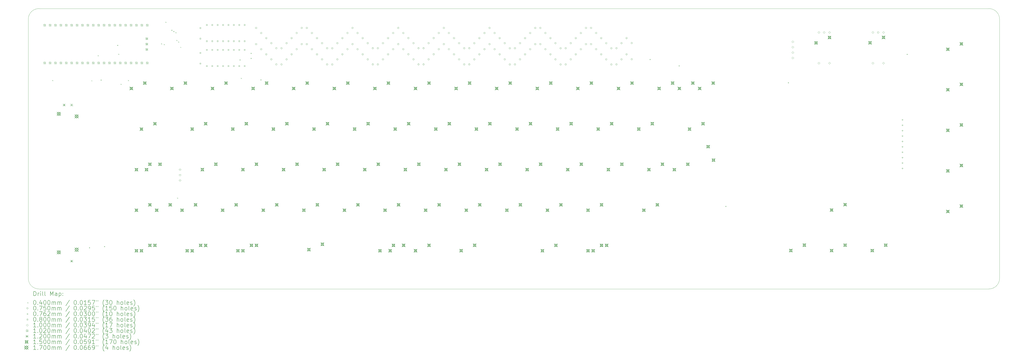
<source format=gbr>
%TF.GenerationSoftware,KiCad,Pcbnew,8.0.3*%
%TF.CreationDate,2024-09-11T17:05:25-04:00*%
%TF.ProjectId,prototypeTOBETESTED,70726f74-6f74-4797-9065-544f42455445,rev?*%
%TF.SameCoordinates,Original*%
%TF.FileFunction,Drillmap*%
%TF.FilePolarity,Positive*%
%FSLAX45Y45*%
G04 Gerber Fmt 4.5, Leading zero omitted, Abs format (unit mm)*
G04 Created by KiCad (PCBNEW 8.0.3) date 2024-09-11 17:05:25*
%MOMM*%
%LPD*%
G01*
G04 APERTURE LIST*
%ADD10C,0.100000*%
%ADD11C,0.200000*%
%ADD12C,0.102000*%
%ADD13C,0.120000*%
%ADD14C,0.150000*%
%ADD15C,0.170000*%
G04 APERTURE END LIST*
D10*
X2602040Y-22822680D02*
X2602040Y-10620680D01*
X48297040Y-10620680D02*
X48297040Y-22822680D01*
X3102040Y-23322680D02*
G75*
G02*
X2602040Y-22822680I0J500000D01*
G01*
X47797040Y-23322680D02*
X3102040Y-23322680D01*
X2602040Y-10620680D02*
G75*
G02*
X3102040Y-10120680I500000J0D01*
G01*
X3102040Y-10120680D02*
X47797040Y-10120680D01*
X47797040Y-10120680D02*
G75*
G02*
X48297040Y-10620680I0J-500000D01*
G01*
X48297040Y-22822680D02*
G75*
G02*
X47797040Y-23322680I-500000J0D01*
G01*
D11*
D10*
X3724831Y-13488048D02*
X3764831Y-13528048D01*
X3764831Y-13488048D02*
X3724831Y-13528048D01*
X5458780Y-21361920D02*
X5498780Y-21401920D01*
X5498780Y-21361920D02*
X5458780Y-21401920D01*
X5570260Y-13498960D02*
X5610260Y-13538960D01*
X5610260Y-13498960D02*
X5570260Y-13538960D01*
X5872520Y-12317860D02*
X5912520Y-12357860D01*
X5912520Y-12317860D02*
X5872520Y-12357860D01*
X6004600Y-13463400D02*
X6044600Y-13503400D01*
X6044600Y-13463400D02*
X6004600Y-13503400D01*
X6163331Y-21305093D02*
X6203331Y-21345093D01*
X6203331Y-21305093D02*
X6163331Y-21345093D01*
X6781840Y-11830180D02*
X6821840Y-11870180D01*
X6821840Y-11830180D02*
X6781840Y-11870180D01*
X6832640Y-12251820D02*
X6872640Y-12291820D01*
X6872640Y-12251820D02*
X6832640Y-12291820D01*
X6945486Y-13664475D02*
X6985486Y-13704475D01*
X6985486Y-13664475D02*
X6945486Y-13704475D01*
X7289840Y-13486260D02*
X7329840Y-13526260D01*
X7329840Y-13486260D02*
X7289840Y-13526260D01*
X8849400Y-11759060D02*
X8889400Y-11799060D01*
X8889400Y-11759060D02*
X8849400Y-11799060D01*
X8976400Y-11794620D02*
X9016400Y-11834620D01*
X9016400Y-11794620D02*
X8976400Y-11834620D01*
X9055140Y-10742916D02*
X9095140Y-10782916D01*
X9095140Y-10742916D02*
X9055140Y-10782916D01*
X9334540Y-11118980D02*
X9374540Y-11158980D01*
X9374540Y-11118980D02*
X9334540Y-11158980D01*
X9425980Y-11177400D02*
X9465980Y-11217400D01*
X9465980Y-11177400D02*
X9425980Y-11217400D01*
X9527580Y-11235820D02*
X9567580Y-11275820D01*
X9567580Y-11235820D02*
X9527580Y-11275820D01*
X9570760Y-11599040D02*
X9610760Y-11639040D01*
X9610760Y-11599040D02*
X9570760Y-11639040D01*
X9600780Y-19020920D02*
X9640780Y-19060920D01*
X9640780Y-19020920D02*
X9600780Y-19060920D01*
X9652040Y-11675240D02*
X9692040Y-11715240D01*
X9692040Y-11675240D02*
X9652040Y-11715240D01*
X9751780Y-11922920D02*
X9791780Y-11962920D01*
X9791780Y-11922920D02*
X9751780Y-11962920D01*
X12542780Y-12515920D02*
X12582780Y-12555920D01*
X12582780Y-12515920D02*
X12542780Y-12555920D01*
X12602448Y-13385002D02*
X12642448Y-13425002D01*
X12642448Y-13385002D02*
X12602448Y-13425002D01*
X13062780Y-12208420D02*
X13102780Y-12248420D01*
X13102780Y-12208420D02*
X13062780Y-12248420D01*
X13062780Y-12447170D02*
X13102780Y-12487170D01*
X13102780Y-12447170D02*
X13062780Y-12487170D01*
X13522780Y-13455920D02*
X13562780Y-13495920D01*
X13562780Y-13455920D02*
X13522780Y-13495920D01*
X31833860Y-12493120D02*
X31873860Y-12533120D01*
X31873860Y-12493120D02*
X31833860Y-12533120D01*
X33202780Y-12795920D02*
X33242780Y-12835920D01*
X33242780Y-12795920D02*
X33202780Y-12835920D01*
X35397480Y-19412080D02*
X35437480Y-19452080D01*
X35437480Y-19412080D02*
X35397480Y-19452080D01*
X38338800Y-13590400D02*
X38378800Y-13630400D01*
X38378800Y-13590400D02*
X38338800Y-13630400D01*
X43929340Y-12254360D02*
X43969340Y-12294360D01*
X43969340Y-12254360D02*
X43929340Y-12294360D01*
X13357380Y-11032330D02*
G75*
G02*
X13282380Y-11032330I-37500J0D01*
G01*
X13282380Y-11032330D02*
G75*
G02*
X13357380Y-11032330I37500J0D01*
G01*
X13357380Y-11794330D02*
G75*
G02*
X13282380Y-11794330I-37500J0D01*
G01*
X13282380Y-11794330D02*
G75*
G02*
X13357380Y-11794330I37500J0D01*
G01*
X13596130Y-11271080D02*
G75*
G02*
X13521130Y-11271080I-37500J0D01*
G01*
X13521130Y-11271080D02*
G75*
G02*
X13596130Y-11271080I37500J0D01*
G01*
X13596130Y-12033080D02*
G75*
G02*
X13521130Y-12033080I-37500J0D01*
G01*
X13521130Y-12033080D02*
G75*
G02*
X13596130Y-12033080I37500J0D01*
G01*
X13834880Y-11509830D02*
G75*
G02*
X13759880Y-11509830I-37500J0D01*
G01*
X13759880Y-11509830D02*
G75*
G02*
X13834880Y-11509830I37500J0D01*
G01*
X13834880Y-12271830D02*
G75*
G02*
X13759880Y-12271830I-37500J0D01*
G01*
X13759880Y-12271830D02*
G75*
G02*
X13834880Y-12271830I37500J0D01*
G01*
X14073630Y-11748580D02*
G75*
G02*
X13998630Y-11748580I-37500J0D01*
G01*
X13998630Y-11748580D02*
G75*
G02*
X14073630Y-11748580I37500J0D01*
G01*
X14073630Y-12510580D02*
G75*
G02*
X13998630Y-12510580I-37500J0D01*
G01*
X13998630Y-12510580D02*
G75*
G02*
X14073630Y-12510580I37500J0D01*
G01*
X14312380Y-11987330D02*
G75*
G02*
X14237380Y-11987330I-37500J0D01*
G01*
X14237380Y-11987330D02*
G75*
G02*
X14312380Y-11987330I37500J0D01*
G01*
X14312380Y-12749330D02*
G75*
G02*
X14237380Y-12749330I-37500J0D01*
G01*
X14237380Y-12749330D02*
G75*
G02*
X14312380Y-12749330I37500J0D01*
G01*
X14551130Y-11987330D02*
G75*
G02*
X14476130Y-11987330I-37500J0D01*
G01*
X14476130Y-11987330D02*
G75*
G02*
X14551130Y-11987330I37500J0D01*
G01*
X14551130Y-12749330D02*
G75*
G02*
X14476130Y-12749330I-37500J0D01*
G01*
X14476130Y-12749330D02*
G75*
G02*
X14551130Y-12749330I37500J0D01*
G01*
X14789880Y-11748580D02*
G75*
G02*
X14714880Y-11748580I-37500J0D01*
G01*
X14714880Y-11748580D02*
G75*
G02*
X14789880Y-11748580I37500J0D01*
G01*
X14789880Y-12510580D02*
G75*
G02*
X14714880Y-12510580I-37500J0D01*
G01*
X14714880Y-12510580D02*
G75*
G02*
X14789880Y-12510580I37500J0D01*
G01*
X15028630Y-11509830D02*
G75*
G02*
X14953630Y-11509830I-37500J0D01*
G01*
X14953630Y-11509830D02*
G75*
G02*
X15028630Y-11509830I37500J0D01*
G01*
X15028630Y-12271830D02*
G75*
G02*
X14953630Y-12271830I-37500J0D01*
G01*
X14953630Y-12271830D02*
G75*
G02*
X15028630Y-12271830I37500J0D01*
G01*
X15267380Y-11271080D02*
G75*
G02*
X15192380Y-11271080I-37500J0D01*
G01*
X15192380Y-11271080D02*
G75*
G02*
X15267380Y-11271080I37500J0D01*
G01*
X15267380Y-12033080D02*
G75*
G02*
X15192380Y-12033080I-37500J0D01*
G01*
X15192380Y-12033080D02*
G75*
G02*
X15267380Y-12033080I37500J0D01*
G01*
X15506130Y-11032330D02*
G75*
G02*
X15431130Y-11032330I-37500J0D01*
G01*
X15431130Y-11032330D02*
G75*
G02*
X15506130Y-11032330I37500J0D01*
G01*
X15506130Y-11794330D02*
G75*
G02*
X15431130Y-11794330I-37500J0D01*
G01*
X15431130Y-11794330D02*
G75*
G02*
X15506130Y-11794330I37500J0D01*
G01*
X15744880Y-11032330D02*
G75*
G02*
X15669880Y-11032330I-37500J0D01*
G01*
X15669880Y-11032330D02*
G75*
G02*
X15744880Y-11032330I37500J0D01*
G01*
X15744880Y-11794330D02*
G75*
G02*
X15669880Y-11794330I-37500J0D01*
G01*
X15669880Y-11794330D02*
G75*
G02*
X15744880Y-11794330I37500J0D01*
G01*
X15983630Y-11271080D02*
G75*
G02*
X15908630Y-11271080I-37500J0D01*
G01*
X15908630Y-11271080D02*
G75*
G02*
X15983630Y-11271080I37500J0D01*
G01*
X15983630Y-12033080D02*
G75*
G02*
X15908630Y-12033080I-37500J0D01*
G01*
X15908630Y-12033080D02*
G75*
G02*
X15983630Y-12033080I37500J0D01*
G01*
X16222380Y-11509830D02*
G75*
G02*
X16147380Y-11509830I-37500J0D01*
G01*
X16147380Y-11509830D02*
G75*
G02*
X16222380Y-11509830I37500J0D01*
G01*
X16222380Y-12271830D02*
G75*
G02*
X16147380Y-12271830I-37500J0D01*
G01*
X16147380Y-12271830D02*
G75*
G02*
X16222380Y-12271830I37500J0D01*
G01*
X16461130Y-11748580D02*
G75*
G02*
X16386130Y-11748580I-37500J0D01*
G01*
X16386130Y-11748580D02*
G75*
G02*
X16461130Y-11748580I37500J0D01*
G01*
X16461130Y-12510580D02*
G75*
G02*
X16386130Y-12510580I-37500J0D01*
G01*
X16386130Y-12510580D02*
G75*
G02*
X16461130Y-12510580I37500J0D01*
G01*
X16699880Y-11987330D02*
G75*
G02*
X16624880Y-11987330I-37500J0D01*
G01*
X16624880Y-11987330D02*
G75*
G02*
X16699880Y-11987330I37500J0D01*
G01*
X16699880Y-12749330D02*
G75*
G02*
X16624880Y-12749330I-37500J0D01*
G01*
X16624880Y-12749330D02*
G75*
G02*
X16699880Y-12749330I37500J0D01*
G01*
X16938630Y-11987330D02*
G75*
G02*
X16863630Y-11987330I-37500J0D01*
G01*
X16863630Y-11987330D02*
G75*
G02*
X16938630Y-11987330I37500J0D01*
G01*
X16938630Y-12749330D02*
G75*
G02*
X16863630Y-12749330I-37500J0D01*
G01*
X16863630Y-12749330D02*
G75*
G02*
X16938630Y-12749330I37500J0D01*
G01*
X17177380Y-11748580D02*
G75*
G02*
X17102380Y-11748580I-37500J0D01*
G01*
X17102380Y-11748580D02*
G75*
G02*
X17177380Y-11748580I37500J0D01*
G01*
X17177380Y-12510580D02*
G75*
G02*
X17102380Y-12510580I-37500J0D01*
G01*
X17102380Y-12510580D02*
G75*
G02*
X17177380Y-12510580I37500J0D01*
G01*
X17416130Y-11509830D02*
G75*
G02*
X17341130Y-11509830I-37500J0D01*
G01*
X17341130Y-11509830D02*
G75*
G02*
X17416130Y-11509830I37500J0D01*
G01*
X17416130Y-12271830D02*
G75*
G02*
X17341130Y-12271830I-37500J0D01*
G01*
X17341130Y-12271830D02*
G75*
G02*
X17416130Y-12271830I37500J0D01*
G01*
X17654880Y-11271080D02*
G75*
G02*
X17579880Y-11271080I-37500J0D01*
G01*
X17579880Y-11271080D02*
G75*
G02*
X17654880Y-11271080I37500J0D01*
G01*
X17654880Y-12033080D02*
G75*
G02*
X17579880Y-12033080I-37500J0D01*
G01*
X17579880Y-12033080D02*
G75*
G02*
X17654880Y-12033080I37500J0D01*
G01*
X17893630Y-11032330D02*
G75*
G02*
X17818630Y-11032330I-37500J0D01*
G01*
X17818630Y-11032330D02*
G75*
G02*
X17893630Y-11032330I37500J0D01*
G01*
X17893630Y-11794330D02*
G75*
G02*
X17818630Y-11794330I-37500J0D01*
G01*
X17818630Y-11794330D02*
G75*
G02*
X17893630Y-11794330I37500J0D01*
G01*
X18132380Y-11271080D02*
G75*
G02*
X18057380Y-11271080I-37500J0D01*
G01*
X18057380Y-11271080D02*
G75*
G02*
X18132380Y-11271080I37500J0D01*
G01*
X18132380Y-12033080D02*
G75*
G02*
X18057380Y-12033080I-37500J0D01*
G01*
X18057380Y-12033080D02*
G75*
G02*
X18132380Y-12033080I37500J0D01*
G01*
X18371130Y-11509830D02*
G75*
G02*
X18296130Y-11509830I-37500J0D01*
G01*
X18296130Y-11509830D02*
G75*
G02*
X18371130Y-11509830I37500J0D01*
G01*
X18371130Y-12271830D02*
G75*
G02*
X18296130Y-12271830I-37500J0D01*
G01*
X18296130Y-12271830D02*
G75*
G02*
X18371130Y-12271830I37500J0D01*
G01*
X18609880Y-11748580D02*
G75*
G02*
X18534880Y-11748580I-37500J0D01*
G01*
X18534880Y-11748580D02*
G75*
G02*
X18609880Y-11748580I37500J0D01*
G01*
X18609880Y-12510580D02*
G75*
G02*
X18534880Y-12510580I-37500J0D01*
G01*
X18534880Y-12510580D02*
G75*
G02*
X18609880Y-12510580I37500J0D01*
G01*
X18848630Y-11987330D02*
G75*
G02*
X18773630Y-11987330I-37500J0D01*
G01*
X18773630Y-11987330D02*
G75*
G02*
X18848630Y-11987330I37500J0D01*
G01*
X18848630Y-12749330D02*
G75*
G02*
X18773630Y-12749330I-37500J0D01*
G01*
X18773630Y-12749330D02*
G75*
G02*
X18848630Y-12749330I37500J0D01*
G01*
X19087380Y-11987330D02*
G75*
G02*
X19012380Y-11987330I-37500J0D01*
G01*
X19012380Y-11987330D02*
G75*
G02*
X19087380Y-11987330I37500J0D01*
G01*
X19087380Y-12749330D02*
G75*
G02*
X19012380Y-12749330I-37500J0D01*
G01*
X19012380Y-12749330D02*
G75*
G02*
X19087380Y-12749330I37500J0D01*
G01*
X19326130Y-11748580D02*
G75*
G02*
X19251130Y-11748580I-37500J0D01*
G01*
X19251130Y-11748580D02*
G75*
G02*
X19326130Y-11748580I37500J0D01*
G01*
X19326130Y-12510580D02*
G75*
G02*
X19251130Y-12510580I-37500J0D01*
G01*
X19251130Y-12510580D02*
G75*
G02*
X19326130Y-12510580I37500J0D01*
G01*
X19564880Y-11509830D02*
G75*
G02*
X19489880Y-11509830I-37500J0D01*
G01*
X19489880Y-11509830D02*
G75*
G02*
X19564880Y-11509830I37500J0D01*
G01*
X19564880Y-12271830D02*
G75*
G02*
X19489880Y-12271830I-37500J0D01*
G01*
X19489880Y-12271830D02*
G75*
G02*
X19564880Y-12271830I37500J0D01*
G01*
X19803630Y-11271080D02*
G75*
G02*
X19728630Y-11271080I-37500J0D01*
G01*
X19728630Y-11271080D02*
G75*
G02*
X19803630Y-11271080I37500J0D01*
G01*
X19803630Y-12033080D02*
G75*
G02*
X19728630Y-12033080I-37500J0D01*
G01*
X19728630Y-12033080D02*
G75*
G02*
X19803630Y-12033080I37500J0D01*
G01*
X20042380Y-11032330D02*
G75*
G02*
X19967380Y-11032330I-37500J0D01*
G01*
X19967380Y-11032330D02*
G75*
G02*
X20042380Y-11032330I37500J0D01*
G01*
X20042380Y-11794330D02*
G75*
G02*
X19967380Y-11794330I-37500J0D01*
G01*
X19967380Y-11794330D02*
G75*
G02*
X20042380Y-11794330I37500J0D01*
G01*
X20281130Y-11271080D02*
G75*
G02*
X20206130Y-11271080I-37500J0D01*
G01*
X20206130Y-11271080D02*
G75*
G02*
X20281130Y-11271080I37500J0D01*
G01*
X20281130Y-12033080D02*
G75*
G02*
X20206130Y-12033080I-37500J0D01*
G01*
X20206130Y-12033080D02*
G75*
G02*
X20281130Y-12033080I37500J0D01*
G01*
X20519880Y-11509830D02*
G75*
G02*
X20444880Y-11509830I-37500J0D01*
G01*
X20444880Y-11509830D02*
G75*
G02*
X20519880Y-11509830I37500J0D01*
G01*
X20519880Y-12271830D02*
G75*
G02*
X20444880Y-12271830I-37500J0D01*
G01*
X20444880Y-12271830D02*
G75*
G02*
X20519880Y-12271830I37500J0D01*
G01*
X20758630Y-11748580D02*
G75*
G02*
X20683630Y-11748580I-37500J0D01*
G01*
X20683630Y-11748580D02*
G75*
G02*
X20758630Y-11748580I37500J0D01*
G01*
X20758630Y-12510580D02*
G75*
G02*
X20683630Y-12510580I-37500J0D01*
G01*
X20683630Y-12510580D02*
G75*
G02*
X20758630Y-12510580I37500J0D01*
G01*
X20997380Y-11987330D02*
G75*
G02*
X20922380Y-11987330I-37500J0D01*
G01*
X20922380Y-11987330D02*
G75*
G02*
X20997380Y-11987330I37500J0D01*
G01*
X20997380Y-12749330D02*
G75*
G02*
X20922380Y-12749330I-37500J0D01*
G01*
X20922380Y-12749330D02*
G75*
G02*
X20997380Y-12749330I37500J0D01*
G01*
X21236130Y-11987330D02*
G75*
G02*
X21161130Y-11987330I-37500J0D01*
G01*
X21161130Y-11987330D02*
G75*
G02*
X21236130Y-11987330I37500J0D01*
G01*
X21236130Y-12749330D02*
G75*
G02*
X21161130Y-12749330I-37500J0D01*
G01*
X21161130Y-12749330D02*
G75*
G02*
X21236130Y-12749330I37500J0D01*
G01*
X21474880Y-11748580D02*
G75*
G02*
X21399880Y-11748580I-37500J0D01*
G01*
X21399880Y-11748580D02*
G75*
G02*
X21474880Y-11748580I37500J0D01*
G01*
X21474880Y-12510580D02*
G75*
G02*
X21399880Y-12510580I-37500J0D01*
G01*
X21399880Y-12510580D02*
G75*
G02*
X21474880Y-12510580I37500J0D01*
G01*
X21713630Y-11509830D02*
G75*
G02*
X21638630Y-11509830I-37500J0D01*
G01*
X21638630Y-11509830D02*
G75*
G02*
X21713630Y-11509830I37500J0D01*
G01*
X21713630Y-12271830D02*
G75*
G02*
X21638630Y-12271830I-37500J0D01*
G01*
X21638630Y-12271830D02*
G75*
G02*
X21713630Y-12271830I37500J0D01*
G01*
X21952380Y-11271080D02*
G75*
G02*
X21877380Y-11271080I-37500J0D01*
G01*
X21877380Y-11271080D02*
G75*
G02*
X21952380Y-11271080I37500J0D01*
G01*
X21952380Y-12033080D02*
G75*
G02*
X21877380Y-12033080I-37500J0D01*
G01*
X21877380Y-12033080D02*
G75*
G02*
X21952380Y-12033080I37500J0D01*
G01*
X22191130Y-11032330D02*
G75*
G02*
X22116130Y-11032330I-37500J0D01*
G01*
X22116130Y-11032330D02*
G75*
G02*
X22191130Y-11032330I37500J0D01*
G01*
X22191130Y-11794330D02*
G75*
G02*
X22116130Y-11794330I-37500J0D01*
G01*
X22116130Y-11794330D02*
G75*
G02*
X22191130Y-11794330I37500J0D01*
G01*
X22429880Y-11271080D02*
G75*
G02*
X22354880Y-11271080I-37500J0D01*
G01*
X22354880Y-11271080D02*
G75*
G02*
X22429880Y-11271080I37500J0D01*
G01*
X22429880Y-12033080D02*
G75*
G02*
X22354880Y-12033080I-37500J0D01*
G01*
X22354880Y-12033080D02*
G75*
G02*
X22429880Y-12033080I37500J0D01*
G01*
X22668630Y-11509830D02*
G75*
G02*
X22593630Y-11509830I-37500J0D01*
G01*
X22593630Y-11509830D02*
G75*
G02*
X22668630Y-11509830I37500J0D01*
G01*
X22668630Y-12271830D02*
G75*
G02*
X22593630Y-12271830I-37500J0D01*
G01*
X22593630Y-12271830D02*
G75*
G02*
X22668630Y-12271830I37500J0D01*
G01*
X22907380Y-11748580D02*
G75*
G02*
X22832380Y-11748580I-37500J0D01*
G01*
X22832380Y-11748580D02*
G75*
G02*
X22907380Y-11748580I37500J0D01*
G01*
X22907380Y-12510580D02*
G75*
G02*
X22832380Y-12510580I-37500J0D01*
G01*
X22832380Y-12510580D02*
G75*
G02*
X22907380Y-12510580I37500J0D01*
G01*
X23146130Y-11987330D02*
G75*
G02*
X23071130Y-11987330I-37500J0D01*
G01*
X23071130Y-11987330D02*
G75*
G02*
X23146130Y-11987330I37500J0D01*
G01*
X23146130Y-12749330D02*
G75*
G02*
X23071130Y-12749330I-37500J0D01*
G01*
X23071130Y-12749330D02*
G75*
G02*
X23146130Y-12749330I37500J0D01*
G01*
X23384880Y-11987330D02*
G75*
G02*
X23309880Y-11987330I-37500J0D01*
G01*
X23309880Y-11987330D02*
G75*
G02*
X23384880Y-11987330I37500J0D01*
G01*
X23384880Y-12749330D02*
G75*
G02*
X23309880Y-12749330I-37500J0D01*
G01*
X23309880Y-12749330D02*
G75*
G02*
X23384880Y-12749330I37500J0D01*
G01*
X23623630Y-11748580D02*
G75*
G02*
X23548630Y-11748580I-37500J0D01*
G01*
X23548630Y-11748580D02*
G75*
G02*
X23623630Y-11748580I37500J0D01*
G01*
X23623630Y-12510580D02*
G75*
G02*
X23548630Y-12510580I-37500J0D01*
G01*
X23548630Y-12510580D02*
G75*
G02*
X23623630Y-12510580I37500J0D01*
G01*
X23862380Y-11509830D02*
G75*
G02*
X23787380Y-11509830I-37500J0D01*
G01*
X23787380Y-11509830D02*
G75*
G02*
X23862380Y-11509830I37500J0D01*
G01*
X23862380Y-12271830D02*
G75*
G02*
X23787380Y-12271830I-37500J0D01*
G01*
X23787380Y-12271830D02*
G75*
G02*
X23862380Y-12271830I37500J0D01*
G01*
X24101130Y-11271080D02*
G75*
G02*
X24026130Y-11271080I-37500J0D01*
G01*
X24026130Y-11271080D02*
G75*
G02*
X24101130Y-11271080I37500J0D01*
G01*
X24101130Y-12033080D02*
G75*
G02*
X24026130Y-12033080I-37500J0D01*
G01*
X24026130Y-12033080D02*
G75*
G02*
X24101130Y-12033080I37500J0D01*
G01*
X24339880Y-11032330D02*
G75*
G02*
X24264880Y-11032330I-37500J0D01*
G01*
X24264880Y-11032330D02*
G75*
G02*
X24339880Y-11032330I37500J0D01*
G01*
X24339880Y-11794330D02*
G75*
G02*
X24264880Y-11794330I-37500J0D01*
G01*
X24264880Y-11794330D02*
G75*
G02*
X24339880Y-11794330I37500J0D01*
G01*
X24578630Y-11271080D02*
G75*
G02*
X24503630Y-11271080I-37500J0D01*
G01*
X24503630Y-11271080D02*
G75*
G02*
X24578630Y-11271080I37500J0D01*
G01*
X24578630Y-12033080D02*
G75*
G02*
X24503630Y-12033080I-37500J0D01*
G01*
X24503630Y-12033080D02*
G75*
G02*
X24578630Y-12033080I37500J0D01*
G01*
X24817380Y-11509830D02*
G75*
G02*
X24742380Y-11509830I-37500J0D01*
G01*
X24742380Y-11509830D02*
G75*
G02*
X24817380Y-11509830I37500J0D01*
G01*
X24817380Y-12271830D02*
G75*
G02*
X24742380Y-12271830I-37500J0D01*
G01*
X24742380Y-12271830D02*
G75*
G02*
X24817380Y-12271830I37500J0D01*
G01*
X25056130Y-11748580D02*
G75*
G02*
X24981130Y-11748580I-37500J0D01*
G01*
X24981130Y-11748580D02*
G75*
G02*
X25056130Y-11748580I37500J0D01*
G01*
X25056130Y-12510580D02*
G75*
G02*
X24981130Y-12510580I-37500J0D01*
G01*
X24981130Y-12510580D02*
G75*
G02*
X25056130Y-12510580I37500J0D01*
G01*
X25294880Y-11987330D02*
G75*
G02*
X25219880Y-11987330I-37500J0D01*
G01*
X25219880Y-11987330D02*
G75*
G02*
X25294880Y-11987330I37500J0D01*
G01*
X25294880Y-12749330D02*
G75*
G02*
X25219880Y-12749330I-37500J0D01*
G01*
X25219880Y-12749330D02*
G75*
G02*
X25294880Y-12749330I37500J0D01*
G01*
X25533630Y-11987330D02*
G75*
G02*
X25458630Y-11987330I-37500J0D01*
G01*
X25458630Y-11987330D02*
G75*
G02*
X25533630Y-11987330I37500J0D01*
G01*
X25533630Y-12749330D02*
G75*
G02*
X25458630Y-12749330I-37500J0D01*
G01*
X25458630Y-12749330D02*
G75*
G02*
X25533630Y-12749330I37500J0D01*
G01*
X25772380Y-11748580D02*
G75*
G02*
X25697380Y-11748580I-37500J0D01*
G01*
X25697380Y-11748580D02*
G75*
G02*
X25772380Y-11748580I37500J0D01*
G01*
X25772380Y-12510580D02*
G75*
G02*
X25697380Y-12510580I-37500J0D01*
G01*
X25697380Y-12510580D02*
G75*
G02*
X25772380Y-12510580I37500J0D01*
G01*
X26011130Y-11509830D02*
G75*
G02*
X25936130Y-11509830I-37500J0D01*
G01*
X25936130Y-11509830D02*
G75*
G02*
X26011130Y-11509830I37500J0D01*
G01*
X26011130Y-12271830D02*
G75*
G02*
X25936130Y-12271830I-37500J0D01*
G01*
X25936130Y-12271830D02*
G75*
G02*
X26011130Y-12271830I37500J0D01*
G01*
X26249880Y-11271080D02*
G75*
G02*
X26174880Y-11271080I-37500J0D01*
G01*
X26174880Y-11271080D02*
G75*
G02*
X26249880Y-11271080I37500J0D01*
G01*
X26249880Y-12033080D02*
G75*
G02*
X26174880Y-12033080I-37500J0D01*
G01*
X26174880Y-12033080D02*
G75*
G02*
X26249880Y-12033080I37500J0D01*
G01*
X26488630Y-11032330D02*
G75*
G02*
X26413630Y-11032330I-37500J0D01*
G01*
X26413630Y-11032330D02*
G75*
G02*
X26488630Y-11032330I37500J0D01*
G01*
X26488630Y-11794330D02*
G75*
G02*
X26413630Y-11794330I-37500J0D01*
G01*
X26413630Y-11794330D02*
G75*
G02*
X26488630Y-11794330I37500J0D01*
G01*
X26727380Y-11032330D02*
G75*
G02*
X26652380Y-11032330I-37500J0D01*
G01*
X26652380Y-11032330D02*
G75*
G02*
X26727380Y-11032330I37500J0D01*
G01*
X26727380Y-11794330D02*
G75*
G02*
X26652380Y-11794330I-37500J0D01*
G01*
X26652380Y-11794330D02*
G75*
G02*
X26727380Y-11794330I37500J0D01*
G01*
X26966130Y-11271080D02*
G75*
G02*
X26891130Y-11271080I-37500J0D01*
G01*
X26891130Y-11271080D02*
G75*
G02*
X26966130Y-11271080I37500J0D01*
G01*
X26966130Y-12033080D02*
G75*
G02*
X26891130Y-12033080I-37500J0D01*
G01*
X26891130Y-12033080D02*
G75*
G02*
X26966130Y-12033080I37500J0D01*
G01*
X27204880Y-11509830D02*
G75*
G02*
X27129880Y-11509830I-37500J0D01*
G01*
X27129880Y-11509830D02*
G75*
G02*
X27204880Y-11509830I37500J0D01*
G01*
X27204880Y-12271830D02*
G75*
G02*
X27129880Y-12271830I-37500J0D01*
G01*
X27129880Y-12271830D02*
G75*
G02*
X27204880Y-12271830I37500J0D01*
G01*
X27443630Y-11748580D02*
G75*
G02*
X27368630Y-11748580I-37500J0D01*
G01*
X27368630Y-11748580D02*
G75*
G02*
X27443630Y-11748580I37500J0D01*
G01*
X27443630Y-12510580D02*
G75*
G02*
X27368630Y-12510580I-37500J0D01*
G01*
X27368630Y-12510580D02*
G75*
G02*
X27443630Y-12510580I37500J0D01*
G01*
X27682380Y-11987330D02*
G75*
G02*
X27607380Y-11987330I-37500J0D01*
G01*
X27607380Y-11987330D02*
G75*
G02*
X27682380Y-11987330I37500J0D01*
G01*
X27682380Y-12749330D02*
G75*
G02*
X27607380Y-12749330I-37500J0D01*
G01*
X27607380Y-12749330D02*
G75*
G02*
X27682380Y-12749330I37500J0D01*
G01*
X27921130Y-11987330D02*
G75*
G02*
X27846130Y-11987330I-37500J0D01*
G01*
X27846130Y-11987330D02*
G75*
G02*
X27921130Y-11987330I37500J0D01*
G01*
X27921130Y-12749330D02*
G75*
G02*
X27846130Y-12749330I-37500J0D01*
G01*
X27846130Y-12749330D02*
G75*
G02*
X27921130Y-12749330I37500J0D01*
G01*
X28159880Y-11748580D02*
G75*
G02*
X28084880Y-11748580I-37500J0D01*
G01*
X28084880Y-11748580D02*
G75*
G02*
X28159880Y-11748580I37500J0D01*
G01*
X28159880Y-12510580D02*
G75*
G02*
X28084880Y-12510580I-37500J0D01*
G01*
X28084880Y-12510580D02*
G75*
G02*
X28159880Y-12510580I37500J0D01*
G01*
X28398630Y-11509830D02*
G75*
G02*
X28323630Y-11509830I-37500J0D01*
G01*
X28323630Y-11509830D02*
G75*
G02*
X28398630Y-11509830I37500J0D01*
G01*
X28398630Y-12271830D02*
G75*
G02*
X28323630Y-12271830I-37500J0D01*
G01*
X28323630Y-12271830D02*
G75*
G02*
X28398630Y-12271830I37500J0D01*
G01*
X28637380Y-11271080D02*
G75*
G02*
X28562380Y-11271080I-37500J0D01*
G01*
X28562380Y-11271080D02*
G75*
G02*
X28637380Y-11271080I37500J0D01*
G01*
X28637380Y-12033080D02*
G75*
G02*
X28562380Y-12033080I-37500J0D01*
G01*
X28562380Y-12033080D02*
G75*
G02*
X28637380Y-12033080I37500J0D01*
G01*
X28876130Y-11032330D02*
G75*
G02*
X28801130Y-11032330I-37500J0D01*
G01*
X28801130Y-11032330D02*
G75*
G02*
X28876130Y-11032330I37500J0D01*
G01*
X28876130Y-11794330D02*
G75*
G02*
X28801130Y-11794330I-37500J0D01*
G01*
X28801130Y-11794330D02*
G75*
G02*
X28876130Y-11794330I37500J0D01*
G01*
X29114880Y-11032330D02*
G75*
G02*
X29039880Y-11032330I-37500J0D01*
G01*
X29039880Y-11032330D02*
G75*
G02*
X29114880Y-11032330I37500J0D01*
G01*
X29114880Y-11794330D02*
G75*
G02*
X29039880Y-11794330I-37500J0D01*
G01*
X29039880Y-11794330D02*
G75*
G02*
X29114880Y-11794330I37500J0D01*
G01*
X29353630Y-11271080D02*
G75*
G02*
X29278630Y-11271080I-37500J0D01*
G01*
X29278630Y-11271080D02*
G75*
G02*
X29353630Y-11271080I37500J0D01*
G01*
X29353630Y-12033080D02*
G75*
G02*
X29278630Y-12033080I-37500J0D01*
G01*
X29278630Y-12033080D02*
G75*
G02*
X29353630Y-12033080I37500J0D01*
G01*
X29592380Y-11509830D02*
G75*
G02*
X29517380Y-11509830I-37500J0D01*
G01*
X29517380Y-11509830D02*
G75*
G02*
X29592380Y-11509830I37500J0D01*
G01*
X29592380Y-12271830D02*
G75*
G02*
X29517380Y-12271830I-37500J0D01*
G01*
X29517380Y-12271830D02*
G75*
G02*
X29592380Y-12271830I37500J0D01*
G01*
X29831130Y-11748580D02*
G75*
G02*
X29756130Y-11748580I-37500J0D01*
G01*
X29756130Y-11748580D02*
G75*
G02*
X29831130Y-11748580I37500J0D01*
G01*
X29831130Y-12510580D02*
G75*
G02*
X29756130Y-12510580I-37500J0D01*
G01*
X29756130Y-12510580D02*
G75*
G02*
X29831130Y-12510580I37500J0D01*
G01*
X30069880Y-11987330D02*
G75*
G02*
X29994880Y-11987330I-37500J0D01*
G01*
X29994880Y-11987330D02*
G75*
G02*
X30069880Y-11987330I37500J0D01*
G01*
X30069880Y-12749330D02*
G75*
G02*
X29994880Y-12749330I-37500J0D01*
G01*
X29994880Y-12749330D02*
G75*
G02*
X30069880Y-12749330I37500J0D01*
G01*
X30308630Y-11987330D02*
G75*
G02*
X30233630Y-11987330I-37500J0D01*
G01*
X30233630Y-11987330D02*
G75*
G02*
X30308630Y-11987330I37500J0D01*
G01*
X30308630Y-12749330D02*
G75*
G02*
X30233630Y-12749330I-37500J0D01*
G01*
X30233630Y-12749330D02*
G75*
G02*
X30308630Y-12749330I37500J0D01*
G01*
X30547380Y-11748580D02*
G75*
G02*
X30472380Y-11748580I-37500J0D01*
G01*
X30472380Y-11748580D02*
G75*
G02*
X30547380Y-11748580I37500J0D01*
G01*
X30547380Y-12510580D02*
G75*
G02*
X30472380Y-12510580I-37500J0D01*
G01*
X30472380Y-12510580D02*
G75*
G02*
X30547380Y-12510580I37500J0D01*
G01*
X30786130Y-11509830D02*
G75*
G02*
X30711130Y-11509830I-37500J0D01*
G01*
X30711130Y-11509830D02*
G75*
G02*
X30786130Y-11509830I37500J0D01*
G01*
X30786130Y-12271830D02*
G75*
G02*
X30711130Y-12271830I-37500J0D01*
G01*
X30711130Y-12271830D02*
G75*
G02*
X30786130Y-12271830I37500J0D01*
G01*
X31030300Y-11743500D02*
G75*
G02*
X30955300Y-11743500I-37500J0D01*
G01*
X30955300Y-11743500D02*
G75*
G02*
X31030300Y-11743500I37500J0D01*
G01*
X31030300Y-12505500D02*
G75*
G02*
X30955300Y-12505500I-37500J0D01*
G01*
X30955300Y-12505500D02*
G75*
G02*
X31030300Y-12505500I37500J0D01*
G01*
X43723280Y-15319820D02*
X43723280Y-15396020D01*
X43685180Y-15357920D02*
X43761380Y-15357920D01*
X43723280Y-15573820D02*
X43723280Y-15650020D01*
X43685180Y-15611920D02*
X43761380Y-15611920D01*
X43723280Y-15827820D02*
X43723280Y-15904020D01*
X43685180Y-15865920D02*
X43761380Y-15865920D01*
X43723280Y-16081820D02*
X43723280Y-16158020D01*
X43685180Y-16119920D02*
X43761380Y-16119920D01*
X43723280Y-16335820D02*
X43723280Y-16412020D01*
X43685180Y-16373920D02*
X43761380Y-16373920D01*
X43723280Y-16589820D02*
X43723280Y-16666020D01*
X43685180Y-16627920D02*
X43761380Y-16627920D01*
X43723280Y-16843820D02*
X43723280Y-16920020D01*
X43685180Y-16881920D02*
X43761380Y-16881920D01*
X43723280Y-17097820D02*
X43723280Y-17174020D01*
X43685180Y-17135920D02*
X43761380Y-17135920D01*
X43723280Y-17351820D02*
X43723280Y-17428020D01*
X43685180Y-17389920D02*
X43761380Y-17389920D01*
X43723280Y-17605820D02*
X43723280Y-17682020D01*
X43685180Y-17643920D02*
X43761380Y-17643920D01*
X10723565Y-11062955D02*
X10723565Y-11006386D01*
X10666996Y-11006386D01*
X10666996Y-11062955D01*
X10723565Y-11062955D01*
X10723565Y-11562954D02*
X10723565Y-11506385D01*
X10666996Y-11506385D01*
X10666996Y-11562954D01*
X10723565Y-11562954D01*
X10723565Y-12234204D02*
X10723565Y-12177635D01*
X10666996Y-12177635D01*
X10666996Y-12234204D01*
X10723565Y-12234204D01*
X10723565Y-12734204D02*
X10723565Y-12677635D01*
X10666996Y-12677635D01*
X10666996Y-12734204D01*
X10723565Y-12734204D01*
X11027315Y-10919705D02*
X11027315Y-10863136D01*
X10970746Y-10863136D01*
X10970746Y-10919705D01*
X11027315Y-10919705D01*
X11027315Y-11681704D02*
X11027315Y-11625135D01*
X10970746Y-11625135D01*
X10970746Y-11681704D01*
X11027315Y-11681704D01*
X11027315Y-12090954D02*
X11027315Y-12034385D01*
X10970746Y-12034385D01*
X10970746Y-12090954D01*
X11027315Y-12090954D01*
X11027315Y-12852954D02*
X11027315Y-12796385D01*
X10970746Y-12796385D01*
X10970746Y-12852954D01*
X11027315Y-12852954D01*
X11281314Y-10919705D02*
X11281314Y-10863136D01*
X11224745Y-10863136D01*
X11224745Y-10919705D01*
X11281314Y-10919705D01*
X11281314Y-11681704D02*
X11281314Y-11625135D01*
X11224745Y-11625135D01*
X11224745Y-11681704D01*
X11281314Y-11681704D01*
X11281314Y-12090954D02*
X11281314Y-12034385D01*
X11224745Y-12034385D01*
X11224745Y-12090954D01*
X11281314Y-12090954D01*
X11281314Y-12852954D02*
X11281314Y-12796385D01*
X11224745Y-12796385D01*
X11224745Y-12852954D01*
X11281314Y-12852954D01*
X11535314Y-10919705D02*
X11535314Y-10863136D01*
X11478745Y-10863136D01*
X11478745Y-10919705D01*
X11535314Y-10919705D01*
X11535314Y-11681704D02*
X11535314Y-11625135D01*
X11478745Y-11625135D01*
X11478745Y-11681704D01*
X11535314Y-11681704D01*
X11535314Y-12090954D02*
X11535314Y-12034385D01*
X11478745Y-12034385D01*
X11478745Y-12090954D01*
X11535314Y-12090954D01*
X11535314Y-12852954D02*
X11535314Y-12796385D01*
X11478745Y-12796385D01*
X11478745Y-12852954D01*
X11535314Y-12852954D01*
X11789314Y-10919705D02*
X11789314Y-10863136D01*
X11732745Y-10863136D01*
X11732745Y-10919705D01*
X11789314Y-10919705D01*
X11789314Y-11681704D02*
X11789314Y-11625135D01*
X11732745Y-11625135D01*
X11732745Y-11681704D01*
X11789314Y-11681704D01*
X11789314Y-12090954D02*
X11789314Y-12034385D01*
X11732745Y-12034385D01*
X11732745Y-12090954D01*
X11789314Y-12090954D01*
X11789314Y-12852954D02*
X11789314Y-12796385D01*
X11732745Y-12796385D01*
X11732745Y-12852954D01*
X11789314Y-12852954D01*
X12043314Y-10919705D02*
X12043314Y-10863136D01*
X11986745Y-10863136D01*
X11986745Y-10919705D01*
X12043314Y-10919705D01*
X12043314Y-11681704D02*
X12043314Y-11625135D01*
X11986745Y-11625135D01*
X11986745Y-11681704D01*
X12043314Y-11681704D01*
X12043314Y-12090954D02*
X12043314Y-12034385D01*
X11986745Y-12034385D01*
X11986745Y-12090954D01*
X12043314Y-12090954D01*
X12043314Y-12852954D02*
X12043314Y-12796385D01*
X11986745Y-12796385D01*
X11986745Y-12852954D01*
X12043314Y-12852954D01*
X12297314Y-10919705D02*
X12297314Y-10863136D01*
X12240745Y-10863136D01*
X12240745Y-10919705D01*
X12297314Y-10919705D01*
X12297314Y-11681704D02*
X12297314Y-11625135D01*
X12240745Y-11625135D01*
X12240745Y-11681704D01*
X12297314Y-11681704D01*
X12297314Y-12090954D02*
X12297314Y-12034385D01*
X12240745Y-12034385D01*
X12240745Y-12090954D01*
X12297314Y-12090954D01*
X12297314Y-12852954D02*
X12297314Y-12796385D01*
X12240745Y-12796385D01*
X12240745Y-12852954D01*
X12297314Y-12852954D01*
X12551314Y-10919705D02*
X12551314Y-10863136D01*
X12494745Y-10863136D01*
X12494745Y-10919705D01*
X12551314Y-10919705D01*
X12551314Y-11681704D02*
X12551314Y-11625135D01*
X12494745Y-11625135D01*
X12494745Y-11681704D01*
X12551314Y-11681704D01*
X12551314Y-12090954D02*
X12551314Y-12034385D01*
X12494745Y-12034385D01*
X12494745Y-12090954D01*
X12551314Y-12090954D01*
X12551314Y-12852954D02*
X12551314Y-12796385D01*
X12494745Y-12796385D01*
X12494745Y-12852954D01*
X12551314Y-12852954D01*
X12805314Y-10919705D02*
X12805314Y-10863136D01*
X12748745Y-10863136D01*
X12748745Y-10919705D01*
X12805314Y-10919705D01*
X12805314Y-11681704D02*
X12805314Y-11625135D01*
X12748745Y-11625135D01*
X12748745Y-11681704D01*
X12805314Y-11681704D01*
X12805314Y-12090954D02*
X12805314Y-12034385D01*
X12748745Y-12034385D01*
X12748745Y-12090954D01*
X12805314Y-12090954D01*
X12805314Y-12852954D02*
X12805314Y-12796385D01*
X12748745Y-12796385D01*
X12748745Y-12852954D01*
X12805314Y-12852954D01*
X9740280Y-17754420D02*
X9790280Y-17704420D01*
X9740280Y-17654420D01*
X9690280Y-17704420D01*
X9740280Y-17754420D01*
X9740280Y-18008420D02*
X9790280Y-17958420D01*
X9740280Y-17908420D01*
X9690280Y-17958420D01*
X9740280Y-18008420D01*
X9740280Y-18262420D02*
X9790280Y-18212420D01*
X9740280Y-18162420D01*
X9690280Y-18212420D01*
X9740280Y-18262420D01*
X38567040Y-11731000D02*
X38617040Y-11681000D01*
X38567040Y-11631000D01*
X38517040Y-11681000D01*
X38567040Y-11731000D01*
X38567040Y-11985000D02*
X38617040Y-11935000D01*
X38567040Y-11885000D01*
X38517040Y-11935000D01*
X38567040Y-11985000D01*
X38567040Y-12239000D02*
X38617040Y-12189000D01*
X38567040Y-12139000D01*
X38517040Y-12189000D01*
X38567040Y-12239000D01*
X38567040Y-12493000D02*
X38617040Y-12443000D01*
X38567040Y-12393000D01*
X38517040Y-12443000D01*
X38567040Y-12493000D01*
X39792900Y-11289670D02*
X39842900Y-11239670D01*
X39792900Y-11189670D01*
X39742900Y-11239670D01*
X39792900Y-11289670D01*
X39792900Y-12739670D02*
X39842900Y-12689670D01*
X39792900Y-12639670D01*
X39742900Y-12689670D01*
X39792900Y-12739670D01*
X40042900Y-11289670D02*
X40092900Y-11239670D01*
X40042900Y-11189670D01*
X39992900Y-11239670D01*
X40042900Y-11289670D01*
X40292900Y-11289670D02*
X40342900Y-11239670D01*
X40292900Y-11189670D01*
X40242900Y-11239670D01*
X40292900Y-11289670D01*
X40292900Y-12739670D02*
X40342900Y-12689670D01*
X40292900Y-12639670D01*
X40242900Y-12689670D01*
X40292900Y-12739670D01*
X42333900Y-11288380D02*
X42383900Y-11238380D01*
X42333900Y-11188380D01*
X42283900Y-11238380D01*
X42333900Y-11288380D01*
X42333900Y-12738380D02*
X42383900Y-12688380D01*
X42333900Y-12638380D01*
X42283900Y-12688380D01*
X42333900Y-12738380D01*
X42583900Y-11288380D02*
X42633900Y-11238380D01*
X42583900Y-11188380D01*
X42533900Y-11238380D01*
X42583900Y-11288380D01*
X42833900Y-11288380D02*
X42883900Y-11238380D01*
X42833900Y-11188380D01*
X42783900Y-11238380D01*
X42833900Y-11288380D01*
X42833900Y-12738380D02*
X42883900Y-12688380D01*
X42833900Y-12638380D01*
X42783900Y-12688380D01*
X42833900Y-12738380D01*
D12*
X3321840Y-10851760D02*
X3423840Y-10953760D01*
X3423840Y-10851760D02*
X3321840Y-10953760D01*
X3423840Y-10902760D02*
G75*
G02*
X3321840Y-10902760I-51000J0D01*
G01*
X3321840Y-10902760D02*
G75*
G02*
X3423840Y-10902760I51000J0D01*
G01*
X3321840Y-12629760D02*
X3423840Y-12731760D01*
X3423840Y-12629760D02*
X3321840Y-12731760D01*
X3423840Y-12680760D02*
G75*
G02*
X3321840Y-12680760I-51000J0D01*
G01*
X3321840Y-12680760D02*
G75*
G02*
X3423840Y-12680760I51000J0D01*
G01*
X3575840Y-10851760D02*
X3677840Y-10953760D01*
X3677840Y-10851760D02*
X3575840Y-10953760D01*
X3677840Y-10902760D02*
G75*
G02*
X3575840Y-10902760I-51000J0D01*
G01*
X3575840Y-10902760D02*
G75*
G02*
X3677840Y-10902760I51000J0D01*
G01*
X3575840Y-12629760D02*
X3677840Y-12731760D01*
X3677840Y-12629760D02*
X3575840Y-12731760D01*
X3677840Y-12680760D02*
G75*
G02*
X3575840Y-12680760I-51000J0D01*
G01*
X3575840Y-12680760D02*
G75*
G02*
X3677840Y-12680760I51000J0D01*
G01*
X3829840Y-10851760D02*
X3931840Y-10953760D01*
X3931840Y-10851760D02*
X3829840Y-10953760D01*
X3931840Y-10902760D02*
G75*
G02*
X3829840Y-10902760I-51000J0D01*
G01*
X3829840Y-10902760D02*
G75*
G02*
X3931840Y-10902760I51000J0D01*
G01*
X3829840Y-12629760D02*
X3931840Y-12731760D01*
X3931840Y-12629760D02*
X3829840Y-12731760D01*
X3931840Y-12680760D02*
G75*
G02*
X3829840Y-12680760I-51000J0D01*
G01*
X3829840Y-12680760D02*
G75*
G02*
X3931840Y-12680760I51000J0D01*
G01*
X4083840Y-10851760D02*
X4185840Y-10953760D01*
X4185840Y-10851760D02*
X4083840Y-10953760D01*
X4185840Y-10902760D02*
G75*
G02*
X4083840Y-10902760I-51000J0D01*
G01*
X4083840Y-10902760D02*
G75*
G02*
X4185840Y-10902760I51000J0D01*
G01*
X4083840Y-12629760D02*
X4185840Y-12731760D01*
X4185840Y-12629760D02*
X4083840Y-12731760D01*
X4185840Y-12680760D02*
G75*
G02*
X4083840Y-12680760I-51000J0D01*
G01*
X4083840Y-12680760D02*
G75*
G02*
X4185840Y-12680760I51000J0D01*
G01*
X4337840Y-10851760D02*
X4439840Y-10953760D01*
X4439840Y-10851760D02*
X4337840Y-10953760D01*
X4439840Y-10902760D02*
G75*
G02*
X4337840Y-10902760I-51000J0D01*
G01*
X4337840Y-10902760D02*
G75*
G02*
X4439840Y-10902760I51000J0D01*
G01*
X4337840Y-12629760D02*
X4439840Y-12731760D01*
X4439840Y-12629760D02*
X4337840Y-12731760D01*
X4439840Y-12680760D02*
G75*
G02*
X4337840Y-12680760I-51000J0D01*
G01*
X4337840Y-12680760D02*
G75*
G02*
X4439840Y-12680760I51000J0D01*
G01*
X4591840Y-10851760D02*
X4693840Y-10953760D01*
X4693840Y-10851760D02*
X4591840Y-10953760D01*
X4693840Y-10902760D02*
G75*
G02*
X4591840Y-10902760I-51000J0D01*
G01*
X4591840Y-10902760D02*
G75*
G02*
X4693840Y-10902760I51000J0D01*
G01*
X4591840Y-12629760D02*
X4693840Y-12731760D01*
X4693840Y-12629760D02*
X4591840Y-12731760D01*
X4693840Y-12680760D02*
G75*
G02*
X4591840Y-12680760I-51000J0D01*
G01*
X4591840Y-12680760D02*
G75*
G02*
X4693840Y-12680760I51000J0D01*
G01*
X4845840Y-10851760D02*
X4947840Y-10953760D01*
X4947840Y-10851760D02*
X4845840Y-10953760D01*
X4947840Y-10902760D02*
G75*
G02*
X4845840Y-10902760I-51000J0D01*
G01*
X4845840Y-10902760D02*
G75*
G02*
X4947840Y-10902760I51000J0D01*
G01*
X4845840Y-12629760D02*
X4947840Y-12731760D01*
X4947840Y-12629760D02*
X4845840Y-12731760D01*
X4947840Y-12680760D02*
G75*
G02*
X4845840Y-12680760I-51000J0D01*
G01*
X4845840Y-12680760D02*
G75*
G02*
X4947840Y-12680760I51000J0D01*
G01*
X5099840Y-10851760D02*
X5201840Y-10953760D01*
X5201840Y-10851760D02*
X5099840Y-10953760D01*
X5201840Y-10902760D02*
G75*
G02*
X5099840Y-10902760I-51000J0D01*
G01*
X5099840Y-10902760D02*
G75*
G02*
X5201840Y-10902760I51000J0D01*
G01*
X5099840Y-12629760D02*
X5201840Y-12731760D01*
X5201840Y-12629760D02*
X5099840Y-12731760D01*
X5201840Y-12680760D02*
G75*
G02*
X5099840Y-12680760I-51000J0D01*
G01*
X5099840Y-12680760D02*
G75*
G02*
X5201840Y-12680760I51000J0D01*
G01*
X5353840Y-10851760D02*
X5455840Y-10953760D01*
X5455840Y-10851760D02*
X5353840Y-10953760D01*
X5455840Y-10902760D02*
G75*
G02*
X5353840Y-10902760I-51000J0D01*
G01*
X5353840Y-10902760D02*
G75*
G02*
X5455840Y-10902760I51000J0D01*
G01*
X5353840Y-12629760D02*
X5455840Y-12731760D01*
X5455840Y-12629760D02*
X5353840Y-12731760D01*
X5455840Y-12680760D02*
G75*
G02*
X5353840Y-12680760I-51000J0D01*
G01*
X5353840Y-12680760D02*
G75*
G02*
X5455840Y-12680760I51000J0D01*
G01*
X5607840Y-10851760D02*
X5709840Y-10953760D01*
X5709840Y-10851760D02*
X5607840Y-10953760D01*
X5709840Y-10902760D02*
G75*
G02*
X5607840Y-10902760I-51000J0D01*
G01*
X5607840Y-10902760D02*
G75*
G02*
X5709840Y-10902760I51000J0D01*
G01*
X5607840Y-12629760D02*
X5709840Y-12731760D01*
X5709840Y-12629760D02*
X5607840Y-12731760D01*
X5709840Y-12680760D02*
G75*
G02*
X5607840Y-12680760I-51000J0D01*
G01*
X5607840Y-12680760D02*
G75*
G02*
X5709840Y-12680760I51000J0D01*
G01*
X5861840Y-10851760D02*
X5963840Y-10953760D01*
X5963840Y-10851760D02*
X5861840Y-10953760D01*
X5963840Y-10902760D02*
G75*
G02*
X5861840Y-10902760I-51000J0D01*
G01*
X5861840Y-10902760D02*
G75*
G02*
X5963840Y-10902760I51000J0D01*
G01*
X5861840Y-12629760D02*
X5963840Y-12731760D01*
X5963840Y-12629760D02*
X5861840Y-12731760D01*
X5963840Y-12680760D02*
G75*
G02*
X5861840Y-12680760I-51000J0D01*
G01*
X5861840Y-12680760D02*
G75*
G02*
X5963840Y-12680760I51000J0D01*
G01*
X6115840Y-10851760D02*
X6217840Y-10953760D01*
X6217840Y-10851760D02*
X6115840Y-10953760D01*
X6217840Y-10902760D02*
G75*
G02*
X6115840Y-10902760I-51000J0D01*
G01*
X6115840Y-10902760D02*
G75*
G02*
X6217840Y-10902760I51000J0D01*
G01*
X6115840Y-12629760D02*
X6217840Y-12731760D01*
X6217840Y-12629760D02*
X6115840Y-12731760D01*
X6217840Y-12680760D02*
G75*
G02*
X6115840Y-12680760I-51000J0D01*
G01*
X6115840Y-12680760D02*
G75*
G02*
X6217840Y-12680760I51000J0D01*
G01*
X6369840Y-10851760D02*
X6471840Y-10953760D01*
X6471840Y-10851760D02*
X6369840Y-10953760D01*
X6471840Y-10902760D02*
G75*
G02*
X6369840Y-10902760I-51000J0D01*
G01*
X6369840Y-10902760D02*
G75*
G02*
X6471840Y-10902760I51000J0D01*
G01*
X6369840Y-12629760D02*
X6471840Y-12731760D01*
X6471840Y-12629760D02*
X6369840Y-12731760D01*
X6471840Y-12680760D02*
G75*
G02*
X6369840Y-12680760I-51000J0D01*
G01*
X6369840Y-12680760D02*
G75*
G02*
X6471840Y-12680760I51000J0D01*
G01*
X6623840Y-10851760D02*
X6725840Y-10953760D01*
X6725840Y-10851760D02*
X6623840Y-10953760D01*
X6725840Y-10902760D02*
G75*
G02*
X6623840Y-10902760I-51000J0D01*
G01*
X6623840Y-10902760D02*
G75*
G02*
X6725840Y-10902760I51000J0D01*
G01*
X6623840Y-12629760D02*
X6725840Y-12731760D01*
X6725840Y-12629760D02*
X6623840Y-12731760D01*
X6725840Y-12680760D02*
G75*
G02*
X6623840Y-12680760I-51000J0D01*
G01*
X6623840Y-12680760D02*
G75*
G02*
X6725840Y-12680760I51000J0D01*
G01*
X6877840Y-10851760D02*
X6979840Y-10953760D01*
X6979840Y-10851760D02*
X6877840Y-10953760D01*
X6979840Y-10902760D02*
G75*
G02*
X6877840Y-10902760I-51000J0D01*
G01*
X6877840Y-10902760D02*
G75*
G02*
X6979840Y-10902760I51000J0D01*
G01*
X6877840Y-12629760D02*
X6979840Y-12731760D01*
X6979840Y-12629760D02*
X6877840Y-12731760D01*
X6979840Y-12680760D02*
G75*
G02*
X6877840Y-12680760I-51000J0D01*
G01*
X6877840Y-12680760D02*
G75*
G02*
X6979840Y-12680760I51000J0D01*
G01*
X7131840Y-10851760D02*
X7233840Y-10953760D01*
X7233840Y-10851760D02*
X7131840Y-10953760D01*
X7233840Y-10902760D02*
G75*
G02*
X7131840Y-10902760I-51000J0D01*
G01*
X7131840Y-10902760D02*
G75*
G02*
X7233840Y-10902760I51000J0D01*
G01*
X7131840Y-12629760D02*
X7233840Y-12731760D01*
X7233840Y-12629760D02*
X7131840Y-12731760D01*
X7233840Y-12680760D02*
G75*
G02*
X7131840Y-12680760I-51000J0D01*
G01*
X7131840Y-12680760D02*
G75*
G02*
X7233840Y-12680760I51000J0D01*
G01*
X7385840Y-10851760D02*
X7487840Y-10953760D01*
X7487840Y-10851760D02*
X7385840Y-10953760D01*
X7487840Y-10902760D02*
G75*
G02*
X7385840Y-10902760I-51000J0D01*
G01*
X7385840Y-10902760D02*
G75*
G02*
X7487840Y-10902760I51000J0D01*
G01*
X7385840Y-12629760D02*
X7487840Y-12731760D01*
X7487840Y-12629760D02*
X7385840Y-12731760D01*
X7487840Y-12680760D02*
G75*
G02*
X7385840Y-12680760I-51000J0D01*
G01*
X7385840Y-12680760D02*
G75*
G02*
X7487840Y-12680760I51000J0D01*
G01*
X7639840Y-10851760D02*
X7741840Y-10953760D01*
X7741840Y-10851760D02*
X7639840Y-10953760D01*
X7741840Y-10902760D02*
G75*
G02*
X7639840Y-10902760I-51000J0D01*
G01*
X7639840Y-10902760D02*
G75*
G02*
X7741840Y-10902760I51000J0D01*
G01*
X7639840Y-12629760D02*
X7741840Y-12731760D01*
X7741840Y-12629760D02*
X7639840Y-12731760D01*
X7741840Y-12680760D02*
G75*
G02*
X7639840Y-12680760I-51000J0D01*
G01*
X7639840Y-12680760D02*
G75*
G02*
X7741840Y-12680760I51000J0D01*
G01*
X7893840Y-10851760D02*
X7995840Y-10953760D01*
X7995840Y-10851760D02*
X7893840Y-10953760D01*
X7995840Y-10902760D02*
G75*
G02*
X7893840Y-10902760I-51000J0D01*
G01*
X7893840Y-10902760D02*
G75*
G02*
X7995840Y-10902760I51000J0D01*
G01*
X7893840Y-12629760D02*
X7995840Y-12731760D01*
X7995840Y-12629760D02*
X7893840Y-12731760D01*
X7995840Y-12680760D02*
G75*
G02*
X7893840Y-12680760I-51000J0D01*
G01*
X7893840Y-12680760D02*
G75*
G02*
X7995840Y-12680760I51000J0D01*
G01*
X8124840Y-11486760D02*
X8226840Y-11588760D01*
X8226840Y-11486760D02*
X8124840Y-11588760D01*
X8226840Y-11537760D02*
G75*
G02*
X8124840Y-11537760I-51000J0D01*
G01*
X8124840Y-11537760D02*
G75*
G02*
X8226840Y-11537760I51000J0D01*
G01*
X8124840Y-11740760D02*
X8226840Y-11842760D01*
X8226840Y-11740760D02*
X8124840Y-11842760D01*
X8226840Y-11791760D02*
G75*
G02*
X8124840Y-11791760I-51000J0D01*
G01*
X8124840Y-11791760D02*
G75*
G02*
X8226840Y-11791760I51000J0D01*
G01*
X8124840Y-11994760D02*
X8226840Y-12096760D01*
X8226840Y-11994760D02*
X8124840Y-12096760D01*
X8226840Y-12045760D02*
G75*
G02*
X8124840Y-12045760I-51000J0D01*
G01*
X8124840Y-12045760D02*
G75*
G02*
X8226840Y-12045760I51000J0D01*
G01*
X8147840Y-10851760D02*
X8249840Y-10953760D01*
X8249840Y-10851760D02*
X8147840Y-10953760D01*
X8249840Y-10902760D02*
G75*
G02*
X8147840Y-10902760I-51000J0D01*
G01*
X8147840Y-10902760D02*
G75*
G02*
X8249840Y-10902760I51000J0D01*
G01*
X8147840Y-12629760D02*
X8249840Y-12731760D01*
X8249840Y-12629760D02*
X8147840Y-12731760D01*
X8249840Y-12680760D02*
G75*
G02*
X8147840Y-12680760I-51000J0D01*
G01*
X8147840Y-12680760D02*
G75*
G02*
X8249840Y-12680760I51000J0D01*
G01*
D13*
X4227040Y-14597680D02*
X4347040Y-14717680D01*
X4347040Y-14597680D02*
X4227040Y-14717680D01*
X4287040Y-14597680D02*
X4287040Y-14717680D01*
X4227040Y-14657680D02*
X4347040Y-14657680D01*
X4577040Y-14597680D02*
X4697040Y-14717680D01*
X4697040Y-14597680D02*
X4577040Y-14717680D01*
X4637040Y-14597680D02*
X4637040Y-14717680D01*
X4577040Y-14657680D02*
X4697040Y-14657680D01*
X4577040Y-21947680D02*
X4697040Y-22067680D01*
X4697040Y-21947680D02*
X4577040Y-22067680D01*
X4637040Y-21947680D02*
X4637040Y-22067680D01*
X4577040Y-22007680D02*
X4697040Y-22007680D01*
D14*
X7374820Y-13808720D02*
X7524820Y-13958720D01*
X7524820Y-13808720D02*
X7374820Y-13958720D01*
X7502853Y-13936753D02*
X7502853Y-13830686D01*
X7396786Y-13830686D01*
X7396786Y-13936753D01*
X7502853Y-13936753D01*
X7613030Y-17629420D02*
X7763030Y-17779420D01*
X7763030Y-17629420D02*
X7613030Y-17779420D01*
X7741063Y-17757454D02*
X7741063Y-17651387D01*
X7634996Y-17651387D01*
X7634996Y-17757454D01*
X7741063Y-17757454D01*
X7613030Y-19539420D02*
X7763030Y-19689420D01*
X7763030Y-19539420D02*
X7613030Y-19689420D01*
X7741063Y-19667454D02*
X7741063Y-19561387D01*
X7634996Y-19561387D01*
X7634996Y-19667454D01*
X7741063Y-19667454D01*
X7613030Y-21449420D02*
X7763030Y-21599420D01*
X7763030Y-21449420D02*
X7613030Y-21599420D01*
X7741063Y-21577454D02*
X7741063Y-21471387D01*
X7634996Y-21471387D01*
X7634996Y-21577454D01*
X7741063Y-21577454D01*
X7851780Y-15719420D02*
X8001780Y-15869420D01*
X8001780Y-15719420D02*
X7851780Y-15869420D01*
X7979813Y-15847453D02*
X7979813Y-15741386D01*
X7873746Y-15741386D01*
X7873746Y-15847453D01*
X7979813Y-15847453D01*
X7851780Y-21449420D02*
X8001780Y-21599420D01*
X8001780Y-21449420D02*
X7851780Y-21599420D01*
X7979813Y-21577454D02*
X7979813Y-21471387D01*
X7873746Y-21471387D01*
X7873746Y-21577454D01*
X7979813Y-21577454D01*
X8009820Y-13554720D02*
X8159820Y-13704720D01*
X8159820Y-13554720D02*
X8009820Y-13704720D01*
X8137853Y-13682753D02*
X8137853Y-13576686D01*
X8031786Y-13576686D01*
X8031786Y-13682753D01*
X8137853Y-13682753D01*
X8090530Y-17629420D02*
X8240530Y-17779420D01*
X8240530Y-17629420D02*
X8090530Y-17779420D01*
X8218563Y-17757454D02*
X8218563Y-17651387D01*
X8112496Y-17651387D01*
X8112496Y-17757454D01*
X8218563Y-17757454D01*
X8248030Y-17375420D02*
X8398030Y-17525420D01*
X8398030Y-17375420D02*
X8248030Y-17525420D01*
X8376063Y-17503454D02*
X8376063Y-17397387D01*
X8269996Y-17397387D01*
X8269996Y-17503454D01*
X8376063Y-17503454D01*
X8248030Y-19285420D02*
X8398030Y-19435420D01*
X8398030Y-19285420D02*
X8248030Y-19435420D01*
X8376063Y-19413454D02*
X8376063Y-19307387D01*
X8269996Y-19307387D01*
X8269996Y-19413454D01*
X8376063Y-19413454D01*
X8248030Y-21195420D02*
X8398030Y-21345420D01*
X8398030Y-21195420D02*
X8248030Y-21345420D01*
X8376063Y-21323454D02*
X8376063Y-21217387D01*
X8269996Y-21217387D01*
X8269996Y-21323454D01*
X8376063Y-21323454D01*
X8486780Y-15465420D02*
X8636780Y-15615420D01*
X8636780Y-15465420D02*
X8486780Y-15615420D01*
X8614814Y-15593453D02*
X8614814Y-15487386D01*
X8508747Y-15487386D01*
X8508747Y-15593453D01*
X8614814Y-15593453D01*
X8486780Y-21195420D02*
X8636780Y-21345420D01*
X8636780Y-21195420D02*
X8486780Y-21345420D01*
X8614814Y-21323454D02*
X8614814Y-21217387D01*
X8508747Y-21217387D01*
X8508747Y-21323454D01*
X8614814Y-21323454D01*
X8568030Y-19539420D02*
X8718030Y-19689420D01*
X8718030Y-19539420D02*
X8568030Y-19689420D01*
X8696064Y-19667454D02*
X8696064Y-19561387D01*
X8589997Y-19561387D01*
X8589997Y-19667454D01*
X8696064Y-19667454D01*
X8725530Y-17375420D02*
X8875530Y-17525420D01*
X8875530Y-17375420D02*
X8725530Y-17525420D01*
X8853564Y-17503454D02*
X8853564Y-17397387D01*
X8747497Y-17397387D01*
X8747497Y-17503454D01*
X8853564Y-17503454D01*
X9203030Y-19285420D02*
X9353030Y-19435420D01*
X9353030Y-19285420D02*
X9203030Y-19435420D01*
X9331064Y-19413454D02*
X9331064Y-19307387D01*
X9224997Y-19307387D01*
X9224997Y-19413454D01*
X9331064Y-19413454D01*
X9284820Y-13808720D02*
X9434820Y-13958720D01*
X9434820Y-13808720D02*
X9284820Y-13958720D01*
X9412854Y-13936753D02*
X9412854Y-13830686D01*
X9306787Y-13830686D01*
X9306787Y-13936753D01*
X9412854Y-13936753D01*
X9762320Y-19538720D02*
X9912320Y-19688720D01*
X9912320Y-19538720D02*
X9762320Y-19688720D01*
X9890354Y-19666754D02*
X9890354Y-19560687D01*
X9784287Y-19560687D01*
X9784287Y-19666754D01*
X9890354Y-19666754D01*
X9919820Y-13554720D02*
X10069820Y-13704720D01*
X10069820Y-13554720D02*
X9919820Y-13704720D01*
X10047854Y-13682753D02*
X10047854Y-13576686D01*
X9941787Y-13576686D01*
X9941787Y-13682753D01*
X10047854Y-13682753D01*
X10000530Y-21449420D02*
X10150530Y-21599420D01*
X10150530Y-21449420D02*
X10000530Y-21599420D01*
X10128564Y-21577454D02*
X10128564Y-21471387D01*
X10022497Y-21471387D01*
X10022497Y-21577454D01*
X10128564Y-21577454D01*
X10239040Y-21450680D02*
X10389040Y-21600680D01*
X10389040Y-21450680D02*
X10239040Y-21600680D01*
X10367074Y-21578714D02*
X10367074Y-21472647D01*
X10261007Y-21472647D01*
X10261007Y-21578714D01*
X10367074Y-21578714D01*
X10239820Y-15718720D02*
X10389820Y-15868720D01*
X10389820Y-15718720D02*
X10239820Y-15868720D01*
X10367854Y-15846753D02*
X10367854Y-15740686D01*
X10261787Y-15740686D01*
X10261787Y-15846753D01*
X10367854Y-15846753D01*
X10397320Y-19284720D02*
X10547320Y-19434720D01*
X10547320Y-19284720D02*
X10397320Y-19434720D01*
X10525354Y-19412754D02*
X10525354Y-19306687D01*
X10419287Y-19306687D01*
X10419287Y-19412754D01*
X10525354Y-19412754D01*
X10635530Y-21195420D02*
X10785530Y-21345420D01*
X10785530Y-21195420D02*
X10635530Y-21345420D01*
X10763564Y-21323454D02*
X10763564Y-21217387D01*
X10657497Y-21217387D01*
X10657497Y-21323454D01*
X10763564Y-21323454D01*
X10717320Y-17628720D02*
X10867320Y-17778720D01*
X10867320Y-17628720D02*
X10717320Y-17778720D01*
X10845354Y-17756754D02*
X10845354Y-17650687D01*
X10739287Y-17650687D01*
X10739287Y-17756754D01*
X10845354Y-17756754D01*
X10874040Y-21196680D02*
X11024040Y-21346680D01*
X11024040Y-21196680D02*
X10874040Y-21346680D01*
X11002074Y-21324714D02*
X11002074Y-21218647D01*
X10896007Y-21218647D01*
X10896007Y-21324714D01*
X11002074Y-21324714D01*
X10874820Y-15464720D02*
X11024820Y-15614720D01*
X11024820Y-15464720D02*
X10874820Y-15614720D01*
X11002854Y-15592753D02*
X11002854Y-15486686D01*
X10896787Y-15486686D01*
X10896787Y-15592753D01*
X11002854Y-15592753D01*
X11194820Y-13808720D02*
X11344820Y-13958720D01*
X11344820Y-13808720D02*
X11194820Y-13958720D01*
X11322853Y-13936753D02*
X11322853Y-13830686D01*
X11216786Y-13830686D01*
X11216786Y-13936753D01*
X11322853Y-13936753D01*
X11352320Y-17374720D02*
X11502320Y-17524720D01*
X11502320Y-17374720D02*
X11352320Y-17524720D01*
X11480353Y-17502754D02*
X11480353Y-17396687D01*
X11374286Y-17396687D01*
X11374286Y-17502754D01*
X11480353Y-17502754D01*
X11672320Y-19538720D02*
X11822320Y-19688720D01*
X11822320Y-19538720D02*
X11672320Y-19688720D01*
X11800353Y-19666754D02*
X11800353Y-19560687D01*
X11694286Y-19560687D01*
X11694286Y-19666754D01*
X11800353Y-19666754D01*
X11829820Y-13554720D02*
X11979820Y-13704720D01*
X11979820Y-13554720D02*
X11829820Y-13704720D01*
X11957853Y-13682753D02*
X11957853Y-13576686D01*
X11851786Y-13576686D01*
X11851786Y-13682753D01*
X11957853Y-13682753D01*
X12149820Y-15718720D02*
X12299820Y-15868720D01*
X12299820Y-15718720D02*
X12149820Y-15868720D01*
X12277853Y-15846753D02*
X12277853Y-15740686D01*
X12171786Y-15740686D01*
X12171786Y-15846753D01*
X12277853Y-15846753D01*
X12307320Y-19284720D02*
X12457320Y-19434720D01*
X12457320Y-19284720D02*
X12307320Y-19434720D01*
X12435353Y-19412754D02*
X12435353Y-19306687D01*
X12329286Y-19306687D01*
X12329286Y-19412754D01*
X12435353Y-19412754D01*
X12388655Y-21449420D02*
X12538655Y-21599420D01*
X12538655Y-21449420D02*
X12388655Y-21599420D01*
X12516688Y-21577454D02*
X12516688Y-21471387D01*
X12410621Y-21471387D01*
X12410621Y-21577454D01*
X12516688Y-21577454D01*
X12626780Y-21449420D02*
X12776780Y-21599420D01*
X12776780Y-21449420D02*
X12626780Y-21599420D01*
X12754813Y-21577454D02*
X12754813Y-21471387D01*
X12648746Y-21471387D01*
X12648746Y-21577454D01*
X12754813Y-21577454D01*
X12627320Y-17628720D02*
X12777320Y-17778720D01*
X12777320Y-17628720D02*
X12627320Y-17778720D01*
X12755353Y-17756754D02*
X12755353Y-17650687D01*
X12649286Y-17650687D01*
X12649286Y-17756754D01*
X12755353Y-17756754D01*
X12784820Y-15464720D02*
X12934820Y-15614720D01*
X12934820Y-15464720D02*
X12784820Y-15614720D01*
X12912853Y-15592753D02*
X12912853Y-15486686D01*
X12806786Y-15486686D01*
X12806786Y-15592753D01*
X12912853Y-15592753D01*
X13023655Y-21195420D02*
X13173655Y-21345420D01*
X13173655Y-21195420D02*
X13023655Y-21345420D01*
X13151688Y-21323454D02*
X13151688Y-21217387D01*
X13045621Y-21217387D01*
X13045621Y-21323454D01*
X13151688Y-21323454D01*
X13104820Y-13808720D02*
X13254820Y-13958720D01*
X13254820Y-13808720D02*
X13104820Y-13958720D01*
X13232853Y-13936753D02*
X13232853Y-13830686D01*
X13126786Y-13830686D01*
X13126786Y-13936753D01*
X13232853Y-13936753D01*
X13261780Y-21195420D02*
X13411780Y-21345420D01*
X13411780Y-21195420D02*
X13261780Y-21345420D01*
X13389813Y-21323454D02*
X13389813Y-21217387D01*
X13283746Y-21217387D01*
X13283746Y-21323454D01*
X13389813Y-21323454D01*
X13262320Y-17374720D02*
X13412320Y-17524720D01*
X13412320Y-17374720D02*
X13262320Y-17524720D01*
X13390353Y-17502754D02*
X13390353Y-17396687D01*
X13284286Y-17396687D01*
X13284286Y-17502754D01*
X13390353Y-17502754D01*
X13582320Y-19538720D02*
X13732320Y-19688720D01*
X13732320Y-19538720D02*
X13582320Y-19688720D01*
X13710353Y-19666754D02*
X13710353Y-19560687D01*
X13604286Y-19560687D01*
X13604286Y-19666754D01*
X13710353Y-19666754D01*
X13739820Y-13554720D02*
X13889820Y-13704720D01*
X13889820Y-13554720D02*
X13739820Y-13704720D01*
X13867853Y-13682753D02*
X13867853Y-13576686D01*
X13761786Y-13576686D01*
X13761786Y-13682753D01*
X13867853Y-13682753D01*
X14059820Y-15718720D02*
X14209820Y-15868720D01*
X14209820Y-15718720D02*
X14059820Y-15868720D01*
X14187853Y-15846753D02*
X14187853Y-15740686D01*
X14081786Y-15740686D01*
X14081786Y-15846753D01*
X14187853Y-15846753D01*
X14217320Y-19284720D02*
X14367320Y-19434720D01*
X14367320Y-19284720D02*
X14217320Y-19434720D01*
X14345353Y-19412754D02*
X14345353Y-19306687D01*
X14239286Y-19306687D01*
X14239286Y-19412754D01*
X14345353Y-19412754D01*
X14537320Y-17628720D02*
X14687320Y-17778720D01*
X14687320Y-17628720D02*
X14537320Y-17778720D01*
X14665353Y-17756754D02*
X14665353Y-17650687D01*
X14559286Y-17650687D01*
X14559286Y-17756754D01*
X14665353Y-17756754D01*
X14694820Y-15464720D02*
X14844820Y-15614720D01*
X14844820Y-15464720D02*
X14694820Y-15614720D01*
X14822853Y-15592753D02*
X14822853Y-15486686D01*
X14716786Y-15486686D01*
X14716786Y-15592753D01*
X14822853Y-15592753D01*
X15014820Y-13808720D02*
X15164820Y-13958720D01*
X15164820Y-13808720D02*
X15014820Y-13958720D01*
X15142853Y-13936753D02*
X15142853Y-13830686D01*
X15036786Y-13830686D01*
X15036786Y-13936753D01*
X15142853Y-13936753D01*
X15172320Y-17374720D02*
X15322320Y-17524720D01*
X15322320Y-17374720D02*
X15172320Y-17524720D01*
X15300353Y-17502754D02*
X15300353Y-17396687D01*
X15194286Y-17396687D01*
X15194286Y-17502754D01*
X15300353Y-17502754D01*
X15492320Y-19538720D02*
X15642320Y-19688720D01*
X15642320Y-19538720D02*
X15492320Y-19688720D01*
X15620353Y-19666754D02*
X15620353Y-19560687D01*
X15514286Y-19560687D01*
X15514286Y-19666754D01*
X15620353Y-19666754D01*
X15649820Y-13554720D02*
X15799820Y-13704720D01*
X15799820Y-13554720D02*
X15649820Y-13704720D01*
X15777853Y-13682753D02*
X15777853Y-13576686D01*
X15671786Y-13576686D01*
X15671786Y-13682753D01*
X15777853Y-13682753D01*
X15730530Y-21396120D02*
X15880530Y-21546120D01*
X15880530Y-21396120D02*
X15730530Y-21546120D01*
X15858563Y-21524154D02*
X15858563Y-21418087D01*
X15752496Y-21418087D01*
X15752496Y-21524154D01*
X15858563Y-21524154D01*
X15969820Y-15718720D02*
X16119820Y-15868720D01*
X16119820Y-15718720D02*
X15969820Y-15868720D01*
X16097853Y-15846753D02*
X16097853Y-15740686D01*
X15991786Y-15740686D01*
X15991786Y-15846753D01*
X16097853Y-15846753D01*
X16127320Y-19284720D02*
X16277320Y-19434720D01*
X16277320Y-19284720D02*
X16127320Y-19434720D01*
X16255353Y-19412754D02*
X16255353Y-19306687D01*
X16149286Y-19306687D01*
X16149286Y-19412754D01*
X16255353Y-19412754D01*
X16365530Y-21142120D02*
X16515530Y-21292120D01*
X16515530Y-21142120D02*
X16365530Y-21292120D01*
X16493563Y-21270154D02*
X16493563Y-21164087D01*
X16387496Y-21164087D01*
X16387496Y-21270154D01*
X16493563Y-21270154D01*
X16447320Y-17628720D02*
X16597320Y-17778720D01*
X16597320Y-17628720D02*
X16447320Y-17778720D01*
X16575353Y-17756754D02*
X16575353Y-17650687D01*
X16469286Y-17650687D01*
X16469286Y-17756754D01*
X16575353Y-17756754D01*
X16604820Y-15464720D02*
X16754820Y-15614720D01*
X16754820Y-15464720D02*
X16604820Y-15614720D01*
X16732853Y-15592753D02*
X16732853Y-15486686D01*
X16626786Y-15486686D01*
X16626786Y-15592753D01*
X16732853Y-15592753D01*
X16924820Y-13808720D02*
X17074820Y-13958720D01*
X17074820Y-13808720D02*
X16924820Y-13958720D01*
X17052854Y-13936753D02*
X17052854Y-13830686D01*
X16946787Y-13830686D01*
X16946787Y-13936753D01*
X17052854Y-13936753D01*
X17082320Y-17374720D02*
X17232320Y-17524720D01*
X17232320Y-17374720D02*
X17082320Y-17524720D01*
X17210354Y-17502754D02*
X17210354Y-17396687D01*
X17104287Y-17396687D01*
X17104287Y-17502754D01*
X17210354Y-17502754D01*
X17402320Y-19538720D02*
X17552320Y-19688720D01*
X17552320Y-19538720D02*
X17402320Y-19688720D01*
X17530354Y-19666754D02*
X17530354Y-19560687D01*
X17424287Y-19560687D01*
X17424287Y-19666754D01*
X17530354Y-19666754D01*
X17559820Y-13554720D02*
X17709820Y-13704720D01*
X17709820Y-13554720D02*
X17559820Y-13704720D01*
X17687854Y-13682753D02*
X17687854Y-13576686D01*
X17581787Y-13576686D01*
X17581787Y-13682753D01*
X17687854Y-13682753D01*
X17879820Y-15718720D02*
X18029820Y-15868720D01*
X18029820Y-15718720D02*
X17879820Y-15868720D01*
X18007854Y-15846753D02*
X18007854Y-15740686D01*
X17901787Y-15740686D01*
X17901787Y-15846753D01*
X18007854Y-15846753D01*
X18037320Y-19284720D02*
X18187320Y-19434720D01*
X18187320Y-19284720D02*
X18037320Y-19434720D01*
X18165354Y-19412754D02*
X18165354Y-19306687D01*
X18059287Y-19306687D01*
X18059287Y-19412754D01*
X18165354Y-19412754D01*
X18357320Y-17628720D02*
X18507320Y-17778720D01*
X18507320Y-17628720D02*
X18357320Y-17778720D01*
X18485354Y-17756754D02*
X18485354Y-17650687D01*
X18379287Y-17650687D01*
X18379287Y-17756754D01*
X18485354Y-17756754D01*
X18514820Y-15464720D02*
X18664820Y-15614720D01*
X18664820Y-15464720D02*
X18514820Y-15614720D01*
X18642854Y-15592753D02*
X18642854Y-15486686D01*
X18536787Y-15486686D01*
X18536787Y-15592753D01*
X18642854Y-15592753D01*
X18834820Y-13808720D02*
X18984820Y-13958720D01*
X18984820Y-13808720D02*
X18834820Y-13958720D01*
X18962854Y-13936753D02*
X18962854Y-13830686D01*
X18856787Y-13830686D01*
X18856787Y-13936753D01*
X18962854Y-13936753D01*
X18992320Y-17374720D02*
X19142320Y-17524720D01*
X19142320Y-17374720D02*
X18992320Y-17524720D01*
X19120354Y-17502754D02*
X19120354Y-17396687D01*
X19014287Y-17396687D01*
X19014287Y-17502754D01*
X19120354Y-17502754D01*
X19073030Y-21449420D02*
X19223030Y-21599420D01*
X19223030Y-21449420D02*
X19073030Y-21599420D01*
X19201064Y-21577454D02*
X19201064Y-21471387D01*
X19094997Y-21471387D01*
X19094997Y-21577454D01*
X19201064Y-21577454D01*
X19312320Y-19538720D02*
X19462320Y-19688720D01*
X19462320Y-19538720D02*
X19312320Y-19688720D01*
X19440354Y-19666754D02*
X19440354Y-19560687D01*
X19334287Y-19560687D01*
X19334287Y-19666754D01*
X19440354Y-19666754D01*
X19469820Y-13554720D02*
X19619820Y-13704720D01*
X19619820Y-13554720D02*
X19469820Y-13704720D01*
X19597854Y-13682753D02*
X19597854Y-13576686D01*
X19491787Y-13576686D01*
X19491787Y-13682753D01*
X19597854Y-13682753D01*
X19550530Y-21446920D02*
X19700530Y-21596920D01*
X19700530Y-21446920D02*
X19550530Y-21596920D01*
X19678564Y-21574954D02*
X19678564Y-21468887D01*
X19572497Y-21468887D01*
X19572497Y-21574954D01*
X19678564Y-21574954D01*
X19708030Y-21195420D02*
X19858030Y-21345420D01*
X19858030Y-21195420D02*
X19708030Y-21345420D01*
X19836064Y-21323454D02*
X19836064Y-21217387D01*
X19729997Y-21217387D01*
X19729997Y-21323454D01*
X19836064Y-21323454D01*
X19789820Y-15718720D02*
X19939820Y-15868720D01*
X19939820Y-15718720D02*
X19789820Y-15868720D01*
X19917854Y-15846753D02*
X19917854Y-15740686D01*
X19811787Y-15740686D01*
X19811787Y-15846753D01*
X19917854Y-15846753D01*
X19947320Y-19284720D02*
X20097320Y-19434720D01*
X20097320Y-19284720D02*
X19947320Y-19434720D01*
X20075354Y-19412754D02*
X20075354Y-19306687D01*
X19969287Y-19306687D01*
X19969287Y-19412754D01*
X20075354Y-19412754D01*
X20185530Y-21192920D02*
X20335530Y-21342920D01*
X20335530Y-21192920D02*
X20185530Y-21342920D01*
X20313564Y-21320954D02*
X20313564Y-21214887D01*
X20207497Y-21214887D01*
X20207497Y-21320954D01*
X20313564Y-21320954D01*
X20267320Y-17628720D02*
X20417320Y-17778720D01*
X20417320Y-17628720D02*
X20267320Y-17778720D01*
X20395354Y-17756754D02*
X20395354Y-17650687D01*
X20289287Y-17650687D01*
X20289287Y-17756754D01*
X20395354Y-17756754D01*
X20424820Y-15464720D02*
X20574820Y-15614720D01*
X20574820Y-15464720D02*
X20424820Y-15614720D01*
X20552854Y-15592753D02*
X20552854Y-15486686D01*
X20446787Y-15486686D01*
X20446787Y-15592753D01*
X20552854Y-15592753D01*
X20744280Y-21446920D02*
X20894280Y-21596920D01*
X20894280Y-21446920D02*
X20744280Y-21596920D01*
X20872314Y-21574954D02*
X20872314Y-21468887D01*
X20766247Y-21468887D01*
X20766247Y-21574954D01*
X20872314Y-21574954D01*
X20744820Y-13808720D02*
X20894820Y-13958720D01*
X20894820Y-13808720D02*
X20744820Y-13958720D01*
X20872854Y-13936753D02*
X20872854Y-13830686D01*
X20766787Y-13830686D01*
X20766787Y-13936753D01*
X20872854Y-13936753D01*
X20902320Y-17374720D02*
X21052320Y-17524720D01*
X21052320Y-17374720D02*
X20902320Y-17524720D01*
X21030354Y-17502754D02*
X21030354Y-17396687D01*
X20924287Y-17396687D01*
X20924287Y-17502754D01*
X21030354Y-17502754D01*
X21222320Y-19538720D02*
X21372320Y-19688720D01*
X21372320Y-19538720D02*
X21222320Y-19688720D01*
X21350354Y-19666754D02*
X21350354Y-19560687D01*
X21244287Y-19560687D01*
X21244287Y-19666754D01*
X21350354Y-19666754D01*
X21379280Y-21192920D02*
X21529280Y-21342920D01*
X21529280Y-21192920D02*
X21379280Y-21342920D01*
X21507314Y-21320954D02*
X21507314Y-21214887D01*
X21401247Y-21214887D01*
X21401247Y-21320954D01*
X21507314Y-21320954D01*
X21379820Y-13554720D02*
X21529820Y-13704720D01*
X21529820Y-13554720D02*
X21379820Y-13704720D01*
X21507854Y-13682753D02*
X21507854Y-13576686D01*
X21401787Y-13576686D01*
X21401787Y-13682753D01*
X21507854Y-13682753D01*
X21699820Y-15718720D02*
X21849820Y-15868720D01*
X21849820Y-15718720D02*
X21699820Y-15868720D01*
X21827854Y-15846753D02*
X21827854Y-15740686D01*
X21721787Y-15740686D01*
X21721787Y-15846753D01*
X21827854Y-15846753D01*
X21857320Y-19284720D02*
X22007320Y-19434720D01*
X22007320Y-19284720D02*
X21857320Y-19434720D01*
X21985354Y-19412754D02*
X21985354Y-19306687D01*
X21879287Y-19306687D01*
X21879287Y-19412754D01*
X21985354Y-19412754D01*
X22177320Y-17628720D02*
X22327320Y-17778720D01*
X22327320Y-17628720D02*
X22177320Y-17778720D01*
X22305354Y-17756754D02*
X22305354Y-17650687D01*
X22199287Y-17650687D01*
X22199287Y-17756754D01*
X22305354Y-17756754D01*
X22334820Y-15464720D02*
X22484820Y-15614720D01*
X22484820Y-15464720D02*
X22334820Y-15614720D01*
X22462853Y-15592753D02*
X22462853Y-15486686D01*
X22356787Y-15486686D01*
X22356787Y-15592753D01*
X22462853Y-15592753D01*
X22654820Y-13808720D02*
X22804820Y-13958720D01*
X22804820Y-13808720D02*
X22654820Y-13958720D01*
X22782853Y-13936753D02*
X22782853Y-13830686D01*
X22676786Y-13830686D01*
X22676786Y-13936753D01*
X22782853Y-13936753D01*
X22812320Y-17374720D02*
X22962320Y-17524720D01*
X22962320Y-17374720D02*
X22812320Y-17524720D01*
X22940353Y-17502754D02*
X22940353Y-17396687D01*
X22834286Y-17396687D01*
X22834286Y-17502754D01*
X22940353Y-17502754D01*
X22893030Y-21443920D02*
X23043030Y-21593920D01*
X23043030Y-21443920D02*
X22893030Y-21593920D01*
X23021063Y-21571954D02*
X23021063Y-21465887D01*
X22914996Y-21465887D01*
X22914996Y-21571954D01*
X23021063Y-21571954D01*
X23132320Y-19538720D02*
X23282320Y-19688720D01*
X23282320Y-19538720D02*
X23132320Y-19688720D01*
X23260353Y-19666754D02*
X23260353Y-19560687D01*
X23154286Y-19560687D01*
X23154286Y-19666754D01*
X23260353Y-19666754D01*
X23289820Y-13554720D02*
X23439820Y-13704720D01*
X23439820Y-13554720D02*
X23289820Y-13704720D01*
X23417853Y-13682753D02*
X23417853Y-13576686D01*
X23311786Y-13576686D01*
X23311786Y-13682753D01*
X23417853Y-13682753D01*
X23528030Y-21189920D02*
X23678030Y-21339920D01*
X23678030Y-21189920D02*
X23528030Y-21339920D01*
X23656063Y-21317954D02*
X23656063Y-21211887D01*
X23549996Y-21211887D01*
X23549996Y-21317954D01*
X23656063Y-21317954D01*
X23609820Y-15718720D02*
X23759820Y-15868720D01*
X23759820Y-15718720D02*
X23609820Y-15868720D01*
X23737853Y-15846753D02*
X23737853Y-15740686D01*
X23631786Y-15740686D01*
X23631786Y-15846753D01*
X23737853Y-15846753D01*
X23767320Y-19284720D02*
X23917320Y-19434720D01*
X23917320Y-19284720D02*
X23767320Y-19434720D01*
X23895353Y-19412754D02*
X23895353Y-19306687D01*
X23789286Y-19306687D01*
X23789286Y-19412754D01*
X23895353Y-19412754D01*
X24087320Y-17628720D02*
X24237320Y-17778720D01*
X24237320Y-17628720D02*
X24087320Y-17778720D01*
X24215353Y-17756754D02*
X24215353Y-17650687D01*
X24109286Y-17650687D01*
X24109286Y-17756754D01*
X24215353Y-17756754D01*
X24244820Y-15464720D02*
X24394820Y-15614720D01*
X24394820Y-15464720D02*
X24244820Y-15614720D01*
X24372853Y-15592753D02*
X24372853Y-15486686D01*
X24266786Y-15486686D01*
X24266786Y-15592753D01*
X24372853Y-15592753D01*
X24564820Y-13808720D02*
X24714820Y-13958720D01*
X24714820Y-13808720D02*
X24564820Y-13958720D01*
X24692853Y-13936753D02*
X24692853Y-13830686D01*
X24586786Y-13830686D01*
X24586786Y-13936753D01*
X24692853Y-13936753D01*
X24722320Y-17374720D02*
X24872320Y-17524720D01*
X24872320Y-17374720D02*
X24722320Y-17524720D01*
X24850353Y-17502754D02*
X24850353Y-17396687D01*
X24744286Y-17396687D01*
X24744286Y-17502754D01*
X24850353Y-17502754D01*
X25042320Y-19538720D02*
X25192320Y-19688720D01*
X25192320Y-19538720D02*
X25042320Y-19688720D01*
X25170353Y-19666754D02*
X25170353Y-19560687D01*
X25064286Y-19560687D01*
X25064286Y-19666754D01*
X25170353Y-19666754D01*
X25199820Y-13554720D02*
X25349820Y-13704720D01*
X25349820Y-13554720D02*
X25199820Y-13704720D01*
X25327853Y-13682753D02*
X25327853Y-13576686D01*
X25221786Y-13576686D01*
X25221786Y-13682753D01*
X25327853Y-13682753D01*
X25519820Y-15718720D02*
X25669820Y-15868720D01*
X25669820Y-15718720D02*
X25519820Y-15868720D01*
X25647853Y-15846753D02*
X25647853Y-15740686D01*
X25541786Y-15740686D01*
X25541786Y-15846753D01*
X25647853Y-15846753D01*
X25677320Y-19284720D02*
X25827320Y-19434720D01*
X25827320Y-19284720D02*
X25677320Y-19434720D01*
X25805353Y-19412754D02*
X25805353Y-19306687D01*
X25699286Y-19306687D01*
X25699286Y-19412754D01*
X25805353Y-19412754D01*
X25997320Y-17628720D02*
X26147320Y-17778720D01*
X26147320Y-17628720D02*
X25997320Y-17778720D01*
X26125353Y-17756754D02*
X26125353Y-17650687D01*
X26019286Y-17650687D01*
X26019286Y-17756754D01*
X26125353Y-17756754D01*
X26154820Y-15464720D02*
X26304820Y-15614720D01*
X26304820Y-15464720D02*
X26154820Y-15614720D01*
X26282853Y-15592753D02*
X26282853Y-15486686D01*
X26176786Y-15486686D01*
X26176786Y-15592753D01*
X26282853Y-15592753D01*
X26474820Y-13808720D02*
X26624820Y-13958720D01*
X26624820Y-13808720D02*
X26474820Y-13958720D01*
X26602853Y-13936753D02*
X26602853Y-13830686D01*
X26496786Y-13830686D01*
X26496786Y-13936753D01*
X26602853Y-13936753D01*
X26632320Y-17374720D02*
X26782320Y-17524720D01*
X26782320Y-17374720D02*
X26632320Y-17524720D01*
X26760353Y-17502754D02*
X26760353Y-17396687D01*
X26654286Y-17396687D01*
X26654286Y-17502754D01*
X26760353Y-17502754D01*
X26713030Y-21449420D02*
X26863030Y-21599420D01*
X26863030Y-21449420D02*
X26713030Y-21599420D01*
X26841063Y-21577454D02*
X26841063Y-21471387D01*
X26734996Y-21471387D01*
X26734996Y-21577454D01*
X26841063Y-21577454D01*
X26952320Y-19538720D02*
X27102320Y-19688720D01*
X27102320Y-19538720D02*
X26952320Y-19688720D01*
X27080353Y-19666754D02*
X27080353Y-19560687D01*
X26974286Y-19560687D01*
X26974286Y-19666754D01*
X27080353Y-19666754D01*
X27109820Y-13554720D02*
X27259820Y-13704720D01*
X27259820Y-13554720D02*
X27109820Y-13704720D01*
X27237853Y-13682753D02*
X27237853Y-13576686D01*
X27131786Y-13576686D01*
X27131786Y-13682753D01*
X27237853Y-13682753D01*
X27348030Y-21195420D02*
X27498030Y-21345420D01*
X27498030Y-21195420D02*
X27348030Y-21345420D01*
X27476063Y-21323454D02*
X27476063Y-21217387D01*
X27369996Y-21217387D01*
X27369996Y-21323454D01*
X27476063Y-21323454D01*
X27429820Y-15718720D02*
X27579820Y-15868720D01*
X27579820Y-15718720D02*
X27429820Y-15868720D01*
X27557853Y-15846753D02*
X27557853Y-15740686D01*
X27451786Y-15740686D01*
X27451786Y-15846753D01*
X27557853Y-15846753D01*
X27587320Y-19284720D02*
X27737320Y-19434720D01*
X27737320Y-19284720D02*
X27587320Y-19434720D01*
X27715353Y-19412754D02*
X27715353Y-19306687D01*
X27609286Y-19306687D01*
X27609286Y-19412754D01*
X27715353Y-19412754D01*
X27907320Y-17628720D02*
X28057320Y-17778720D01*
X28057320Y-17628720D02*
X27907320Y-17778720D01*
X28035353Y-17756754D02*
X28035353Y-17650687D01*
X27929286Y-17650687D01*
X27929286Y-17756754D01*
X28035353Y-17756754D01*
X28064820Y-15464720D02*
X28214820Y-15614720D01*
X28214820Y-15464720D02*
X28064820Y-15614720D01*
X28192853Y-15592753D02*
X28192853Y-15486686D01*
X28086786Y-15486686D01*
X28086786Y-15592753D01*
X28192853Y-15592753D01*
X28384820Y-13808720D02*
X28534820Y-13958720D01*
X28534820Y-13808720D02*
X28384820Y-13958720D01*
X28512853Y-13936753D02*
X28512853Y-13830686D01*
X28406786Y-13830686D01*
X28406786Y-13936753D01*
X28512853Y-13936753D01*
X28542320Y-17374720D02*
X28692320Y-17524720D01*
X28692320Y-17374720D02*
X28542320Y-17524720D01*
X28670353Y-17502754D02*
X28670353Y-17396687D01*
X28564286Y-17396687D01*
X28564286Y-17502754D01*
X28670353Y-17502754D01*
X28861780Y-21449420D02*
X29011780Y-21599420D01*
X29011780Y-21449420D02*
X28861780Y-21599420D01*
X28989813Y-21577454D02*
X28989813Y-21471387D01*
X28883746Y-21471387D01*
X28883746Y-21577454D01*
X28989813Y-21577454D01*
X28862320Y-19538720D02*
X29012320Y-19688720D01*
X29012320Y-19538720D02*
X28862320Y-19688720D01*
X28990353Y-19666754D02*
X28990353Y-19560687D01*
X28884286Y-19560687D01*
X28884286Y-19666754D01*
X28990353Y-19666754D01*
X29019820Y-13554720D02*
X29169820Y-13704720D01*
X29169820Y-13554720D02*
X29019820Y-13704720D01*
X29147853Y-13682753D02*
X29147853Y-13576686D01*
X29041786Y-13576686D01*
X29041786Y-13682753D01*
X29147853Y-13682753D01*
X29100530Y-21449420D02*
X29250530Y-21599420D01*
X29250530Y-21449420D02*
X29100530Y-21599420D01*
X29228563Y-21577454D02*
X29228563Y-21471387D01*
X29122496Y-21471387D01*
X29122496Y-21577454D01*
X29228563Y-21577454D01*
X29339820Y-15718720D02*
X29489820Y-15868720D01*
X29489820Y-15718720D02*
X29339820Y-15868720D01*
X29467853Y-15846753D02*
X29467853Y-15740686D01*
X29361786Y-15740686D01*
X29361786Y-15846753D01*
X29467853Y-15846753D01*
X29496780Y-21195420D02*
X29646780Y-21345420D01*
X29646780Y-21195420D02*
X29496780Y-21345420D01*
X29624813Y-21323454D02*
X29624813Y-21217387D01*
X29518746Y-21217387D01*
X29518746Y-21323454D01*
X29624813Y-21323454D01*
X29497320Y-19284720D02*
X29647320Y-19434720D01*
X29647320Y-19284720D02*
X29497320Y-19434720D01*
X29625353Y-19412754D02*
X29625353Y-19306687D01*
X29519286Y-19306687D01*
X29519286Y-19412754D01*
X29625353Y-19412754D01*
X29735530Y-21195420D02*
X29885530Y-21345420D01*
X29885530Y-21195420D02*
X29735530Y-21345420D01*
X29863563Y-21323454D02*
X29863563Y-21217387D01*
X29757496Y-21217387D01*
X29757496Y-21323454D01*
X29863563Y-21323454D01*
X29817320Y-17628720D02*
X29967320Y-17778720D01*
X29967320Y-17628720D02*
X29817320Y-17778720D01*
X29945353Y-17756754D02*
X29945353Y-17650687D01*
X29839286Y-17650687D01*
X29839286Y-17756754D01*
X29945353Y-17756754D01*
X29974820Y-15464720D02*
X30124820Y-15614720D01*
X30124820Y-15464720D02*
X29974820Y-15614720D01*
X30102853Y-15592753D02*
X30102853Y-15486686D01*
X29996786Y-15486686D01*
X29996786Y-15592753D01*
X30102853Y-15592753D01*
X30294820Y-13808720D02*
X30444820Y-13958720D01*
X30444820Y-13808720D02*
X30294820Y-13958720D01*
X30422853Y-13936753D02*
X30422853Y-13830686D01*
X30316786Y-13830686D01*
X30316786Y-13936753D01*
X30422853Y-13936753D01*
X30452320Y-17374720D02*
X30602320Y-17524720D01*
X30602320Y-17374720D02*
X30452320Y-17524720D01*
X30580353Y-17502754D02*
X30580353Y-17396687D01*
X30474286Y-17396687D01*
X30474286Y-17502754D01*
X30580353Y-17502754D01*
X30929820Y-13554720D02*
X31079820Y-13704720D01*
X31079820Y-13554720D02*
X30929820Y-13704720D01*
X31057853Y-13682753D02*
X31057853Y-13576686D01*
X30951786Y-13576686D01*
X30951786Y-13682753D01*
X31057853Y-13682753D01*
X31249820Y-15718720D02*
X31399820Y-15868720D01*
X31399820Y-15718720D02*
X31249820Y-15868720D01*
X31377853Y-15846753D02*
X31377853Y-15740686D01*
X31271786Y-15740686D01*
X31271786Y-15846753D01*
X31377853Y-15846753D01*
X31488030Y-19539420D02*
X31638030Y-19689420D01*
X31638030Y-19539420D02*
X31488030Y-19689420D01*
X31616063Y-19667454D02*
X31616063Y-19561387D01*
X31509996Y-19561387D01*
X31509996Y-19667454D01*
X31616063Y-19667454D01*
X31727320Y-17628720D02*
X31877320Y-17778720D01*
X31877320Y-17628720D02*
X31727320Y-17778720D01*
X31855353Y-17756754D02*
X31855353Y-17650687D01*
X31749286Y-17650687D01*
X31749286Y-17756754D01*
X31855353Y-17756754D01*
X31884820Y-15464720D02*
X32034820Y-15614720D01*
X32034820Y-15464720D02*
X31884820Y-15614720D01*
X32012853Y-15592753D02*
X32012853Y-15486686D01*
X31906786Y-15486686D01*
X31906786Y-15592753D01*
X32012853Y-15592753D01*
X32123030Y-19285420D02*
X32273030Y-19435420D01*
X32273030Y-19285420D02*
X32123030Y-19435420D01*
X32251063Y-19413454D02*
X32251063Y-19307387D01*
X32144996Y-19307387D01*
X32144996Y-19413454D01*
X32251063Y-19413454D01*
X32204820Y-13808720D02*
X32354820Y-13958720D01*
X32354820Y-13808720D02*
X32204820Y-13958720D01*
X32332853Y-13936753D02*
X32332853Y-13830686D01*
X32226786Y-13830686D01*
X32226786Y-13936753D01*
X32332853Y-13936753D01*
X32362320Y-17374720D02*
X32512320Y-17524720D01*
X32512320Y-17374720D02*
X32362320Y-17524720D01*
X32490353Y-17502754D02*
X32490353Y-17396687D01*
X32384286Y-17396687D01*
X32384286Y-17502754D01*
X32490353Y-17502754D01*
X32839820Y-13554720D02*
X32989820Y-13704720D01*
X32989820Y-13554720D02*
X32839820Y-13704720D01*
X32967853Y-13682753D02*
X32967853Y-13576686D01*
X32861786Y-13576686D01*
X32861786Y-13682753D01*
X32967853Y-13682753D01*
X32920530Y-17629420D02*
X33070530Y-17779420D01*
X33070530Y-17629420D02*
X32920530Y-17779420D01*
X33048563Y-17757454D02*
X33048563Y-17651387D01*
X32942496Y-17651387D01*
X32942496Y-17757454D01*
X33048563Y-17757454D01*
X33159280Y-13809420D02*
X33309280Y-13959420D01*
X33309280Y-13809420D02*
X33159280Y-13959420D01*
X33287313Y-13937453D02*
X33287313Y-13831386D01*
X33181246Y-13831386D01*
X33181246Y-13937453D01*
X33287313Y-13937453D01*
X33555530Y-17375420D02*
X33705530Y-17525420D01*
X33705530Y-17375420D02*
X33555530Y-17525420D01*
X33683564Y-17503454D02*
X33683564Y-17397387D01*
X33577497Y-17397387D01*
X33577497Y-17503454D01*
X33683564Y-17503454D01*
X33636780Y-15719420D02*
X33786780Y-15869420D01*
X33786780Y-15719420D02*
X33636780Y-15869420D01*
X33764814Y-15847453D02*
X33764814Y-15741386D01*
X33658747Y-15741386D01*
X33658747Y-15847453D01*
X33764814Y-15847453D01*
X33794280Y-13555420D02*
X33944280Y-13705420D01*
X33944280Y-13555420D02*
X33794280Y-13705420D01*
X33922314Y-13683453D02*
X33922314Y-13577386D01*
X33816247Y-13577386D01*
X33816247Y-13683453D01*
X33922314Y-13683453D01*
X34114820Y-13808720D02*
X34264820Y-13958720D01*
X34264820Y-13808720D02*
X34114820Y-13958720D01*
X34242854Y-13936753D02*
X34242854Y-13830686D01*
X34136787Y-13830686D01*
X34136787Y-13936753D01*
X34242854Y-13936753D01*
X34271780Y-15465420D02*
X34421780Y-15615420D01*
X34421780Y-15465420D02*
X34271780Y-15615420D01*
X34399814Y-15593453D02*
X34399814Y-15487386D01*
X34293747Y-15487386D01*
X34293747Y-15593453D01*
X34399814Y-15593453D01*
X34510530Y-16547420D02*
X34660530Y-16697420D01*
X34660530Y-16547420D02*
X34510530Y-16697420D01*
X34638564Y-16675453D02*
X34638564Y-16569386D01*
X34532497Y-16569386D01*
X34532497Y-16675453D01*
X34638564Y-16675453D01*
X34749820Y-13554720D02*
X34899820Y-13704720D01*
X34899820Y-13554720D02*
X34749820Y-13704720D01*
X34877854Y-13682753D02*
X34877854Y-13576686D01*
X34771787Y-13576686D01*
X34771787Y-13682753D01*
X34877854Y-13682753D01*
X34764530Y-17182420D02*
X34914530Y-17332420D01*
X34914530Y-17182420D02*
X34764530Y-17332420D01*
X34892564Y-17310454D02*
X34892564Y-17204387D01*
X34786497Y-17204387D01*
X34786497Y-17310454D01*
X34892564Y-17310454D01*
X38403040Y-21438680D02*
X38553040Y-21588680D01*
X38553040Y-21438680D02*
X38403040Y-21588680D01*
X38531074Y-21566714D02*
X38531074Y-21460647D01*
X38425007Y-21460647D01*
X38425007Y-21566714D01*
X38531074Y-21566714D01*
X39038040Y-21184680D02*
X39188040Y-21334680D01*
X39188040Y-21184680D02*
X39038040Y-21334680D01*
X39166074Y-21312714D02*
X39166074Y-21206647D01*
X39060007Y-21206647D01*
X39060007Y-21312714D01*
X39166074Y-21312714D01*
X39587440Y-11659970D02*
X39737440Y-11809970D01*
X39737440Y-11659970D02*
X39587440Y-11809970D01*
X39715474Y-11788003D02*
X39715474Y-11681936D01*
X39609407Y-11681936D01*
X39609407Y-11788003D01*
X39715474Y-11788003D01*
X40222440Y-11405970D02*
X40372440Y-11555970D01*
X40372440Y-11405970D02*
X40222440Y-11555970D01*
X40350474Y-11534003D02*
X40350474Y-11427936D01*
X40244407Y-11427936D01*
X40244407Y-11534003D01*
X40350474Y-11534003D01*
X40321420Y-19529180D02*
X40471420Y-19679180D01*
X40471420Y-19529180D02*
X40321420Y-19679180D01*
X40449454Y-19657214D02*
X40449454Y-19551147D01*
X40343387Y-19551147D01*
X40343387Y-19657214D01*
X40449454Y-19657214D01*
X40321420Y-21439180D02*
X40471420Y-21589180D01*
X40471420Y-21439180D02*
X40321420Y-21589180D01*
X40449454Y-21567214D02*
X40449454Y-21461147D01*
X40343387Y-21461147D01*
X40343387Y-21567214D01*
X40449454Y-21567214D01*
X40956420Y-19275180D02*
X41106420Y-19425180D01*
X41106420Y-19275180D02*
X40956420Y-19425180D01*
X41084454Y-19403214D02*
X41084454Y-19297147D01*
X40978387Y-19297147D01*
X40978387Y-19403214D01*
X41084454Y-19403214D01*
X40956420Y-21185180D02*
X41106420Y-21335180D01*
X41106420Y-21185180D02*
X40956420Y-21335180D01*
X41084454Y-21313214D02*
X41084454Y-21207147D01*
X40978387Y-21207147D01*
X40978387Y-21313214D01*
X41084454Y-21313214D01*
X42128440Y-11658680D02*
X42278440Y-11808680D01*
X42278440Y-11658680D02*
X42128440Y-11808680D01*
X42256474Y-11786713D02*
X42256474Y-11680646D01*
X42150407Y-11680646D01*
X42150407Y-11786713D01*
X42256474Y-11786713D01*
X42231420Y-21439180D02*
X42381420Y-21589180D01*
X42381420Y-21439180D02*
X42231420Y-21589180D01*
X42359454Y-21567214D02*
X42359454Y-21461147D01*
X42253387Y-21461147D01*
X42253387Y-21567214D01*
X42359454Y-21567214D01*
X42763440Y-11404680D02*
X42913440Y-11554680D01*
X42913440Y-11404680D02*
X42763440Y-11554680D01*
X42891474Y-11532713D02*
X42891474Y-11426646D01*
X42785407Y-11426646D01*
X42785407Y-11532713D01*
X42891474Y-11532713D01*
X42866420Y-21185180D02*
X43016420Y-21335180D01*
X43016420Y-21185180D02*
X42866420Y-21335180D01*
X42994454Y-21313214D02*
X42994454Y-21207147D01*
X42888387Y-21207147D01*
X42888387Y-21313214D01*
X42994454Y-21313214D01*
X45790040Y-11962440D02*
X45940040Y-12112440D01*
X45940040Y-11962440D02*
X45790040Y-12112440D01*
X45918073Y-12090473D02*
X45918073Y-11984406D01*
X45812006Y-11984406D01*
X45812006Y-12090473D01*
X45918073Y-12090473D01*
X45790040Y-13867680D02*
X45940040Y-14017680D01*
X45940040Y-13867680D02*
X45790040Y-14017680D01*
X45918073Y-13995713D02*
X45918073Y-13889646D01*
X45812006Y-13889646D01*
X45812006Y-13995713D01*
X45918073Y-13995713D01*
X45790040Y-15777680D02*
X45940040Y-15927680D01*
X45940040Y-15777680D02*
X45790040Y-15927680D01*
X45918073Y-15905713D02*
X45918073Y-15799646D01*
X45812006Y-15799646D01*
X45812006Y-15905713D01*
X45918073Y-15905713D01*
X45790040Y-17687680D02*
X45940040Y-17837680D01*
X45940040Y-17687680D02*
X45790040Y-17837680D01*
X45918073Y-17815714D02*
X45918073Y-17709647D01*
X45812006Y-17709647D01*
X45812006Y-17815714D01*
X45918073Y-17815714D01*
X45790040Y-19597680D02*
X45940040Y-19747680D01*
X45940040Y-19597680D02*
X45790040Y-19747680D01*
X45918073Y-19725714D02*
X45918073Y-19619647D01*
X45812006Y-19619647D01*
X45812006Y-19725714D01*
X45918073Y-19725714D01*
X46425040Y-11708440D02*
X46575040Y-11858440D01*
X46575040Y-11708440D02*
X46425040Y-11858440D01*
X46553073Y-11836473D02*
X46553073Y-11730406D01*
X46447006Y-11730406D01*
X46447006Y-11836473D01*
X46553073Y-11836473D01*
X46425040Y-13613680D02*
X46575040Y-13763680D01*
X46575040Y-13613680D02*
X46425040Y-13763680D01*
X46553073Y-13741713D02*
X46553073Y-13635646D01*
X46447006Y-13635646D01*
X46447006Y-13741713D01*
X46553073Y-13741713D01*
X46425040Y-15523680D02*
X46575040Y-15673680D01*
X46575040Y-15523680D02*
X46425040Y-15673680D01*
X46553073Y-15651713D02*
X46553073Y-15545646D01*
X46447006Y-15545646D01*
X46447006Y-15651713D01*
X46553073Y-15651713D01*
X46425040Y-17433680D02*
X46575040Y-17583680D01*
X46575040Y-17433680D02*
X46425040Y-17583680D01*
X46553073Y-17561714D02*
X46553073Y-17455647D01*
X46447006Y-17455647D01*
X46447006Y-17561714D01*
X46553073Y-17561714D01*
X46425040Y-19343680D02*
X46575040Y-19493680D01*
X46575040Y-19343680D02*
X46425040Y-19493680D01*
X46553073Y-19471714D02*
X46553073Y-19365647D01*
X46447006Y-19365647D01*
X46447006Y-19471714D01*
X46553073Y-19471714D01*
D15*
X3957040Y-14987680D02*
X4127040Y-15157680D01*
X4127040Y-14987680D02*
X3957040Y-15157680D01*
X4042040Y-15157680D02*
X4127040Y-15072680D01*
X4042040Y-14987680D01*
X3957040Y-15072680D01*
X4042040Y-15157680D01*
X3957040Y-21507680D02*
X4127040Y-21677680D01*
X4127040Y-21507680D02*
X3957040Y-21677680D01*
X4042040Y-21677680D02*
X4127040Y-21592680D01*
X4042040Y-21507680D01*
X3957040Y-21592680D01*
X4042040Y-21677680D01*
X4797040Y-15107680D02*
X4967040Y-15277680D01*
X4967040Y-15107680D02*
X4797040Y-15277680D01*
X4882040Y-15277680D02*
X4967040Y-15192680D01*
X4882040Y-15107680D01*
X4797040Y-15192680D01*
X4882040Y-15277680D01*
X4797040Y-21387680D02*
X4967040Y-21557680D01*
X4967040Y-21387680D02*
X4797040Y-21557680D01*
X4882040Y-21557680D02*
X4967040Y-21472680D01*
X4882040Y-21387680D01*
X4797040Y-21472680D01*
X4882040Y-21557680D01*
D11*
X2857817Y-23639164D02*
X2857817Y-23439164D01*
X2857817Y-23439164D02*
X2905436Y-23439164D01*
X2905436Y-23439164D02*
X2934007Y-23448688D01*
X2934007Y-23448688D02*
X2953055Y-23467735D01*
X2953055Y-23467735D02*
X2962579Y-23486783D01*
X2962579Y-23486783D02*
X2972102Y-23524878D01*
X2972102Y-23524878D02*
X2972102Y-23553449D01*
X2972102Y-23553449D02*
X2962579Y-23591545D01*
X2962579Y-23591545D02*
X2953055Y-23610592D01*
X2953055Y-23610592D02*
X2934007Y-23629640D01*
X2934007Y-23629640D02*
X2905436Y-23639164D01*
X2905436Y-23639164D02*
X2857817Y-23639164D01*
X3057817Y-23639164D02*
X3057817Y-23505830D01*
X3057817Y-23543926D02*
X3067341Y-23524878D01*
X3067341Y-23524878D02*
X3076864Y-23515354D01*
X3076864Y-23515354D02*
X3095912Y-23505830D01*
X3095912Y-23505830D02*
X3114960Y-23505830D01*
X3181626Y-23639164D02*
X3181626Y-23505830D01*
X3181626Y-23439164D02*
X3172102Y-23448688D01*
X3172102Y-23448688D02*
X3181626Y-23458211D01*
X3181626Y-23458211D02*
X3191150Y-23448688D01*
X3191150Y-23448688D02*
X3181626Y-23439164D01*
X3181626Y-23439164D02*
X3181626Y-23458211D01*
X3305436Y-23639164D02*
X3286388Y-23629640D01*
X3286388Y-23629640D02*
X3276864Y-23610592D01*
X3276864Y-23610592D02*
X3276864Y-23439164D01*
X3410198Y-23639164D02*
X3391150Y-23629640D01*
X3391150Y-23629640D02*
X3381626Y-23610592D01*
X3381626Y-23610592D02*
X3381626Y-23439164D01*
X3638769Y-23639164D02*
X3638769Y-23439164D01*
X3638769Y-23439164D02*
X3705436Y-23582021D01*
X3705436Y-23582021D02*
X3772102Y-23439164D01*
X3772102Y-23439164D02*
X3772102Y-23639164D01*
X3953055Y-23639164D02*
X3953055Y-23534402D01*
X3953055Y-23534402D02*
X3943531Y-23515354D01*
X3943531Y-23515354D02*
X3924483Y-23505830D01*
X3924483Y-23505830D02*
X3886388Y-23505830D01*
X3886388Y-23505830D02*
X3867341Y-23515354D01*
X3953055Y-23629640D02*
X3934007Y-23639164D01*
X3934007Y-23639164D02*
X3886388Y-23639164D01*
X3886388Y-23639164D02*
X3867341Y-23629640D01*
X3867341Y-23629640D02*
X3857817Y-23610592D01*
X3857817Y-23610592D02*
X3857817Y-23591545D01*
X3857817Y-23591545D02*
X3867341Y-23572497D01*
X3867341Y-23572497D02*
X3886388Y-23562973D01*
X3886388Y-23562973D02*
X3934007Y-23562973D01*
X3934007Y-23562973D02*
X3953055Y-23553449D01*
X4048293Y-23505830D02*
X4048293Y-23705830D01*
X4048293Y-23515354D02*
X4067341Y-23505830D01*
X4067341Y-23505830D02*
X4105436Y-23505830D01*
X4105436Y-23505830D02*
X4124483Y-23515354D01*
X4124483Y-23515354D02*
X4134007Y-23524878D01*
X4134007Y-23524878D02*
X4143531Y-23543926D01*
X4143531Y-23543926D02*
X4143531Y-23601068D01*
X4143531Y-23601068D02*
X4134007Y-23620116D01*
X4134007Y-23620116D02*
X4124483Y-23629640D01*
X4124483Y-23629640D02*
X4105436Y-23639164D01*
X4105436Y-23639164D02*
X4067341Y-23639164D01*
X4067341Y-23639164D02*
X4048293Y-23629640D01*
X4229245Y-23620116D02*
X4238769Y-23629640D01*
X4238769Y-23629640D02*
X4229245Y-23639164D01*
X4229245Y-23639164D02*
X4219722Y-23629640D01*
X4219722Y-23629640D02*
X4229245Y-23620116D01*
X4229245Y-23620116D02*
X4229245Y-23639164D01*
X4229245Y-23515354D02*
X4238769Y-23524878D01*
X4238769Y-23524878D02*
X4229245Y-23534402D01*
X4229245Y-23534402D02*
X4219722Y-23524878D01*
X4219722Y-23524878D02*
X4229245Y-23515354D01*
X4229245Y-23515354D02*
X4229245Y-23534402D01*
D10*
X2557040Y-23947680D02*
X2597040Y-23987680D01*
X2597040Y-23947680D02*
X2557040Y-23987680D01*
D11*
X2895912Y-23859164D02*
X2914960Y-23859164D01*
X2914960Y-23859164D02*
X2934007Y-23868688D01*
X2934007Y-23868688D02*
X2943531Y-23878211D01*
X2943531Y-23878211D02*
X2953055Y-23897259D01*
X2953055Y-23897259D02*
X2962579Y-23935354D01*
X2962579Y-23935354D02*
X2962579Y-23982973D01*
X2962579Y-23982973D02*
X2953055Y-24021068D01*
X2953055Y-24021068D02*
X2943531Y-24040116D01*
X2943531Y-24040116D02*
X2934007Y-24049640D01*
X2934007Y-24049640D02*
X2914960Y-24059164D01*
X2914960Y-24059164D02*
X2895912Y-24059164D01*
X2895912Y-24059164D02*
X2876864Y-24049640D01*
X2876864Y-24049640D02*
X2867341Y-24040116D01*
X2867341Y-24040116D02*
X2857817Y-24021068D01*
X2857817Y-24021068D02*
X2848293Y-23982973D01*
X2848293Y-23982973D02*
X2848293Y-23935354D01*
X2848293Y-23935354D02*
X2857817Y-23897259D01*
X2857817Y-23897259D02*
X2867341Y-23878211D01*
X2867341Y-23878211D02*
X2876864Y-23868688D01*
X2876864Y-23868688D02*
X2895912Y-23859164D01*
X3048293Y-24040116D02*
X3057817Y-24049640D01*
X3057817Y-24049640D02*
X3048293Y-24059164D01*
X3048293Y-24059164D02*
X3038769Y-24049640D01*
X3038769Y-24049640D02*
X3048293Y-24040116D01*
X3048293Y-24040116D02*
X3048293Y-24059164D01*
X3229245Y-23925830D02*
X3229245Y-24059164D01*
X3181626Y-23849640D02*
X3134007Y-23992497D01*
X3134007Y-23992497D02*
X3257817Y-23992497D01*
X3372102Y-23859164D02*
X3391150Y-23859164D01*
X3391150Y-23859164D02*
X3410198Y-23868688D01*
X3410198Y-23868688D02*
X3419722Y-23878211D01*
X3419722Y-23878211D02*
X3429245Y-23897259D01*
X3429245Y-23897259D02*
X3438769Y-23935354D01*
X3438769Y-23935354D02*
X3438769Y-23982973D01*
X3438769Y-23982973D02*
X3429245Y-24021068D01*
X3429245Y-24021068D02*
X3419722Y-24040116D01*
X3419722Y-24040116D02*
X3410198Y-24049640D01*
X3410198Y-24049640D02*
X3391150Y-24059164D01*
X3391150Y-24059164D02*
X3372102Y-24059164D01*
X3372102Y-24059164D02*
X3353055Y-24049640D01*
X3353055Y-24049640D02*
X3343531Y-24040116D01*
X3343531Y-24040116D02*
X3334007Y-24021068D01*
X3334007Y-24021068D02*
X3324483Y-23982973D01*
X3324483Y-23982973D02*
X3324483Y-23935354D01*
X3324483Y-23935354D02*
X3334007Y-23897259D01*
X3334007Y-23897259D02*
X3343531Y-23878211D01*
X3343531Y-23878211D02*
X3353055Y-23868688D01*
X3353055Y-23868688D02*
X3372102Y-23859164D01*
X3562579Y-23859164D02*
X3581626Y-23859164D01*
X3581626Y-23859164D02*
X3600674Y-23868688D01*
X3600674Y-23868688D02*
X3610198Y-23878211D01*
X3610198Y-23878211D02*
X3619722Y-23897259D01*
X3619722Y-23897259D02*
X3629245Y-23935354D01*
X3629245Y-23935354D02*
X3629245Y-23982973D01*
X3629245Y-23982973D02*
X3619722Y-24021068D01*
X3619722Y-24021068D02*
X3610198Y-24040116D01*
X3610198Y-24040116D02*
X3600674Y-24049640D01*
X3600674Y-24049640D02*
X3581626Y-24059164D01*
X3581626Y-24059164D02*
X3562579Y-24059164D01*
X3562579Y-24059164D02*
X3543531Y-24049640D01*
X3543531Y-24049640D02*
X3534007Y-24040116D01*
X3534007Y-24040116D02*
X3524483Y-24021068D01*
X3524483Y-24021068D02*
X3514960Y-23982973D01*
X3514960Y-23982973D02*
X3514960Y-23935354D01*
X3514960Y-23935354D02*
X3524483Y-23897259D01*
X3524483Y-23897259D02*
X3534007Y-23878211D01*
X3534007Y-23878211D02*
X3543531Y-23868688D01*
X3543531Y-23868688D02*
X3562579Y-23859164D01*
X3714960Y-24059164D02*
X3714960Y-23925830D01*
X3714960Y-23944878D02*
X3724483Y-23935354D01*
X3724483Y-23935354D02*
X3743531Y-23925830D01*
X3743531Y-23925830D02*
X3772103Y-23925830D01*
X3772103Y-23925830D02*
X3791150Y-23935354D01*
X3791150Y-23935354D02*
X3800674Y-23954402D01*
X3800674Y-23954402D02*
X3800674Y-24059164D01*
X3800674Y-23954402D02*
X3810198Y-23935354D01*
X3810198Y-23935354D02*
X3829245Y-23925830D01*
X3829245Y-23925830D02*
X3857817Y-23925830D01*
X3857817Y-23925830D02*
X3876864Y-23935354D01*
X3876864Y-23935354D02*
X3886388Y-23954402D01*
X3886388Y-23954402D02*
X3886388Y-24059164D01*
X3981626Y-24059164D02*
X3981626Y-23925830D01*
X3981626Y-23944878D02*
X3991150Y-23935354D01*
X3991150Y-23935354D02*
X4010198Y-23925830D01*
X4010198Y-23925830D02*
X4038769Y-23925830D01*
X4038769Y-23925830D02*
X4057817Y-23935354D01*
X4057817Y-23935354D02*
X4067341Y-23954402D01*
X4067341Y-23954402D02*
X4067341Y-24059164D01*
X4067341Y-23954402D02*
X4076864Y-23935354D01*
X4076864Y-23935354D02*
X4095912Y-23925830D01*
X4095912Y-23925830D02*
X4124483Y-23925830D01*
X4124483Y-23925830D02*
X4143531Y-23935354D01*
X4143531Y-23935354D02*
X4153055Y-23954402D01*
X4153055Y-23954402D02*
X4153055Y-24059164D01*
X4543531Y-23849640D02*
X4372103Y-24106783D01*
X4800674Y-23859164D02*
X4819722Y-23859164D01*
X4819722Y-23859164D02*
X4838769Y-23868688D01*
X4838769Y-23868688D02*
X4848293Y-23878211D01*
X4848293Y-23878211D02*
X4857817Y-23897259D01*
X4857817Y-23897259D02*
X4867341Y-23935354D01*
X4867341Y-23935354D02*
X4867341Y-23982973D01*
X4867341Y-23982973D02*
X4857817Y-24021068D01*
X4857817Y-24021068D02*
X4848293Y-24040116D01*
X4848293Y-24040116D02*
X4838769Y-24049640D01*
X4838769Y-24049640D02*
X4819722Y-24059164D01*
X4819722Y-24059164D02*
X4800674Y-24059164D01*
X4800674Y-24059164D02*
X4781627Y-24049640D01*
X4781627Y-24049640D02*
X4772103Y-24040116D01*
X4772103Y-24040116D02*
X4762579Y-24021068D01*
X4762579Y-24021068D02*
X4753055Y-23982973D01*
X4753055Y-23982973D02*
X4753055Y-23935354D01*
X4753055Y-23935354D02*
X4762579Y-23897259D01*
X4762579Y-23897259D02*
X4772103Y-23878211D01*
X4772103Y-23878211D02*
X4781627Y-23868688D01*
X4781627Y-23868688D02*
X4800674Y-23859164D01*
X4953055Y-24040116D02*
X4962579Y-24049640D01*
X4962579Y-24049640D02*
X4953055Y-24059164D01*
X4953055Y-24059164D02*
X4943531Y-24049640D01*
X4943531Y-24049640D02*
X4953055Y-24040116D01*
X4953055Y-24040116D02*
X4953055Y-24059164D01*
X5086388Y-23859164D02*
X5105436Y-23859164D01*
X5105436Y-23859164D02*
X5124484Y-23868688D01*
X5124484Y-23868688D02*
X5134008Y-23878211D01*
X5134008Y-23878211D02*
X5143531Y-23897259D01*
X5143531Y-23897259D02*
X5153055Y-23935354D01*
X5153055Y-23935354D02*
X5153055Y-23982973D01*
X5153055Y-23982973D02*
X5143531Y-24021068D01*
X5143531Y-24021068D02*
X5134008Y-24040116D01*
X5134008Y-24040116D02*
X5124484Y-24049640D01*
X5124484Y-24049640D02*
X5105436Y-24059164D01*
X5105436Y-24059164D02*
X5086388Y-24059164D01*
X5086388Y-24059164D02*
X5067341Y-24049640D01*
X5067341Y-24049640D02*
X5057817Y-24040116D01*
X5057817Y-24040116D02*
X5048293Y-24021068D01*
X5048293Y-24021068D02*
X5038769Y-23982973D01*
X5038769Y-23982973D02*
X5038769Y-23935354D01*
X5038769Y-23935354D02*
X5048293Y-23897259D01*
X5048293Y-23897259D02*
X5057817Y-23878211D01*
X5057817Y-23878211D02*
X5067341Y-23868688D01*
X5067341Y-23868688D02*
X5086388Y-23859164D01*
X5343531Y-24059164D02*
X5229246Y-24059164D01*
X5286388Y-24059164D02*
X5286388Y-23859164D01*
X5286388Y-23859164D02*
X5267341Y-23887735D01*
X5267341Y-23887735D02*
X5248293Y-23906783D01*
X5248293Y-23906783D02*
X5229246Y-23916307D01*
X5524484Y-23859164D02*
X5429246Y-23859164D01*
X5429246Y-23859164D02*
X5419722Y-23954402D01*
X5419722Y-23954402D02*
X5429246Y-23944878D01*
X5429246Y-23944878D02*
X5448293Y-23935354D01*
X5448293Y-23935354D02*
X5495912Y-23935354D01*
X5495912Y-23935354D02*
X5514960Y-23944878D01*
X5514960Y-23944878D02*
X5524484Y-23954402D01*
X5524484Y-23954402D02*
X5534008Y-23973449D01*
X5534008Y-23973449D02*
X5534008Y-24021068D01*
X5534008Y-24021068D02*
X5524484Y-24040116D01*
X5524484Y-24040116D02*
X5514960Y-24049640D01*
X5514960Y-24049640D02*
X5495912Y-24059164D01*
X5495912Y-24059164D02*
X5448293Y-24059164D01*
X5448293Y-24059164D02*
X5429246Y-24049640D01*
X5429246Y-24049640D02*
X5419722Y-24040116D01*
X5600674Y-23859164D02*
X5734007Y-23859164D01*
X5734007Y-23859164D02*
X5648293Y-24059164D01*
X5800674Y-23859164D02*
X5800674Y-23897259D01*
X5876865Y-23859164D02*
X5876865Y-23897259D01*
X6172103Y-24135354D02*
X6162579Y-24125830D01*
X6162579Y-24125830D02*
X6143531Y-24097259D01*
X6143531Y-24097259D02*
X6134008Y-24078211D01*
X6134008Y-24078211D02*
X6124484Y-24049640D01*
X6124484Y-24049640D02*
X6114960Y-24002021D01*
X6114960Y-24002021D02*
X6114960Y-23963926D01*
X6114960Y-23963926D02*
X6124484Y-23916307D01*
X6124484Y-23916307D02*
X6134008Y-23887735D01*
X6134008Y-23887735D02*
X6143531Y-23868688D01*
X6143531Y-23868688D02*
X6162579Y-23840116D01*
X6162579Y-23840116D02*
X6172103Y-23830592D01*
X6229246Y-23859164D02*
X6353055Y-23859164D01*
X6353055Y-23859164D02*
X6286388Y-23935354D01*
X6286388Y-23935354D02*
X6314960Y-23935354D01*
X6314960Y-23935354D02*
X6334008Y-23944878D01*
X6334008Y-23944878D02*
X6343531Y-23954402D01*
X6343531Y-23954402D02*
X6353055Y-23973449D01*
X6353055Y-23973449D02*
X6353055Y-24021068D01*
X6353055Y-24021068D02*
X6343531Y-24040116D01*
X6343531Y-24040116D02*
X6334008Y-24049640D01*
X6334008Y-24049640D02*
X6314960Y-24059164D01*
X6314960Y-24059164D02*
X6257817Y-24059164D01*
X6257817Y-24059164D02*
X6238769Y-24049640D01*
X6238769Y-24049640D02*
X6229246Y-24040116D01*
X6476865Y-23859164D02*
X6495912Y-23859164D01*
X6495912Y-23859164D02*
X6514960Y-23868688D01*
X6514960Y-23868688D02*
X6524484Y-23878211D01*
X6524484Y-23878211D02*
X6534008Y-23897259D01*
X6534008Y-23897259D02*
X6543531Y-23935354D01*
X6543531Y-23935354D02*
X6543531Y-23982973D01*
X6543531Y-23982973D02*
X6534008Y-24021068D01*
X6534008Y-24021068D02*
X6524484Y-24040116D01*
X6524484Y-24040116D02*
X6514960Y-24049640D01*
X6514960Y-24049640D02*
X6495912Y-24059164D01*
X6495912Y-24059164D02*
X6476865Y-24059164D01*
X6476865Y-24059164D02*
X6457817Y-24049640D01*
X6457817Y-24049640D02*
X6448293Y-24040116D01*
X6448293Y-24040116D02*
X6438769Y-24021068D01*
X6438769Y-24021068D02*
X6429246Y-23982973D01*
X6429246Y-23982973D02*
X6429246Y-23935354D01*
X6429246Y-23935354D02*
X6438769Y-23897259D01*
X6438769Y-23897259D02*
X6448293Y-23878211D01*
X6448293Y-23878211D02*
X6457817Y-23868688D01*
X6457817Y-23868688D02*
X6476865Y-23859164D01*
X6781627Y-24059164D02*
X6781627Y-23859164D01*
X6867341Y-24059164D02*
X6867341Y-23954402D01*
X6867341Y-23954402D02*
X6857817Y-23935354D01*
X6857817Y-23935354D02*
X6838770Y-23925830D01*
X6838770Y-23925830D02*
X6810198Y-23925830D01*
X6810198Y-23925830D02*
X6791150Y-23935354D01*
X6791150Y-23935354D02*
X6781627Y-23944878D01*
X6991150Y-24059164D02*
X6972103Y-24049640D01*
X6972103Y-24049640D02*
X6962579Y-24040116D01*
X6962579Y-24040116D02*
X6953055Y-24021068D01*
X6953055Y-24021068D02*
X6953055Y-23963926D01*
X6953055Y-23963926D02*
X6962579Y-23944878D01*
X6962579Y-23944878D02*
X6972103Y-23935354D01*
X6972103Y-23935354D02*
X6991150Y-23925830D01*
X6991150Y-23925830D02*
X7019722Y-23925830D01*
X7019722Y-23925830D02*
X7038770Y-23935354D01*
X7038770Y-23935354D02*
X7048293Y-23944878D01*
X7048293Y-23944878D02*
X7057817Y-23963926D01*
X7057817Y-23963926D02*
X7057817Y-24021068D01*
X7057817Y-24021068D02*
X7048293Y-24040116D01*
X7048293Y-24040116D02*
X7038770Y-24049640D01*
X7038770Y-24049640D02*
X7019722Y-24059164D01*
X7019722Y-24059164D02*
X6991150Y-24059164D01*
X7172103Y-24059164D02*
X7153055Y-24049640D01*
X7153055Y-24049640D02*
X7143531Y-24030592D01*
X7143531Y-24030592D02*
X7143531Y-23859164D01*
X7324484Y-24049640D02*
X7305436Y-24059164D01*
X7305436Y-24059164D02*
X7267341Y-24059164D01*
X7267341Y-24059164D02*
X7248293Y-24049640D01*
X7248293Y-24049640D02*
X7238770Y-24030592D01*
X7238770Y-24030592D02*
X7238770Y-23954402D01*
X7238770Y-23954402D02*
X7248293Y-23935354D01*
X7248293Y-23935354D02*
X7267341Y-23925830D01*
X7267341Y-23925830D02*
X7305436Y-23925830D01*
X7305436Y-23925830D02*
X7324484Y-23935354D01*
X7324484Y-23935354D02*
X7334008Y-23954402D01*
X7334008Y-23954402D02*
X7334008Y-23973449D01*
X7334008Y-23973449D02*
X7238770Y-23992497D01*
X7410198Y-24049640D02*
X7429246Y-24059164D01*
X7429246Y-24059164D02*
X7467341Y-24059164D01*
X7467341Y-24059164D02*
X7486389Y-24049640D01*
X7486389Y-24049640D02*
X7495912Y-24030592D01*
X7495912Y-24030592D02*
X7495912Y-24021068D01*
X7495912Y-24021068D02*
X7486389Y-24002021D01*
X7486389Y-24002021D02*
X7467341Y-23992497D01*
X7467341Y-23992497D02*
X7438770Y-23992497D01*
X7438770Y-23992497D02*
X7419722Y-23982973D01*
X7419722Y-23982973D02*
X7410198Y-23963926D01*
X7410198Y-23963926D02*
X7410198Y-23954402D01*
X7410198Y-23954402D02*
X7419722Y-23935354D01*
X7419722Y-23935354D02*
X7438770Y-23925830D01*
X7438770Y-23925830D02*
X7467341Y-23925830D01*
X7467341Y-23925830D02*
X7486389Y-23935354D01*
X7562579Y-24135354D02*
X7572103Y-24125830D01*
X7572103Y-24125830D02*
X7591151Y-24097259D01*
X7591151Y-24097259D02*
X7600674Y-24078211D01*
X7600674Y-24078211D02*
X7610198Y-24049640D01*
X7610198Y-24049640D02*
X7619722Y-24002021D01*
X7619722Y-24002021D02*
X7619722Y-23963926D01*
X7619722Y-23963926D02*
X7610198Y-23916307D01*
X7610198Y-23916307D02*
X7600674Y-23887735D01*
X7600674Y-23887735D02*
X7591151Y-23868688D01*
X7591151Y-23868688D02*
X7572103Y-23840116D01*
X7572103Y-23840116D02*
X7562579Y-23830592D01*
D10*
X2597040Y-24231680D02*
G75*
G02*
X2522040Y-24231680I-37500J0D01*
G01*
X2522040Y-24231680D02*
G75*
G02*
X2597040Y-24231680I37500J0D01*
G01*
D11*
X2895912Y-24123164D02*
X2914960Y-24123164D01*
X2914960Y-24123164D02*
X2934007Y-24132688D01*
X2934007Y-24132688D02*
X2943531Y-24142211D01*
X2943531Y-24142211D02*
X2953055Y-24161259D01*
X2953055Y-24161259D02*
X2962579Y-24199354D01*
X2962579Y-24199354D02*
X2962579Y-24246973D01*
X2962579Y-24246973D02*
X2953055Y-24285068D01*
X2953055Y-24285068D02*
X2943531Y-24304116D01*
X2943531Y-24304116D02*
X2934007Y-24313640D01*
X2934007Y-24313640D02*
X2914960Y-24323164D01*
X2914960Y-24323164D02*
X2895912Y-24323164D01*
X2895912Y-24323164D02*
X2876864Y-24313640D01*
X2876864Y-24313640D02*
X2867341Y-24304116D01*
X2867341Y-24304116D02*
X2857817Y-24285068D01*
X2857817Y-24285068D02*
X2848293Y-24246973D01*
X2848293Y-24246973D02*
X2848293Y-24199354D01*
X2848293Y-24199354D02*
X2857817Y-24161259D01*
X2857817Y-24161259D02*
X2867341Y-24142211D01*
X2867341Y-24142211D02*
X2876864Y-24132688D01*
X2876864Y-24132688D02*
X2895912Y-24123164D01*
X3048293Y-24304116D02*
X3057817Y-24313640D01*
X3057817Y-24313640D02*
X3048293Y-24323164D01*
X3048293Y-24323164D02*
X3038769Y-24313640D01*
X3038769Y-24313640D02*
X3048293Y-24304116D01*
X3048293Y-24304116D02*
X3048293Y-24323164D01*
X3124483Y-24123164D02*
X3257817Y-24123164D01*
X3257817Y-24123164D02*
X3172102Y-24323164D01*
X3429245Y-24123164D02*
X3334007Y-24123164D01*
X3334007Y-24123164D02*
X3324483Y-24218402D01*
X3324483Y-24218402D02*
X3334007Y-24208878D01*
X3334007Y-24208878D02*
X3353055Y-24199354D01*
X3353055Y-24199354D02*
X3400674Y-24199354D01*
X3400674Y-24199354D02*
X3419722Y-24208878D01*
X3419722Y-24208878D02*
X3429245Y-24218402D01*
X3429245Y-24218402D02*
X3438769Y-24237449D01*
X3438769Y-24237449D02*
X3438769Y-24285068D01*
X3438769Y-24285068D02*
X3429245Y-24304116D01*
X3429245Y-24304116D02*
X3419722Y-24313640D01*
X3419722Y-24313640D02*
X3400674Y-24323164D01*
X3400674Y-24323164D02*
X3353055Y-24323164D01*
X3353055Y-24323164D02*
X3334007Y-24313640D01*
X3334007Y-24313640D02*
X3324483Y-24304116D01*
X3562579Y-24123164D02*
X3581626Y-24123164D01*
X3581626Y-24123164D02*
X3600674Y-24132688D01*
X3600674Y-24132688D02*
X3610198Y-24142211D01*
X3610198Y-24142211D02*
X3619722Y-24161259D01*
X3619722Y-24161259D02*
X3629245Y-24199354D01*
X3629245Y-24199354D02*
X3629245Y-24246973D01*
X3629245Y-24246973D02*
X3619722Y-24285068D01*
X3619722Y-24285068D02*
X3610198Y-24304116D01*
X3610198Y-24304116D02*
X3600674Y-24313640D01*
X3600674Y-24313640D02*
X3581626Y-24323164D01*
X3581626Y-24323164D02*
X3562579Y-24323164D01*
X3562579Y-24323164D02*
X3543531Y-24313640D01*
X3543531Y-24313640D02*
X3534007Y-24304116D01*
X3534007Y-24304116D02*
X3524483Y-24285068D01*
X3524483Y-24285068D02*
X3514960Y-24246973D01*
X3514960Y-24246973D02*
X3514960Y-24199354D01*
X3514960Y-24199354D02*
X3524483Y-24161259D01*
X3524483Y-24161259D02*
X3534007Y-24142211D01*
X3534007Y-24142211D02*
X3543531Y-24132688D01*
X3543531Y-24132688D02*
X3562579Y-24123164D01*
X3714960Y-24323164D02*
X3714960Y-24189830D01*
X3714960Y-24208878D02*
X3724483Y-24199354D01*
X3724483Y-24199354D02*
X3743531Y-24189830D01*
X3743531Y-24189830D02*
X3772103Y-24189830D01*
X3772103Y-24189830D02*
X3791150Y-24199354D01*
X3791150Y-24199354D02*
X3800674Y-24218402D01*
X3800674Y-24218402D02*
X3800674Y-24323164D01*
X3800674Y-24218402D02*
X3810198Y-24199354D01*
X3810198Y-24199354D02*
X3829245Y-24189830D01*
X3829245Y-24189830D02*
X3857817Y-24189830D01*
X3857817Y-24189830D02*
X3876864Y-24199354D01*
X3876864Y-24199354D02*
X3886388Y-24218402D01*
X3886388Y-24218402D02*
X3886388Y-24323164D01*
X3981626Y-24323164D02*
X3981626Y-24189830D01*
X3981626Y-24208878D02*
X3991150Y-24199354D01*
X3991150Y-24199354D02*
X4010198Y-24189830D01*
X4010198Y-24189830D02*
X4038769Y-24189830D01*
X4038769Y-24189830D02*
X4057817Y-24199354D01*
X4057817Y-24199354D02*
X4067341Y-24218402D01*
X4067341Y-24218402D02*
X4067341Y-24323164D01*
X4067341Y-24218402D02*
X4076864Y-24199354D01*
X4076864Y-24199354D02*
X4095912Y-24189830D01*
X4095912Y-24189830D02*
X4124483Y-24189830D01*
X4124483Y-24189830D02*
X4143531Y-24199354D01*
X4143531Y-24199354D02*
X4153055Y-24218402D01*
X4153055Y-24218402D02*
X4153055Y-24323164D01*
X4543531Y-24113640D02*
X4372103Y-24370783D01*
X4800674Y-24123164D02*
X4819722Y-24123164D01*
X4819722Y-24123164D02*
X4838769Y-24132688D01*
X4838769Y-24132688D02*
X4848293Y-24142211D01*
X4848293Y-24142211D02*
X4857817Y-24161259D01*
X4857817Y-24161259D02*
X4867341Y-24199354D01*
X4867341Y-24199354D02*
X4867341Y-24246973D01*
X4867341Y-24246973D02*
X4857817Y-24285068D01*
X4857817Y-24285068D02*
X4848293Y-24304116D01*
X4848293Y-24304116D02*
X4838769Y-24313640D01*
X4838769Y-24313640D02*
X4819722Y-24323164D01*
X4819722Y-24323164D02*
X4800674Y-24323164D01*
X4800674Y-24323164D02*
X4781627Y-24313640D01*
X4781627Y-24313640D02*
X4772103Y-24304116D01*
X4772103Y-24304116D02*
X4762579Y-24285068D01*
X4762579Y-24285068D02*
X4753055Y-24246973D01*
X4753055Y-24246973D02*
X4753055Y-24199354D01*
X4753055Y-24199354D02*
X4762579Y-24161259D01*
X4762579Y-24161259D02*
X4772103Y-24142211D01*
X4772103Y-24142211D02*
X4781627Y-24132688D01*
X4781627Y-24132688D02*
X4800674Y-24123164D01*
X4953055Y-24304116D02*
X4962579Y-24313640D01*
X4962579Y-24313640D02*
X4953055Y-24323164D01*
X4953055Y-24323164D02*
X4943531Y-24313640D01*
X4943531Y-24313640D02*
X4953055Y-24304116D01*
X4953055Y-24304116D02*
X4953055Y-24323164D01*
X5086388Y-24123164D02*
X5105436Y-24123164D01*
X5105436Y-24123164D02*
X5124484Y-24132688D01*
X5124484Y-24132688D02*
X5134008Y-24142211D01*
X5134008Y-24142211D02*
X5143531Y-24161259D01*
X5143531Y-24161259D02*
X5153055Y-24199354D01*
X5153055Y-24199354D02*
X5153055Y-24246973D01*
X5153055Y-24246973D02*
X5143531Y-24285068D01*
X5143531Y-24285068D02*
X5134008Y-24304116D01*
X5134008Y-24304116D02*
X5124484Y-24313640D01*
X5124484Y-24313640D02*
X5105436Y-24323164D01*
X5105436Y-24323164D02*
X5086388Y-24323164D01*
X5086388Y-24323164D02*
X5067341Y-24313640D01*
X5067341Y-24313640D02*
X5057817Y-24304116D01*
X5057817Y-24304116D02*
X5048293Y-24285068D01*
X5048293Y-24285068D02*
X5038769Y-24246973D01*
X5038769Y-24246973D02*
X5038769Y-24199354D01*
X5038769Y-24199354D02*
X5048293Y-24161259D01*
X5048293Y-24161259D02*
X5057817Y-24142211D01*
X5057817Y-24142211D02*
X5067341Y-24132688D01*
X5067341Y-24132688D02*
X5086388Y-24123164D01*
X5229246Y-24142211D02*
X5238769Y-24132688D01*
X5238769Y-24132688D02*
X5257817Y-24123164D01*
X5257817Y-24123164D02*
X5305436Y-24123164D01*
X5305436Y-24123164D02*
X5324484Y-24132688D01*
X5324484Y-24132688D02*
X5334008Y-24142211D01*
X5334008Y-24142211D02*
X5343531Y-24161259D01*
X5343531Y-24161259D02*
X5343531Y-24180307D01*
X5343531Y-24180307D02*
X5334008Y-24208878D01*
X5334008Y-24208878D02*
X5219722Y-24323164D01*
X5219722Y-24323164D02*
X5343531Y-24323164D01*
X5438769Y-24323164D02*
X5476865Y-24323164D01*
X5476865Y-24323164D02*
X5495912Y-24313640D01*
X5495912Y-24313640D02*
X5505436Y-24304116D01*
X5505436Y-24304116D02*
X5524484Y-24275545D01*
X5524484Y-24275545D02*
X5534008Y-24237449D01*
X5534008Y-24237449D02*
X5534008Y-24161259D01*
X5534008Y-24161259D02*
X5524484Y-24142211D01*
X5524484Y-24142211D02*
X5514960Y-24132688D01*
X5514960Y-24132688D02*
X5495912Y-24123164D01*
X5495912Y-24123164D02*
X5457817Y-24123164D01*
X5457817Y-24123164D02*
X5438769Y-24132688D01*
X5438769Y-24132688D02*
X5429246Y-24142211D01*
X5429246Y-24142211D02*
X5419722Y-24161259D01*
X5419722Y-24161259D02*
X5419722Y-24208878D01*
X5419722Y-24208878D02*
X5429246Y-24227926D01*
X5429246Y-24227926D02*
X5438769Y-24237449D01*
X5438769Y-24237449D02*
X5457817Y-24246973D01*
X5457817Y-24246973D02*
X5495912Y-24246973D01*
X5495912Y-24246973D02*
X5514960Y-24237449D01*
X5514960Y-24237449D02*
X5524484Y-24227926D01*
X5524484Y-24227926D02*
X5534008Y-24208878D01*
X5714960Y-24123164D02*
X5619722Y-24123164D01*
X5619722Y-24123164D02*
X5610198Y-24218402D01*
X5610198Y-24218402D02*
X5619722Y-24208878D01*
X5619722Y-24208878D02*
X5638769Y-24199354D01*
X5638769Y-24199354D02*
X5686388Y-24199354D01*
X5686388Y-24199354D02*
X5705436Y-24208878D01*
X5705436Y-24208878D02*
X5714960Y-24218402D01*
X5714960Y-24218402D02*
X5724484Y-24237449D01*
X5724484Y-24237449D02*
X5724484Y-24285068D01*
X5724484Y-24285068D02*
X5714960Y-24304116D01*
X5714960Y-24304116D02*
X5705436Y-24313640D01*
X5705436Y-24313640D02*
X5686388Y-24323164D01*
X5686388Y-24323164D02*
X5638769Y-24323164D01*
X5638769Y-24323164D02*
X5619722Y-24313640D01*
X5619722Y-24313640D02*
X5610198Y-24304116D01*
X5800674Y-24123164D02*
X5800674Y-24161259D01*
X5876865Y-24123164D02*
X5876865Y-24161259D01*
X6172103Y-24399354D02*
X6162579Y-24389830D01*
X6162579Y-24389830D02*
X6143531Y-24361259D01*
X6143531Y-24361259D02*
X6134008Y-24342211D01*
X6134008Y-24342211D02*
X6124484Y-24313640D01*
X6124484Y-24313640D02*
X6114960Y-24266021D01*
X6114960Y-24266021D02*
X6114960Y-24227926D01*
X6114960Y-24227926D02*
X6124484Y-24180307D01*
X6124484Y-24180307D02*
X6134008Y-24151735D01*
X6134008Y-24151735D02*
X6143531Y-24132688D01*
X6143531Y-24132688D02*
X6162579Y-24104116D01*
X6162579Y-24104116D02*
X6172103Y-24094592D01*
X6353055Y-24323164D02*
X6238769Y-24323164D01*
X6295912Y-24323164D02*
X6295912Y-24123164D01*
X6295912Y-24123164D02*
X6276865Y-24151735D01*
X6276865Y-24151735D02*
X6257817Y-24170783D01*
X6257817Y-24170783D02*
X6238769Y-24180307D01*
X6534008Y-24123164D02*
X6438769Y-24123164D01*
X6438769Y-24123164D02*
X6429246Y-24218402D01*
X6429246Y-24218402D02*
X6438769Y-24208878D01*
X6438769Y-24208878D02*
X6457817Y-24199354D01*
X6457817Y-24199354D02*
X6505436Y-24199354D01*
X6505436Y-24199354D02*
X6524484Y-24208878D01*
X6524484Y-24208878D02*
X6534008Y-24218402D01*
X6534008Y-24218402D02*
X6543531Y-24237449D01*
X6543531Y-24237449D02*
X6543531Y-24285068D01*
X6543531Y-24285068D02*
X6534008Y-24304116D01*
X6534008Y-24304116D02*
X6524484Y-24313640D01*
X6524484Y-24313640D02*
X6505436Y-24323164D01*
X6505436Y-24323164D02*
X6457817Y-24323164D01*
X6457817Y-24323164D02*
X6438769Y-24313640D01*
X6438769Y-24313640D02*
X6429246Y-24304116D01*
X6667341Y-24123164D02*
X6686389Y-24123164D01*
X6686389Y-24123164D02*
X6705436Y-24132688D01*
X6705436Y-24132688D02*
X6714960Y-24142211D01*
X6714960Y-24142211D02*
X6724484Y-24161259D01*
X6724484Y-24161259D02*
X6734008Y-24199354D01*
X6734008Y-24199354D02*
X6734008Y-24246973D01*
X6734008Y-24246973D02*
X6724484Y-24285068D01*
X6724484Y-24285068D02*
X6714960Y-24304116D01*
X6714960Y-24304116D02*
X6705436Y-24313640D01*
X6705436Y-24313640D02*
X6686389Y-24323164D01*
X6686389Y-24323164D02*
X6667341Y-24323164D01*
X6667341Y-24323164D02*
X6648293Y-24313640D01*
X6648293Y-24313640D02*
X6638769Y-24304116D01*
X6638769Y-24304116D02*
X6629246Y-24285068D01*
X6629246Y-24285068D02*
X6619722Y-24246973D01*
X6619722Y-24246973D02*
X6619722Y-24199354D01*
X6619722Y-24199354D02*
X6629246Y-24161259D01*
X6629246Y-24161259D02*
X6638769Y-24142211D01*
X6638769Y-24142211D02*
X6648293Y-24132688D01*
X6648293Y-24132688D02*
X6667341Y-24123164D01*
X6972103Y-24323164D02*
X6972103Y-24123164D01*
X7057817Y-24323164D02*
X7057817Y-24218402D01*
X7057817Y-24218402D02*
X7048293Y-24199354D01*
X7048293Y-24199354D02*
X7029246Y-24189830D01*
X7029246Y-24189830D02*
X7000674Y-24189830D01*
X7000674Y-24189830D02*
X6981627Y-24199354D01*
X6981627Y-24199354D02*
X6972103Y-24208878D01*
X7181627Y-24323164D02*
X7162579Y-24313640D01*
X7162579Y-24313640D02*
X7153055Y-24304116D01*
X7153055Y-24304116D02*
X7143531Y-24285068D01*
X7143531Y-24285068D02*
X7143531Y-24227926D01*
X7143531Y-24227926D02*
X7153055Y-24208878D01*
X7153055Y-24208878D02*
X7162579Y-24199354D01*
X7162579Y-24199354D02*
X7181627Y-24189830D01*
X7181627Y-24189830D02*
X7210198Y-24189830D01*
X7210198Y-24189830D02*
X7229246Y-24199354D01*
X7229246Y-24199354D02*
X7238770Y-24208878D01*
X7238770Y-24208878D02*
X7248293Y-24227926D01*
X7248293Y-24227926D02*
X7248293Y-24285068D01*
X7248293Y-24285068D02*
X7238770Y-24304116D01*
X7238770Y-24304116D02*
X7229246Y-24313640D01*
X7229246Y-24313640D02*
X7210198Y-24323164D01*
X7210198Y-24323164D02*
X7181627Y-24323164D01*
X7362579Y-24323164D02*
X7343531Y-24313640D01*
X7343531Y-24313640D02*
X7334008Y-24294592D01*
X7334008Y-24294592D02*
X7334008Y-24123164D01*
X7514960Y-24313640D02*
X7495912Y-24323164D01*
X7495912Y-24323164D02*
X7457817Y-24323164D01*
X7457817Y-24323164D02*
X7438770Y-24313640D01*
X7438770Y-24313640D02*
X7429246Y-24294592D01*
X7429246Y-24294592D02*
X7429246Y-24218402D01*
X7429246Y-24218402D02*
X7438770Y-24199354D01*
X7438770Y-24199354D02*
X7457817Y-24189830D01*
X7457817Y-24189830D02*
X7495912Y-24189830D01*
X7495912Y-24189830D02*
X7514960Y-24199354D01*
X7514960Y-24199354D02*
X7524484Y-24218402D01*
X7524484Y-24218402D02*
X7524484Y-24237449D01*
X7524484Y-24237449D02*
X7429246Y-24256497D01*
X7600674Y-24313640D02*
X7619722Y-24323164D01*
X7619722Y-24323164D02*
X7657817Y-24323164D01*
X7657817Y-24323164D02*
X7676865Y-24313640D01*
X7676865Y-24313640D02*
X7686389Y-24294592D01*
X7686389Y-24294592D02*
X7686389Y-24285068D01*
X7686389Y-24285068D02*
X7676865Y-24266021D01*
X7676865Y-24266021D02*
X7657817Y-24256497D01*
X7657817Y-24256497D02*
X7629246Y-24256497D01*
X7629246Y-24256497D02*
X7610198Y-24246973D01*
X7610198Y-24246973D02*
X7600674Y-24227926D01*
X7600674Y-24227926D02*
X7600674Y-24218402D01*
X7600674Y-24218402D02*
X7610198Y-24199354D01*
X7610198Y-24199354D02*
X7629246Y-24189830D01*
X7629246Y-24189830D02*
X7657817Y-24189830D01*
X7657817Y-24189830D02*
X7676865Y-24199354D01*
X7753055Y-24399354D02*
X7762579Y-24389830D01*
X7762579Y-24389830D02*
X7781627Y-24361259D01*
X7781627Y-24361259D02*
X7791151Y-24342211D01*
X7791151Y-24342211D02*
X7800674Y-24313640D01*
X7800674Y-24313640D02*
X7810198Y-24266021D01*
X7810198Y-24266021D02*
X7810198Y-24227926D01*
X7810198Y-24227926D02*
X7800674Y-24180307D01*
X7800674Y-24180307D02*
X7791151Y-24151735D01*
X7791151Y-24151735D02*
X7781627Y-24132688D01*
X7781627Y-24132688D02*
X7762579Y-24104116D01*
X7762579Y-24104116D02*
X7753055Y-24094592D01*
D10*
X2558940Y-24457580D02*
X2558940Y-24533780D01*
X2520840Y-24495680D02*
X2597040Y-24495680D01*
D11*
X2895912Y-24387164D02*
X2914960Y-24387164D01*
X2914960Y-24387164D02*
X2934007Y-24396688D01*
X2934007Y-24396688D02*
X2943531Y-24406211D01*
X2943531Y-24406211D02*
X2953055Y-24425259D01*
X2953055Y-24425259D02*
X2962579Y-24463354D01*
X2962579Y-24463354D02*
X2962579Y-24510973D01*
X2962579Y-24510973D02*
X2953055Y-24549068D01*
X2953055Y-24549068D02*
X2943531Y-24568116D01*
X2943531Y-24568116D02*
X2934007Y-24577640D01*
X2934007Y-24577640D02*
X2914960Y-24587164D01*
X2914960Y-24587164D02*
X2895912Y-24587164D01*
X2895912Y-24587164D02*
X2876864Y-24577640D01*
X2876864Y-24577640D02*
X2867341Y-24568116D01*
X2867341Y-24568116D02*
X2857817Y-24549068D01*
X2857817Y-24549068D02*
X2848293Y-24510973D01*
X2848293Y-24510973D02*
X2848293Y-24463354D01*
X2848293Y-24463354D02*
X2857817Y-24425259D01*
X2857817Y-24425259D02*
X2867341Y-24406211D01*
X2867341Y-24406211D02*
X2876864Y-24396688D01*
X2876864Y-24396688D02*
X2895912Y-24387164D01*
X3048293Y-24568116D02*
X3057817Y-24577640D01*
X3057817Y-24577640D02*
X3048293Y-24587164D01*
X3048293Y-24587164D02*
X3038769Y-24577640D01*
X3038769Y-24577640D02*
X3048293Y-24568116D01*
X3048293Y-24568116D02*
X3048293Y-24587164D01*
X3124483Y-24387164D02*
X3257817Y-24387164D01*
X3257817Y-24387164D02*
X3172102Y-24587164D01*
X3419722Y-24387164D02*
X3381626Y-24387164D01*
X3381626Y-24387164D02*
X3362579Y-24396688D01*
X3362579Y-24396688D02*
X3353055Y-24406211D01*
X3353055Y-24406211D02*
X3334007Y-24434783D01*
X3334007Y-24434783D02*
X3324483Y-24472878D01*
X3324483Y-24472878D02*
X3324483Y-24549068D01*
X3324483Y-24549068D02*
X3334007Y-24568116D01*
X3334007Y-24568116D02*
X3343531Y-24577640D01*
X3343531Y-24577640D02*
X3362579Y-24587164D01*
X3362579Y-24587164D02*
X3400674Y-24587164D01*
X3400674Y-24587164D02*
X3419722Y-24577640D01*
X3419722Y-24577640D02*
X3429245Y-24568116D01*
X3429245Y-24568116D02*
X3438769Y-24549068D01*
X3438769Y-24549068D02*
X3438769Y-24501449D01*
X3438769Y-24501449D02*
X3429245Y-24482402D01*
X3429245Y-24482402D02*
X3419722Y-24472878D01*
X3419722Y-24472878D02*
X3400674Y-24463354D01*
X3400674Y-24463354D02*
X3362579Y-24463354D01*
X3362579Y-24463354D02*
X3343531Y-24472878D01*
X3343531Y-24472878D02*
X3334007Y-24482402D01*
X3334007Y-24482402D02*
X3324483Y-24501449D01*
X3514960Y-24406211D02*
X3524483Y-24396688D01*
X3524483Y-24396688D02*
X3543531Y-24387164D01*
X3543531Y-24387164D02*
X3591150Y-24387164D01*
X3591150Y-24387164D02*
X3610198Y-24396688D01*
X3610198Y-24396688D02*
X3619722Y-24406211D01*
X3619722Y-24406211D02*
X3629245Y-24425259D01*
X3629245Y-24425259D02*
X3629245Y-24444307D01*
X3629245Y-24444307D02*
X3619722Y-24472878D01*
X3619722Y-24472878D02*
X3505436Y-24587164D01*
X3505436Y-24587164D02*
X3629245Y-24587164D01*
X3714960Y-24587164D02*
X3714960Y-24453830D01*
X3714960Y-24472878D02*
X3724483Y-24463354D01*
X3724483Y-24463354D02*
X3743531Y-24453830D01*
X3743531Y-24453830D02*
X3772103Y-24453830D01*
X3772103Y-24453830D02*
X3791150Y-24463354D01*
X3791150Y-24463354D02*
X3800674Y-24482402D01*
X3800674Y-24482402D02*
X3800674Y-24587164D01*
X3800674Y-24482402D02*
X3810198Y-24463354D01*
X3810198Y-24463354D02*
X3829245Y-24453830D01*
X3829245Y-24453830D02*
X3857817Y-24453830D01*
X3857817Y-24453830D02*
X3876864Y-24463354D01*
X3876864Y-24463354D02*
X3886388Y-24482402D01*
X3886388Y-24482402D02*
X3886388Y-24587164D01*
X3981626Y-24587164D02*
X3981626Y-24453830D01*
X3981626Y-24472878D02*
X3991150Y-24463354D01*
X3991150Y-24463354D02*
X4010198Y-24453830D01*
X4010198Y-24453830D02*
X4038769Y-24453830D01*
X4038769Y-24453830D02*
X4057817Y-24463354D01*
X4057817Y-24463354D02*
X4067341Y-24482402D01*
X4067341Y-24482402D02*
X4067341Y-24587164D01*
X4067341Y-24482402D02*
X4076864Y-24463354D01*
X4076864Y-24463354D02*
X4095912Y-24453830D01*
X4095912Y-24453830D02*
X4124483Y-24453830D01*
X4124483Y-24453830D02*
X4143531Y-24463354D01*
X4143531Y-24463354D02*
X4153055Y-24482402D01*
X4153055Y-24482402D02*
X4153055Y-24587164D01*
X4543531Y-24377640D02*
X4372103Y-24634783D01*
X4800674Y-24387164D02*
X4819722Y-24387164D01*
X4819722Y-24387164D02*
X4838769Y-24396688D01*
X4838769Y-24396688D02*
X4848293Y-24406211D01*
X4848293Y-24406211D02*
X4857817Y-24425259D01*
X4857817Y-24425259D02*
X4867341Y-24463354D01*
X4867341Y-24463354D02*
X4867341Y-24510973D01*
X4867341Y-24510973D02*
X4857817Y-24549068D01*
X4857817Y-24549068D02*
X4848293Y-24568116D01*
X4848293Y-24568116D02*
X4838769Y-24577640D01*
X4838769Y-24577640D02*
X4819722Y-24587164D01*
X4819722Y-24587164D02*
X4800674Y-24587164D01*
X4800674Y-24587164D02*
X4781627Y-24577640D01*
X4781627Y-24577640D02*
X4772103Y-24568116D01*
X4772103Y-24568116D02*
X4762579Y-24549068D01*
X4762579Y-24549068D02*
X4753055Y-24510973D01*
X4753055Y-24510973D02*
X4753055Y-24463354D01*
X4753055Y-24463354D02*
X4762579Y-24425259D01*
X4762579Y-24425259D02*
X4772103Y-24406211D01*
X4772103Y-24406211D02*
X4781627Y-24396688D01*
X4781627Y-24396688D02*
X4800674Y-24387164D01*
X4953055Y-24568116D02*
X4962579Y-24577640D01*
X4962579Y-24577640D02*
X4953055Y-24587164D01*
X4953055Y-24587164D02*
X4943531Y-24577640D01*
X4943531Y-24577640D02*
X4953055Y-24568116D01*
X4953055Y-24568116D02*
X4953055Y-24587164D01*
X5086388Y-24387164D02*
X5105436Y-24387164D01*
X5105436Y-24387164D02*
X5124484Y-24396688D01*
X5124484Y-24396688D02*
X5134008Y-24406211D01*
X5134008Y-24406211D02*
X5143531Y-24425259D01*
X5143531Y-24425259D02*
X5153055Y-24463354D01*
X5153055Y-24463354D02*
X5153055Y-24510973D01*
X5153055Y-24510973D02*
X5143531Y-24549068D01*
X5143531Y-24549068D02*
X5134008Y-24568116D01*
X5134008Y-24568116D02*
X5124484Y-24577640D01*
X5124484Y-24577640D02*
X5105436Y-24587164D01*
X5105436Y-24587164D02*
X5086388Y-24587164D01*
X5086388Y-24587164D02*
X5067341Y-24577640D01*
X5067341Y-24577640D02*
X5057817Y-24568116D01*
X5057817Y-24568116D02*
X5048293Y-24549068D01*
X5048293Y-24549068D02*
X5038769Y-24510973D01*
X5038769Y-24510973D02*
X5038769Y-24463354D01*
X5038769Y-24463354D02*
X5048293Y-24425259D01*
X5048293Y-24425259D02*
X5057817Y-24406211D01*
X5057817Y-24406211D02*
X5067341Y-24396688D01*
X5067341Y-24396688D02*
X5086388Y-24387164D01*
X5219722Y-24387164D02*
X5343531Y-24387164D01*
X5343531Y-24387164D02*
X5276865Y-24463354D01*
X5276865Y-24463354D02*
X5305436Y-24463354D01*
X5305436Y-24463354D02*
X5324484Y-24472878D01*
X5324484Y-24472878D02*
X5334008Y-24482402D01*
X5334008Y-24482402D02*
X5343531Y-24501449D01*
X5343531Y-24501449D02*
X5343531Y-24549068D01*
X5343531Y-24549068D02*
X5334008Y-24568116D01*
X5334008Y-24568116D02*
X5324484Y-24577640D01*
X5324484Y-24577640D02*
X5305436Y-24587164D01*
X5305436Y-24587164D02*
X5248293Y-24587164D01*
X5248293Y-24587164D02*
X5229246Y-24577640D01*
X5229246Y-24577640D02*
X5219722Y-24568116D01*
X5467341Y-24387164D02*
X5486389Y-24387164D01*
X5486389Y-24387164D02*
X5505436Y-24396688D01*
X5505436Y-24396688D02*
X5514960Y-24406211D01*
X5514960Y-24406211D02*
X5524484Y-24425259D01*
X5524484Y-24425259D02*
X5534008Y-24463354D01*
X5534008Y-24463354D02*
X5534008Y-24510973D01*
X5534008Y-24510973D02*
X5524484Y-24549068D01*
X5524484Y-24549068D02*
X5514960Y-24568116D01*
X5514960Y-24568116D02*
X5505436Y-24577640D01*
X5505436Y-24577640D02*
X5486389Y-24587164D01*
X5486389Y-24587164D02*
X5467341Y-24587164D01*
X5467341Y-24587164D02*
X5448293Y-24577640D01*
X5448293Y-24577640D02*
X5438769Y-24568116D01*
X5438769Y-24568116D02*
X5429246Y-24549068D01*
X5429246Y-24549068D02*
X5419722Y-24510973D01*
X5419722Y-24510973D02*
X5419722Y-24463354D01*
X5419722Y-24463354D02*
X5429246Y-24425259D01*
X5429246Y-24425259D02*
X5438769Y-24406211D01*
X5438769Y-24406211D02*
X5448293Y-24396688D01*
X5448293Y-24396688D02*
X5467341Y-24387164D01*
X5657817Y-24387164D02*
X5676865Y-24387164D01*
X5676865Y-24387164D02*
X5695912Y-24396688D01*
X5695912Y-24396688D02*
X5705436Y-24406211D01*
X5705436Y-24406211D02*
X5714960Y-24425259D01*
X5714960Y-24425259D02*
X5724484Y-24463354D01*
X5724484Y-24463354D02*
X5724484Y-24510973D01*
X5724484Y-24510973D02*
X5714960Y-24549068D01*
X5714960Y-24549068D02*
X5705436Y-24568116D01*
X5705436Y-24568116D02*
X5695912Y-24577640D01*
X5695912Y-24577640D02*
X5676865Y-24587164D01*
X5676865Y-24587164D02*
X5657817Y-24587164D01*
X5657817Y-24587164D02*
X5638769Y-24577640D01*
X5638769Y-24577640D02*
X5629246Y-24568116D01*
X5629246Y-24568116D02*
X5619722Y-24549068D01*
X5619722Y-24549068D02*
X5610198Y-24510973D01*
X5610198Y-24510973D02*
X5610198Y-24463354D01*
X5610198Y-24463354D02*
X5619722Y-24425259D01*
X5619722Y-24425259D02*
X5629246Y-24406211D01*
X5629246Y-24406211D02*
X5638769Y-24396688D01*
X5638769Y-24396688D02*
X5657817Y-24387164D01*
X5800674Y-24387164D02*
X5800674Y-24425259D01*
X5876865Y-24387164D02*
X5876865Y-24425259D01*
X6172103Y-24663354D02*
X6162579Y-24653830D01*
X6162579Y-24653830D02*
X6143531Y-24625259D01*
X6143531Y-24625259D02*
X6134008Y-24606211D01*
X6134008Y-24606211D02*
X6124484Y-24577640D01*
X6124484Y-24577640D02*
X6114960Y-24530021D01*
X6114960Y-24530021D02*
X6114960Y-24491926D01*
X6114960Y-24491926D02*
X6124484Y-24444307D01*
X6124484Y-24444307D02*
X6134008Y-24415735D01*
X6134008Y-24415735D02*
X6143531Y-24396688D01*
X6143531Y-24396688D02*
X6162579Y-24368116D01*
X6162579Y-24368116D02*
X6172103Y-24358592D01*
X6353055Y-24587164D02*
X6238769Y-24587164D01*
X6295912Y-24587164D02*
X6295912Y-24387164D01*
X6295912Y-24387164D02*
X6276865Y-24415735D01*
X6276865Y-24415735D02*
X6257817Y-24434783D01*
X6257817Y-24434783D02*
X6238769Y-24444307D01*
X6476865Y-24387164D02*
X6495912Y-24387164D01*
X6495912Y-24387164D02*
X6514960Y-24396688D01*
X6514960Y-24396688D02*
X6524484Y-24406211D01*
X6524484Y-24406211D02*
X6534008Y-24425259D01*
X6534008Y-24425259D02*
X6543531Y-24463354D01*
X6543531Y-24463354D02*
X6543531Y-24510973D01*
X6543531Y-24510973D02*
X6534008Y-24549068D01*
X6534008Y-24549068D02*
X6524484Y-24568116D01*
X6524484Y-24568116D02*
X6514960Y-24577640D01*
X6514960Y-24577640D02*
X6495912Y-24587164D01*
X6495912Y-24587164D02*
X6476865Y-24587164D01*
X6476865Y-24587164D02*
X6457817Y-24577640D01*
X6457817Y-24577640D02*
X6448293Y-24568116D01*
X6448293Y-24568116D02*
X6438769Y-24549068D01*
X6438769Y-24549068D02*
X6429246Y-24510973D01*
X6429246Y-24510973D02*
X6429246Y-24463354D01*
X6429246Y-24463354D02*
X6438769Y-24425259D01*
X6438769Y-24425259D02*
X6448293Y-24406211D01*
X6448293Y-24406211D02*
X6457817Y-24396688D01*
X6457817Y-24396688D02*
X6476865Y-24387164D01*
X6781627Y-24587164D02*
X6781627Y-24387164D01*
X6867341Y-24587164D02*
X6867341Y-24482402D01*
X6867341Y-24482402D02*
X6857817Y-24463354D01*
X6857817Y-24463354D02*
X6838770Y-24453830D01*
X6838770Y-24453830D02*
X6810198Y-24453830D01*
X6810198Y-24453830D02*
X6791150Y-24463354D01*
X6791150Y-24463354D02*
X6781627Y-24472878D01*
X6991150Y-24587164D02*
X6972103Y-24577640D01*
X6972103Y-24577640D02*
X6962579Y-24568116D01*
X6962579Y-24568116D02*
X6953055Y-24549068D01*
X6953055Y-24549068D02*
X6953055Y-24491926D01*
X6953055Y-24491926D02*
X6962579Y-24472878D01*
X6962579Y-24472878D02*
X6972103Y-24463354D01*
X6972103Y-24463354D02*
X6991150Y-24453830D01*
X6991150Y-24453830D02*
X7019722Y-24453830D01*
X7019722Y-24453830D02*
X7038770Y-24463354D01*
X7038770Y-24463354D02*
X7048293Y-24472878D01*
X7048293Y-24472878D02*
X7057817Y-24491926D01*
X7057817Y-24491926D02*
X7057817Y-24549068D01*
X7057817Y-24549068D02*
X7048293Y-24568116D01*
X7048293Y-24568116D02*
X7038770Y-24577640D01*
X7038770Y-24577640D02*
X7019722Y-24587164D01*
X7019722Y-24587164D02*
X6991150Y-24587164D01*
X7172103Y-24587164D02*
X7153055Y-24577640D01*
X7153055Y-24577640D02*
X7143531Y-24558592D01*
X7143531Y-24558592D02*
X7143531Y-24387164D01*
X7324484Y-24577640D02*
X7305436Y-24587164D01*
X7305436Y-24587164D02*
X7267341Y-24587164D01*
X7267341Y-24587164D02*
X7248293Y-24577640D01*
X7248293Y-24577640D02*
X7238770Y-24558592D01*
X7238770Y-24558592D02*
X7238770Y-24482402D01*
X7238770Y-24482402D02*
X7248293Y-24463354D01*
X7248293Y-24463354D02*
X7267341Y-24453830D01*
X7267341Y-24453830D02*
X7305436Y-24453830D01*
X7305436Y-24453830D02*
X7324484Y-24463354D01*
X7324484Y-24463354D02*
X7334008Y-24482402D01*
X7334008Y-24482402D02*
X7334008Y-24501449D01*
X7334008Y-24501449D02*
X7238770Y-24520497D01*
X7410198Y-24577640D02*
X7429246Y-24587164D01*
X7429246Y-24587164D02*
X7467341Y-24587164D01*
X7467341Y-24587164D02*
X7486389Y-24577640D01*
X7486389Y-24577640D02*
X7495912Y-24558592D01*
X7495912Y-24558592D02*
X7495912Y-24549068D01*
X7495912Y-24549068D02*
X7486389Y-24530021D01*
X7486389Y-24530021D02*
X7467341Y-24520497D01*
X7467341Y-24520497D02*
X7438770Y-24520497D01*
X7438770Y-24520497D02*
X7419722Y-24510973D01*
X7419722Y-24510973D02*
X7410198Y-24491926D01*
X7410198Y-24491926D02*
X7410198Y-24482402D01*
X7410198Y-24482402D02*
X7419722Y-24463354D01*
X7419722Y-24463354D02*
X7438770Y-24453830D01*
X7438770Y-24453830D02*
X7467341Y-24453830D01*
X7467341Y-24453830D02*
X7486389Y-24463354D01*
X7562579Y-24663354D02*
X7572103Y-24653830D01*
X7572103Y-24653830D02*
X7591151Y-24625259D01*
X7591151Y-24625259D02*
X7600674Y-24606211D01*
X7600674Y-24606211D02*
X7610198Y-24577640D01*
X7610198Y-24577640D02*
X7619722Y-24530021D01*
X7619722Y-24530021D02*
X7619722Y-24491926D01*
X7619722Y-24491926D02*
X7610198Y-24444307D01*
X7610198Y-24444307D02*
X7600674Y-24415735D01*
X7600674Y-24415735D02*
X7591151Y-24396688D01*
X7591151Y-24396688D02*
X7572103Y-24368116D01*
X7572103Y-24368116D02*
X7562579Y-24358592D01*
D10*
X2585325Y-24787964D02*
X2585325Y-24731395D01*
X2528756Y-24731395D01*
X2528756Y-24787964D01*
X2585325Y-24787964D01*
D11*
X2895912Y-24651164D02*
X2914960Y-24651164D01*
X2914960Y-24651164D02*
X2934007Y-24660688D01*
X2934007Y-24660688D02*
X2943531Y-24670211D01*
X2943531Y-24670211D02*
X2953055Y-24689259D01*
X2953055Y-24689259D02*
X2962579Y-24727354D01*
X2962579Y-24727354D02*
X2962579Y-24774973D01*
X2962579Y-24774973D02*
X2953055Y-24813068D01*
X2953055Y-24813068D02*
X2943531Y-24832116D01*
X2943531Y-24832116D02*
X2934007Y-24841640D01*
X2934007Y-24841640D02*
X2914960Y-24851164D01*
X2914960Y-24851164D02*
X2895912Y-24851164D01*
X2895912Y-24851164D02*
X2876864Y-24841640D01*
X2876864Y-24841640D02*
X2867341Y-24832116D01*
X2867341Y-24832116D02*
X2857817Y-24813068D01*
X2857817Y-24813068D02*
X2848293Y-24774973D01*
X2848293Y-24774973D02*
X2848293Y-24727354D01*
X2848293Y-24727354D02*
X2857817Y-24689259D01*
X2857817Y-24689259D02*
X2867341Y-24670211D01*
X2867341Y-24670211D02*
X2876864Y-24660688D01*
X2876864Y-24660688D02*
X2895912Y-24651164D01*
X3048293Y-24832116D02*
X3057817Y-24841640D01*
X3057817Y-24841640D02*
X3048293Y-24851164D01*
X3048293Y-24851164D02*
X3038769Y-24841640D01*
X3038769Y-24841640D02*
X3048293Y-24832116D01*
X3048293Y-24832116D02*
X3048293Y-24851164D01*
X3172102Y-24736878D02*
X3153055Y-24727354D01*
X3153055Y-24727354D02*
X3143531Y-24717830D01*
X3143531Y-24717830D02*
X3134007Y-24698783D01*
X3134007Y-24698783D02*
X3134007Y-24689259D01*
X3134007Y-24689259D02*
X3143531Y-24670211D01*
X3143531Y-24670211D02*
X3153055Y-24660688D01*
X3153055Y-24660688D02*
X3172102Y-24651164D01*
X3172102Y-24651164D02*
X3210198Y-24651164D01*
X3210198Y-24651164D02*
X3229245Y-24660688D01*
X3229245Y-24660688D02*
X3238769Y-24670211D01*
X3238769Y-24670211D02*
X3248293Y-24689259D01*
X3248293Y-24689259D02*
X3248293Y-24698783D01*
X3248293Y-24698783D02*
X3238769Y-24717830D01*
X3238769Y-24717830D02*
X3229245Y-24727354D01*
X3229245Y-24727354D02*
X3210198Y-24736878D01*
X3210198Y-24736878D02*
X3172102Y-24736878D01*
X3172102Y-24736878D02*
X3153055Y-24746402D01*
X3153055Y-24746402D02*
X3143531Y-24755926D01*
X3143531Y-24755926D02*
X3134007Y-24774973D01*
X3134007Y-24774973D02*
X3134007Y-24813068D01*
X3134007Y-24813068D02*
X3143531Y-24832116D01*
X3143531Y-24832116D02*
X3153055Y-24841640D01*
X3153055Y-24841640D02*
X3172102Y-24851164D01*
X3172102Y-24851164D02*
X3210198Y-24851164D01*
X3210198Y-24851164D02*
X3229245Y-24841640D01*
X3229245Y-24841640D02*
X3238769Y-24832116D01*
X3238769Y-24832116D02*
X3248293Y-24813068D01*
X3248293Y-24813068D02*
X3248293Y-24774973D01*
X3248293Y-24774973D02*
X3238769Y-24755926D01*
X3238769Y-24755926D02*
X3229245Y-24746402D01*
X3229245Y-24746402D02*
X3210198Y-24736878D01*
X3372102Y-24651164D02*
X3391150Y-24651164D01*
X3391150Y-24651164D02*
X3410198Y-24660688D01*
X3410198Y-24660688D02*
X3419722Y-24670211D01*
X3419722Y-24670211D02*
X3429245Y-24689259D01*
X3429245Y-24689259D02*
X3438769Y-24727354D01*
X3438769Y-24727354D02*
X3438769Y-24774973D01*
X3438769Y-24774973D02*
X3429245Y-24813068D01*
X3429245Y-24813068D02*
X3419722Y-24832116D01*
X3419722Y-24832116D02*
X3410198Y-24841640D01*
X3410198Y-24841640D02*
X3391150Y-24851164D01*
X3391150Y-24851164D02*
X3372102Y-24851164D01*
X3372102Y-24851164D02*
X3353055Y-24841640D01*
X3353055Y-24841640D02*
X3343531Y-24832116D01*
X3343531Y-24832116D02*
X3334007Y-24813068D01*
X3334007Y-24813068D02*
X3324483Y-24774973D01*
X3324483Y-24774973D02*
X3324483Y-24727354D01*
X3324483Y-24727354D02*
X3334007Y-24689259D01*
X3334007Y-24689259D02*
X3343531Y-24670211D01*
X3343531Y-24670211D02*
X3353055Y-24660688D01*
X3353055Y-24660688D02*
X3372102Y-24651164D01*
X3562579Y-24651164D02*
X3581626Y-24651164D01*
X3581626Y-24651164D02*
X3600674Y-24660688D01*
X3600674Y-24660688D02*
X3610198Y-24670211D01*
X3610198Y-24670211D02*
X3619722Y-24689259D01*
X3619722Y-24689259D02*
X3629245Y-24727354D01*
X3629245Y-24727354D02*
X3629245Y-24774973D01*
X3629245Y-24774973D02*
X3619722Y-24813068D01*
X3619722Y-24813068D02*
X3610198Y-24832116D01*
X3610198Y-24832116D02*
X3600674Y-24841640D01*
X3600674Y-24841640D02*
X3581626Y-24851164D01*
X3581626Y-24851164D02*
X3562579Y-24851164D01*
X3562579Y-24851164D02*
X3543531Y-24841640D01*
X3543531Y-24841640D02*
X3534007Y-24832116D01*
X3534007Y-24832116D02*
X3524483Y-24813068D01*
X3524483Y-24813068D02*
X3514960Y-24774973D01*
X3514960Y-24774973D02*
X3514960Y-24727354D01*
X3514960Y-24727354D02*
X3524483Y-24689259D01*
X3524483Y-24689259D02*
X3534007Y-24670211D01*
X3534007Y-24670211D02*
X3543531Y-24660688D01*
X3543531Y-24660688D02*
X3562579Y-24651164D01*
X3714960Y-24851164D02*
X3714960Y-24717830D01*
X3714960Y-24736878D02*
X3724483Y-24727354D01*
X3724483Y-24727354D02*
X3743531Y-24717830D01*
X3743531Y-24717830D02*
X3772103Y-24717830D01*
X3772103Y-24717830D02*
X3791150Y-24727354D01*
X3791150Y-24727354D02*
X3800674Y-24746402D01*
X3800674Y-24746402D02*
X3800674Y-24851164D01*
X3800674Y-24746402D02*
X3810198Y-24727354D01*
X3810198Y-24727354D02*
X3829245Y-24717830D01*
X3829245Y-24717830D02*
X3857817Y-24717830D01*
X3857817Y-24717830D02*
X3876864Y-24727354D01*
X3876864Y-24727354D02*
X3886388Y-24746402D01*
X3886388Y-24746402D02*
X3886388Y-24851164D01*
X3981626Y-24851164D02*
X3981626Y-24717830D01*
X3981626Y-24736878D02*
X3991150Y-24727354D01*
X3991150Y-24727354D02*
X4010198Y-24717830D01*
X4010198Y-24717830D02*
X4038769Y-24717830D01*
X4038769Y-24717830D02*
X4057817Y-24727354D01*
X4057817Y-24727354D02*
X4067341Y-24746402D01*
X4067341Y-24746402D02*
X4067341Y-24851164D01*
X4067341Y-24746402D02*
X4076864Y-24727354D01*
X4076864Y-24727354D02*
X4095912Y-24717830D01*
X4095912Y-24717830D02*
X4124483Y-24717830D01*
X4124483Y-24717830D02*
X4143531Y-24727354D01*
X4143531Y-24727354D02*
X4153055Y-24746402D01*
X4153055Y-24746402D02*
X4153055Y-24851164D01*
X4543531Y-24641640D02*
X4372103Y-24898783D01*
X4800674Y-24651164D02*
X4819722Y-24651164D01*
X4819722Y-24651164D02*
X4838769Y-24660688D01*
X4838769Y-24660688D02*
X4848293Y-24670211D01*
X4848293Y-24670211D02*
X4857817Y-24689259D01*
X4857817Y-24689259D02*
X4867341Y-24727354D01*
X4867341Y-24727354D02*
X4867341Y-24774973D01*
X4867341Y-24774973D02*
X4857817Y-24813068D01*
X4857817Y-24813068D02*
X4848293Y-24832116D01*
X4848293Y-24832116D02*
X4838769Y-24841640D01*
X4838769Y-24841640D02*
X4819722Y-24851164D01*
X4819722Y-24851164D02*
X4800674Y-24851164D01*
X4800674Y-24851164D02*
X4781627Y-24841640D01*
X4781627Y-24841640D02*
X4772103Y-24832116D01*
X4772103Y-24832116D02*
X4762579Y-24813068D01*
X4762579Y-24813068D02*
X4753055Y-24774973D01*
X4753055Y-24774973D02*
X4753055Y-24727354D01*
X4753055Y-24727354D02*
X4762579Y-24689259D01*
X4762579Y-24689259D02*
X4772103Y-24670211D01*
X4772103Y-24670211D02*
X4781627Y-24660688D01*
X4781627Y-24660688D02*
X4800674Y-24651164D01*
X4953055Y-24832116D02*
X4962579Y-24841640D01*
X4962579Y-24841640D02*
X4953055Y-24851164D01*
X4953055Y-24851164D02*
X4943531Y-24841640D01*
X4943531Y-24841640D02*
X4953055Y-24832116D01*
X4953055Y-24832116D02*
X4953055Y-24851164D01*
X5086388Y-24651164D02*
X5105436Y-24651164D01*
X5105436Y-24651164D02*
X5124484Y-24660688D01*
X5124484Y-24660688D02*
X5134008Y-24670211D01*
X5134008Y-24670211D02*
X5143531Y-24689259D01*
X5143531Y-24689259D02*
X5153055Y-24727354D01*
X5153055Y-24727354D02*
X5153055Y-24774973D01*
X5153055Y-24774973D02*
X5143531Y-24813068D01*
X5143531Y-24813068D02*
X5134008Y-24832116D01*
X5134008Y-24832116D02*
X5124484Y-24841640D01*
X5124484Y-24841640D02*
X5105436Y-24851164D01*
X5105436Y-24851164D02*
X5086388Y-24851164D01*
X5086388Y-24851164D02*
X5067341Y-24841640D01*
X5067341Y-24841640D02*
X5057817Y-24832116D01*
X5057817Y-24832116D02*
X5048293Y-24813068D01*
X5048293Y-24813068D02*
X5038769Y-24774973D01*
X5038769Y-24774973D02*
X5038769Y-24727354D01*
X5038769Y-24727354D02*
X5048293Y-24689259D01*
X5048293Y-24689259D02*
X5057817Y-24670211D01*
X5057817Y-24670211D02*
X5067341Y-24660688D01*
X5067341Y-24660688D02*
X5086388Y-24651164D01*
X5219722Y-24651164D02*
X5343531Y-24651164D01*
X5343531Y-24651164D02*
X5276865Y-24727354D01*
X5276865Y-24727354D02*
X5305436Y-24727354D01*
X5305436Y-24727354D02*
X5324484Y-24736878D01*
X5324484Y-24736878D02*
X5334008Y-24746402D01*
X5334008Y-24746402D02*
X5343531Y-24765449D01*
X5343531Y-24765449D02*
X5343531Y-24813068D01*
X5343531Y-24813068D02*
X5334008Y-24832116D01*
X5334008Y-24832116D02*
X5324484Y-24841640D01*
X5324484Y-24841640D02*
X5305436Y-24851164D01*
X5305436Y-24851164D02*
X5248293Y-24851164D01*
X5248293Y-24851164D02*
X5229246Y-24841640D01*
X5229246Y-24841640D02*
X5219722Y-24832116D01*
X5534008Y-24851164D02*
X5419722Y-24851164D01*
X5476865Y-24851164D02*
X5476865Y-24651164D01*
X5476865Y-24651164D02*
X5457817Y-24679735D01*
X5457817Y-24679735D02*
X5438769Y-24698783D01*
X5438769Y-24698783D02*
X5419722Y-24708307D01*
X5714960Y-24651164D02*
X5619722Y-24651164D01*
X5619722Y-24651164D02*
X5610198Y-24746402D01*
X5610198Y-24746402D02*
X5619722Y-24736878D01*
X5619722Y-24736878D02*
X5638769Y-24727354D01*
X5638769Y-24727354D02*
X5686388Y-24727354D01*
X5686388Y-24727354D02*
X5705436Y-24736878D01*
X5705436Y-24736878D02*
X5714960Y-24746402D01*
X5714960Y-24746402D02*
X5724484Y-24765449D01*
X5724484Y-24765449D02*
X5724484Y-24813068D01*
X5724484Y-24813068D02*
X5714960Y-24832116D01*
X5714960Y-24832116D02*
X5705436Y-24841640D01*
X5705436Y-24841640D02*
X5686388Y-24851164D01*
X5686388Y-24851164D02*
X5638769Y-24851164D01*
X5638769Y-24851164D02*
X5619722Y-24841640D01*
X5619722Y-24841640D02*
X5610198Y-24832116D01*
X5800674Y-24651164D02*
X5800674Y-24689259D01*
X5876865Y-24651164D02*
X5876865Y-24689259D01*
X6172103Y-24927354D02*
X6162579Y-24917830D01*
X6162579Y-24917830D02*
X6143531Y-24889259D01*
X6143531Y-24889259D02*
X6134008Y-24870211D01*
X6134008Y-24870211D02*
X6124484Y-24841640D01*
X6124484Y-24841640D02*
X6114960Y-24794021D01*
X6114960Y-24794021D02*
X6114960Y-24755926D01*
X6114960Y-24755926D02*
X6124484Y-24708307D01*
X6124484Y-24708307D02*
X6134008Y-24679735D01*
X6134008Y-24679735D02*
X6143531Y-24660688D01*
X6143531Y-24660688D02*
X6162579Y-24632116D01*
X6162579Y-24632116D02*
X6172103Y-24622592D01*
X6229246Y-24651164D02*
X6353055Y-24651164D01*
X6353055Y-24651164D02*
X6286388Y-24727354D01*
X6286388Y-24727354D02*
X6314960Y-24727354D01*
X6314960Y-24727354D02*
X6334008Y-24736878D01*
X6334008Y-24736878D02*
X6343531Y-24746402D01*
X6343531Y-24746402D02*
X6353055Y-24765449D01*
X6353055Y-24765449D02*
X6353055Y-24813068D01*
X6353055Y-24813068D02*
X6343531Y-24832116D01*
X6343531Y-24832116D02*
X6334008Y-24841640D01*
X6334008Y-24841640D02*
X6314960Y-24851164D01*
X6314960Y-24851164D02*
X6257817Y-24851164D01*
X6257817Y-24851164D02*
X6238769Y-24841640D01*
X6238769Y-24841640D02*
X6229246Y-24832116D01*
X6524484Y-24651164D02*
X6486388Y-24651164D01*
X6486388Y-24651164D02*
X6467341Y-24660688D01*
X6467341Y-24660688D02*
X6457817Y-24670211D01*
X6457817Y-24670211D02*
X6438769Y-24698783D01*
X6438769Y-24698783D02*
X6429246Y-24736878D01*
X6429246Y-24736878D02*
X6429246Y-24813068D01*
X6429246Y-24813068D02*
X6438769Y-24832116D01*
X6438769Y-24832116D02*
X6448293Y-24841640D01*
X6448293Y-24841640D02*
X6467341Y-24851164D01*
X6467341Y-24851164D02*
X6505436Y-24851164D01*
X6505436Y-24851164D02*
X6524484Y-24841640D01*
X6524484Y-24841640D02*
X6534008Y-24832116D01*
X6534008Y-24832116D02*
X6543531Y-24813068D01*
X6543531Y-24813068D02*
X6543531Y-24765449D01*
X6543531Y-24765449D02*
X6534008Y-24746402D01*
X6534008Y-24746402D02*
X6524484Y-24736878D01*
X6524484Y-24736878D02*
X6505436Y-24727354D01*
X6505436Y-24727354D02*
X6467341Y-24727354D01*
X6467341Y-24727354D02*
X6448293Y-24736878D01*
X6448293Y-24736878D02*
X6438769Y-24746402D01*
X6438769Y-24746402D02*
X6429246Y-24765449D01*
X6781627Y-24851164D02*
X6781627Y-24651164D01*
X6867341Y-24851164D02*
X6867341Y-24746402D01*
X6867341Y-24746402D02*
X6857817Y-24727354D01*
X6857817Y-24727354D02*
X6838770Y-24717830D01*
X6838770Y-24717830D02*
X6810198Y-24717830D01*
X6810198Y-24717830D02*
X6791150Y-24727354D01*
X6791150Y-24727354D02*
X6781627Y-24736878D01*
X6991150Y-24851164D02*
X6972103Y-24841640D01*
X6972103Y-24841640D02*
X6962579Y-24832116D01*
X6962579Y-24832116D02*
X6953055Y-24813068D01*
X6953055Y-24813068D02*
X6953055Y-24755926D01*
X6953055Y-24755926D02*
X6962579Y-24736878D01*
X6962579Y-24736878D02*
X6972103Y-24727354D01*
X6972103Y-24727354D02*
X6991150Y-24717830D01*
X6991150Y-24717830D02*
X7019722Y-24717830D01*
X7019722Y-24717830D02*
X7038770Y-24727354D01*
X7038770Y-24727354D02*
X7048293Y-24736878D01*
X7048293Y-24736878D02*
X7057817Y-24755926D01*
X7057817Y-24755926D02*
X7057817Y-24813068D01*
X7057817Y-24813068D02*
X7048293Y-24832116D01*
X7048293Y-24832116D02*
X7038770Y-24841640D01*
X7038770Y-24841640D02*
X7019722Y-24851164D01*
X7019722Y-24851164D02*
X6991150Y-24851164D01*
X7172103Y-24851164D02*
X7153055Y-24841640D01*
X7153055Y-24841640D02*
X7143531Y-24822592D01*
X7143531Y-24822592D02*
X7143531Y-24651164D01*
X7324484Y-24841640D02*
X7305436Y-24851164D01*
X7305436Y-24851164D02*
X7267341Y-24851164D01*
X7267341Y-24851164D02*
X7248293Y-24841640D01*
X7248293Y-24841640D02*
X7238770Y-24822592D01*
X7238770Y-24822592D02*
X7238770Y-24746402D01*
X7238770Y-24746402D02*
X7248293Y-24727354D01*
X7248293Y-24727354D02*
X7267341Y-24717830D01*
X7267341Y-24717830D02*
X7305436Y-24717830D01*
X7305436Y-24717830D02*
X7324484Y-24727354D01*
X7324484Y-24727354D02*
X7334008Y-24746402D01*
X7334008Y-24746402D02*
X7334008Y-24765449D01*
X7334008Y-24765449D02*
X7238770Y-24784497D01*
X7410198Y-24841640D02*
X7429246Y-24851164D01*
X7429246Y-24851164D02*
X7467341Y-24851164D01*
X7467341Y-24851164D02*
X7486389Y-24841640D01*
X7486389Y-24841640D02*
X7495912Y-24822592D01*
X7495912Y-24822592D02*
X7495912Y-24813068D01*
X7495912Y-24813068D02*
X7486389Y-24794021D01*
X7486389Y-24794021D02*
X7467341Y-24784497D01*
X7467341Y-24784497D02*
X7438770Y-24784497D01*
X7438770Y-24784497D02*
X7419722Y-24774973D01*
X7419722Y-24774973D02*
X7410198Y-24755926D01*
X7410198Y-24755926D02*
X7410198Y-24746402D01*
X7410198Y-24746402D02*
X7419722Y-24727354D01*
X7419722Y-24727354D02*
X7438770Y-24717830D01*
X7438770Y-24717830D02*
X7467341Y-24717830D01*
X7467341Y-24717830D02*
X7486389Y-24727354D01*
X7562579Y-24927354D02*
X7572103Y-24917830D01*
X7572103Y-24917830D02*
X7591151Y-24889259D01*
X7591151Y-24889259D02*
X7600674Y-24870211D01*
X7600674Y-24870211D02*
X7610198Y-24841640D01*
X7610198Y-24841640D02*
X7619722Y-24794021D01*
X7619722Y-24794021D02*
X7619722Y-24755926D01*
X7619722Y-24755926D02*
X7610198Y-24708307D01*
X7610198Y-24708307D02*
X7600674Y-24679735D01*
X7600674Y-24679735D02*
X7591151Y-24660688D01*
X7591151Y-24660688D02*
X7572103Y-24632116D01*
X7572103Y-24632116D02*
X7562579Y-24622592D01*
D10*
X2547040Y-25073680D02*
X2597040Y-25023680D01*
X2547040Y-24973680D01*
X2497040Y-25023680D01*
X2547040Y-25073680D01*
D11*
X2962579Y-25115164D02*
X2848293Y-25115164D01*
X2905436Y-25115164D02*
X2905436Y-24915164D01*
X2905436Y-24915164D02*
X2886388Y-24943735D01*
X2886388Y-24943735D02*
X2867341Y-24962783D01*
X2867341Y-24962783D02*
X2848293Y-24972307D01*
X3048293Y-25096116D02*
X3057817Y-25105640D01*
X3057817Y-25105640D02*
X3048293Y-25115164D01*
X3048293Y-25115164D02*
X3038769Y-25105640D01*
X3038769Y-25105640D02*
X3048293Y-25096116D01*
X3048293Y-25096116D02*
X3048293Y-25115164D01*
X3181626Y-24915164D02*
X3200674Y-24915164D01*
X3200674Y-24915164D02*
X3219722Y-24924688D01*
X3219722Y-24924688D02*
X3229245Y-24934211D01*
X3229245Y-24934211D02*
X3238769Y-24953259D01*
X3238769Y-24953259D02*
X3248293Y-24991354D01*
X3248293Y-24991354D02*
X3248293Y-25038973D01*
X3248293Y-25038973D02*
X3238769Y-25077068D01*
X3238769Y-25077068D02*
X3229245Y-25096116D01*
X3229245Y-25096116D02*
X3219722Y-25105640D01*
X3219722Y-25105640D02*
X3200674Y-25115164D01*
X3200674Y-25115164D02*
X3181626Y-25115164D01*
X3181626Y-25115164D02*
X3162579Y-25105640D01*
X3162579Y-25105640D02*
X3153055Y-25096116D01*
X3153055Y-25096116D02*
X3143531Y-25077068D01*
X3143531Y-25077068D02*
X3134007Y-25038973D01*
X3134007Y-25038973D02*
X3134007Y-24991354D01*
X3134007Y-24991354D02*
X3143531Y-24953259D01*
X3143531Y-24953259D02*
X3153055Y-24934211D01*
X3153055Y-24934211D02*
X3162579Y-24924688D01*
X3162579Y-24924688D02*
X3181626Y-24915164D01*
X3372102Y-24915164D02*
X3391150Y-24915164D01*
X3391150Y-24915164D02*
X3410198Y-24924688D01*
X3410198Y-24924688D02*
X3419722Y-24934211D01*
X3419722Y-24934211D02*
X3429245Y-24953259D01*
X3429245Y-24953259D02*
X3438769Y-24991354D01*
X3438769Y-24991354D02*
X3438769Y-25038973D01*
X3438769Y-25038973D02*
X3429245Y-25077068D01*
X3429245Y-25077068D02*
X3419722Y-25096116D01*
X3419722Y-25096116D02*
X3410198Y-25105640D01*
X3410198Y-25105640D02*
X3391150Y-25115164D01*
X3391150Y-25115164D02*
X3372102Y-25115164D01*
X3372102Y-25115164D02*
X3353055Y-25105640D01*
X3353055Y-25105640D02*
X3343531Y-25096116D01*
X3343531Y-25096116D02*
X3334007Y-25077068D01*
X3334007Y-25077068D02*
X3324483Y-25038973D01*
X3324483Y-25038973D02*
X3324483Y-24991354D01*
X3324483Y-24991354D02*
X3334007Y-24953259D01*
X3334007Y-24953259D02*
X3343531Y-24934211D01*
X3343531Y-24934211D02*
X3353055Y-24924688D01*
X3353055Y-24924688D02*
X3372102Y-24915164D01*
X3562579Y-24915164D02*
X3581626Y-24915164D01*
X3581626Y-24915164D02*
X3600674Y-24924688D01*
X3600674Y-24924688D02*
X3610198Y-24934211D01*
X3610198Y-24934211D02*
X3619722Y-24953259D01*
X3619722Y-24953259D02*
X3629245Y-24991354D01*
X3629245Y-24991354D02*
X3629245Y-25038973D01*
X3629245Y-25038973D02*
X3619722Y-25077068D01*
X3619722Y-25077068D02*
X3610198Y-25096116D01*
X3610198Y-25096116D02*
X3600674Y-25105640D01*
X3600674Y-25105640D02*
X3581626Y-25115164D01*
X3581626Y-25115164D02*
X3562579Y-25115164D01*
X3562579Y-25115164D02*
X3543531Y-25105640D01*
X3543531Y-25105640D02*
X3534007Y-25096116D01*
X3534007Y-25096116D02*
X3524483Y-25077068D01*
X3524483Y-25077068D02*
X3514960Y-25038973D01*
X3514960Y-25038973D02*
X3514960Y-24991354D01*
X3514960Y-24991354D02*
X3524483Y-24953259D01*
X3524483Y-24953259D02*
X3534007Y-24934211D01*
X3534007Y-24934211D02*
X3543531Y-24924688D01*
X3543531Y-24924688D02*
X3562579Y-24915164D01*
X3714960Y-25115164D02*
X3714960Y-24981830D01*
X3714960Y-25000878D02*
X3724483Y-24991354D01*
X3724483Y-24991354D02*
X3743531Y-24981830D01*
X3743531Y-24981830D02*
X3772103Y-24981830D01*
X3772103Y-24981830D02*
X3791150Y-24991354D01*
X3791150Y-24991354D02*
X3800674Y-25010402D01*
X3800674Y-25010402D02*
X3800674Y-25115164D01*
X3800674Y-25010402D02*
X3810198Y-24991354D01*
X3810198Y-24991354D02*
X3829245Y-24981830D01*
X3829245Y-24981830D02*
X3857817Y-24981830D01*
X3857817Y-24981830D02*
X3876864Y-24991354D01*
X3876864Y-24991354D02*
X3886388Y-25010402D01*
X3886388Y-25010402D02*
X3886388Y-25115164D01*
X3981626Y-25115164D02*
X3981626Y-24981830D01*
X3981626Y-25000878D02*
X3991150Y-24991354D01*
X3991150Y-24991354D02*
X4010198Y-24981830D01*
X4010198Y-24981830D02*
X4038769Y-24981830D01*
X4038769Y-24981830D02*
X4057817Y-24991354D01*
X4057817Y-24991354D02*
X4067341Y-25010402D01*
X4067341Y-25010402D02*
X4067341Y-25115164D01*
X4067341Y-25010402D02*
X4076864Y-24991354D01*
X4076864Y-24991354D02*
X4095912Y-24981830D01*
X4095912Y-24981830D02*
X4124483Y-24981830D01*
X4124483Y-24981830D02*
X4143531Y-24991354D01*
X4143531Y-24991354D02*
X4153055Y-25010402D01*
X4153055Y-25010402D02*
X4153055Y-25115164D01*
X4543531Y-24905640D02*
X4372103Y-25162783D01*
X4800674Y-24915164D02*
X4819722Y-24915164D01*
X4819722Y-24915164D02*
X4838769Y-24924688D01*
X4838769Y-24924688D02*
X4848293Y-24934211D01*
X4848293Y-24934211D02*
X4857817Y-24953259D01*
X4857817Y-24953259D02*
X4867341Y-24991354D01*
X4867341Y-24991354D02*
X4867341Y-25038973D01*
X4867341Y-25038973D02*
X4857817Y-25077068D01*
X4857817Y-25077068D02*
X4848293Y-25096116D01*
X4848293Y-25096116D02*
X4838769Y-25105640D01*
X4838769Y-25105640D02*
X4819722Y-25115164D01*
X4819722Y-25115164D02*
X4800674Y-25115164D01*
X4800674Y-25115164D02*
X4781627Y-25105640D01*
X4781627Y-25105640D02*
X4772103Y-25096116D01*
X4772103Y-25096116D02*
X4762579Y-25077068D01*
X4762579Y-25077068D02*
X4753055Y-25038973D01*
X4753055Y-25038973D02*
X4753055Y-24991354D01*
X4753055Y-24991354D02*
X4762579Y-24953259D01*
X4762579Y-24953259D02*
X4772103Y-24934211D01*
X4772103Y-24934211D02*
X4781627Y-24924688D01*
X4781627Y-24924688D02*
X4800674Y-24915164D01*
X4953055Y-25096116D02*
X4962579Y-25105640D01*
X4962579Y-25105640D02*
X4953055Y-25115164D01*
X4953055Y-25115164D02*
X4943531Y-25105640D01*
X4943531Y-25105640D02*
X4953055Y-25096116D01*
X4953055Y-25096116D02*
X4953055Y-25115164D01*
X5086388Y-24915164D02*
X5105436Y-24915164D01*
X5105436Y-24915164D02*
X5124484Y-24924688D01*
X5124484Y-24924688D02*
X5134008Y-24934211D01*
X5134008Y-24934211D02*
X5143531Y-24953259D01*
X5143531Y-24953259D02*
X5153055Y-24991354D01*
X5153055Y-24991354D02*
X5153055Y-25038973D01*
X5153055Y-25038973D02*
X5143531Y-25077068D01*
X5143531Y-25077068D02*
X5134008Y-25096116D01*
X5134008Y-25096116D02*
X5124484Y-25105640D01*
X5124484Y-25105640D02*
X5105436Y-25115164D01*
X5105436Y-25115164D02*
X5086388Y-25115164D01*
X5086388Y-25115164D02*
X5067341Y-25105640D01*
X5067341Y-25105640D02*
X5057817Y-25096116D01*
X5057817Y-25096116D02*
X5048293Y-25077068D01*
X5048293Y-25077068D02*
X5038769Y-25038973D01*
X5038769Y-25038973D02*
X5038769Y-24991354D01*
X5038769Y-24991354D02*
X5048293Y-24953259D01*
X5048293Y-24953259D02*
X5057817Y-24934211D01*
X5057817Y-24934211D02*
X5067341Y-24924688D01*
X5067341Y-24924688D02*
X5086388Y-24915164D01*
X5219722Y-24915164D02*
X5343531Y-24915164D01*
X5343531Y-24915164D02*
X5276865Y-24991354D01*
X5276865Y-24991354D02*
X5305436Y-24991354D01*
X5305436Y-24991354D02*
X5324484Y-25000878D01*
X5324484Y-25000878D02*
X5334008Y-25010402D01*
X5334008Y-25010402D02*
X5343531Y-25029449D01*
X5343531Y-25029449D02*
X5343531Y-25077068D01*
X5343531Y-25077068D02*
X5334008Y-25096116D01*
X5334008Y-25096116D02*
X5324484Y-25105640D01*
X5324484Y-25105640D02*
X5305436Y-25115164D01*
X5305436Y-25115164D02*
X5248293Y-25115164D01*
X5248293Y-25115164D02*
X5229246Y-25105640D01*
X5229246Y-25105640D02*
X5219722Y-25096116D01*
X5438769Y-25115164D02*
X5476865Y-25115164D01*
X5476865Y-25115164D02*
X5495912Y-25105640D01*
X5495912Y-25105640D02*
X5505436Y-25096116D01*
X5505436Y-25096116D02*
X5524484Y-25067545D01*
X5524484Y-25067545D02*
X5534008Y-25029449D01*
X5534008Y-25029449D02*
X5534008Y-24953259D01*
X5534008Y-24953259D02*
X5524484Y-24934211D01*
X5524484Y-24934211D02*
X5514960Y-24924688D01*
X5514960Y-24924688D02*
X5495912Y-24915164D01*
X5495912Y-24915164D02*
X5457817Y-24915164D01*
X5457817Y-24915164D02*
X5438769Y-24924688D01*
X5438769Y-24924688D02*
X5429246Y-24934211D01*
X5429246Y-24934211D02*
X5419722Y-24953259D01*
X5419722Y-24953259D02*
X5419722Y-25000878D01*
X5419722Y-25000878D02*
X5429246Y-25019926D01*
X5429246Y-25019926D02*
X5438769Y-25029449D01*
X5438769Y-25029449D02*
X5457817Y-25038973D01*
X5457817Y-25038973D02*
X5495912Y-25038973D01*
X5495912Y-25038973D02*
X5514960Y-25029449D01*
X5514960Y-25029449D02*
X5524484Y-25019926D01*
X5524484Y-25019926D02*
X5534008Y-25000878D01*
X5705436Y-24981830D02*
X5705436Y-25115164D01*
X5657817Y-24905640D02*
X5610198Y-25048497D01*
X5610198Y-25048497D02*
X5734007Y-25048497D01*
X5800674Y-24915164D02*
X5800674Y-24953259D01*
X5876865Y-24915164D02*
X5876865Y-24953259D01*
X6172103Y-25191354D02*
X6162579Y-25181830D01*
X6162579Y-25181830D02*
X6143531Y-25153259D01*
X6143531Y-25153259D02*
X6134008Y-25134211D01*
X6134008Y-25134211D02*
X6124484Y-25105640D01*
X6124484Y-25105640D02*
X6114960Y-25058021D01*
X6114960Y-25058021D02*
X6114960Y-25019926D01*
X6114960Y-25019926D02*
X6124484Y-24972307D01*
X6124484Y-24972307D02*
X6134008Y-24943735D01*
X6134008Y-24943735D02*
X6143531Y-24924688D01*
X6143531Y-24924688D02*
X6162579Y-24896116D01*
X6162579Y-24896116D02*
X6172103Y-24886592D01*
X6353055Y-25115164D02*
X6238769Y-25115164D01*
X6295912Y-25115164D02*
X6295912Y-24915164D01*
X6295912Y-24915164D02*
X6276865Y-24943735D01*
X6276865Y-24943735D02*
X6257817Y-24962783D01*
X6257817Y-24962783D02*
X6238769Y-24972307D01*
X6419722Y-24915164D02*
X6553055Y-24915164D01*
X6553055Y-24915164D02*
X6467341Y-25115164D01*
X6781627Y-25115164D02*
X6781627Y-24915164D01*
X6867341Y-25115164D02*
X6867341Y-25010402D01*
X6867341Y-25010402D02*
X6857817Y-24991354D01*
X6857817Y-24991354D02*
X6838770Y-24981830D01*
X6838770Y-24981830D02*
X6810198Y-24981830D01*
X6810198Y-24981830D02*
X6791150Y-24991354D01*
X6791150Y-24991354D02*
X6781627Y-25000878D01*
X6991150Y-25115164D02*
X6972103Y-25105640D01*
X6972103Y-25105640D02*
X6962579Y-25096116D01*
X6962579Y-25096116D02*
X6953055Y-25077068D01*
X6953055Y-25077068D02*
X6953055Y-25019926D01*
X6953055Y-25019926D02*
X6962579Y-25000878D01*
X6962579Y-25000878D02*
X6972103Y-24991354D01*
X6972103Y-24991354D02*
X6991150Y-24981830D01*
X6991150Y-24981830D02*
X7019722Y-24981830D01*
X7019722Y-24981830D02*
X7038770Y-24991354D01*
X7038770Y-24991354D02*
X7048293Y-25000878D01*
X7048293Y-25000878D02*
X7057817Y-25019926D01*
X7057817Y-25019926D02*
X7057817Y-25077068D01*
X7057817Y-25077068D02*
X7048293Y-25096116D01*
X7048293Y-25096116D02*
X7038770Y-25105640D01*
X7038770Y-25105640D02*
X7019722Y-25115164D01*
X7019722Y-25115164D02*
X6991150Y-25115164D01*
X7172103Y-25115164D02*
X7153055Y-25105640D01*
X7153055Y-25105640D02*
X7143531Y-25086592D01*
X7143531Y-25086592D02*
X7143531Y-24915164D01*
X7324484Y-25105640D02*
X7305436Y-25115164D01*
X7305436Y-25115164D02*
X7267341Y-25115164D01*
X7267341Y-25115164D02*
X7248293Y-25105640D01*
X7248293Y-25105640D02*
X7238770Y-25086592D01*
X7238770Y-25086592D02*
X7238770Y-25010402D01*
X7238770Y-25010402D02*
X7248293Y-24991354D01*
X7248293Y-24991354D02*
X7267341Y-24981830D01*
X7267341Y-24981830D02*
X7305436Y-24981830D01*
X7305436Y-24981830D02*
X7324484Y-24991354D01*
X7324484Y-24991354D02*
X7334008Y-25010402D01*
X7334008Y-25010402D02*
X7334008Y-25029449D01*
X7334008Y-25029449D02*
X7238770Y-25048497D01*
X7410198Y-25105640D02*
X7429246Y-25115164D01*
X7429246Y-25115164D02*
X7467341Y-25115164D01*
X7467341Y-25115164D02*
X7486389Y-25105640D01*
X7486389Y-25105640D02*
X7495912Y-25086592D01*
X7495912Y-25086592D02*
X7495912Y-25077068D01*
X7495912Y-25077068D02*
X7486389Y-25058021D01*
X7486389Y-25058021D02*
X7467341Y-25048497D01*
X7467341Y-25048497D02*
X7438770Y-25048497D01*
X7438770Y-25048497D02*
X7419722Y-25038973D01*
X7419722Y-25038973D02*
X7410198Y-25019926D01*
X7410198Y-25019926D02*
X7410198Y-25010402D01*
X7410198Y-25010402D02*
X7419722Y-24991354D01*
X7419722Y-24991354D02*
X7438770Y-24981830D01*
X7438770Y-24981830D02*
X7467341Y-24981830D01*
X7467341Y-24981830D02*
X7486389Y-24991354D01*
X7562579Y-25191354D02*
X7572103Y-25181830D01*
X7572103Y-25181830D02*
X7591151Y-25153259D01*
X7591151Y-25153259D02*
X7600674Y-25134211D01*
X7600674Y-25134211D02*
X7610198Y-25105640D01*
X7610198Y-25105640D02*
X7619722Y-25058021D01*
X7619722Y-25058021D02*
X7619722Y-25019926D01*
X7619722Y-25019926D02*
X7610198Y-24972307D01*
X7610198Y-24972307D02*
X7600674Y-24943735D01*
X7600674Y-24943735D02*
X7591151Y-24924688D01*
X7591151Y-24924688D02*
X7572103Y-24896116D01*
X7572103Y-24896116D02*
X7562579Y-24886592D01*
D12*
X2495040Y-25236680D02*
X2597040Y-25338680D01*
X2597040Y-25236680D02*
X2495040Y-25338680D01*
X2597040Y-25287680D02*
G75*
G02*
X2495040Y-25287680I-51000J0D01*
G01*
X2495040Y-25287680D02*
G75*
G02*
X2597040Y-25287680I51000J0D01*
G01*
D11*
X2962579Y-25379164D02*
X2848293Y-25379164D01*
X2905436Y-25379164D02*
X2905436Y-25179164D01*
X2905436Y-25179164D02*
X2886388Y-25207735D01*
X2886388Y-25207735D02*
X2867341Y-25226783D01*
X2867341Y-25226783D02*
X2848293Y-25236307D01*
X3048293Y-25360116D02*
X3057817Y-25369640D01*
X3057817Y-25369640D02*
X3048293Y-25379164D01*
X3048293Y-25379164D02*
X3038769Y-25369640D01*
X3038769Y-25369640D02*
X3048293Y-25360116D01*
X3048293Y-25360116D02*
X3048293Y-25379164D01*
X3181626Y-25179164D02*
X3200674Y-25179164D01*
X3200674Y-25179164D02*
X3219722Y-25188688D01*
X3219722Y-25188688D02*
X3229245Y-25198211D01*
X3229245Y-25198211D02*
X3238769Y-25217259D01*
X3238769Y-25217259D02*
X3248293Y-25255354D01*
X3248293Y-25255354D02*
X3248293Y-25302973D01*
X3248293Y-25302973D02*
X3238769Y-25341068D01*
X3238769Y-25341068D02*
X3229245Y-25360116D01*
X3229245Y-25360116D02*
X3219722Y-25369640D01*
X3219722Y-25369640D02*
X3200674Y-25379164D01*
X3200674Y-25379164D02*
X3181626Y-25379164D01*
X3181626Y-25379164D02*
X3162579Y-25369640D01*
X3162579Y-25369640D02*
X3153055Y-25360116D01*
X3153055Y-25360116D02*
X3143531Y-25341068D01*
X3143531Y-25341068D02*
X3134007Y-25302973D01*
X3134007Y-25302973D02*
X3134007Y-25255354D01*
X3134007Y-25255354D02*
X3143531Y-25217259D01*
X3143531Y-25217259D02*
X3153055Y-25198211D01*
X3153055Y-25198211D02*
X3162579Y-25188688D01*
X3162579Y-25188688D02*
X3181626Y-25179164D01*
X3324483Y-25198211D02*
X3334007Y-25188688D01*
X3334007Y-25188688D02*
X3353055Y-25179164D01*
X3353055Y-25179164D02*
X3400674Y-25179164D01*
X3400674Y-25179164D02*
X3419722Y-25188688D01*
X3419722Y-25188688D02*
X3429245Y-25198211D01*
X3429245Y-25198211D02*
X3438769Y-25217259D01*
X3438769Y-25217259D02*
X3438769Y-25236307D01*
X3438769Y-25236307D02*
X3429245Y-25264878D01*
X3429245Y-25264878D02*
X3314960Y-25379164D01*
X3314960Y-25379164D02*
X3438769Y-25379164D01*
X3562579Y-25179164D02*
X3581626Y-25179164D01*
X3581626Y-25179164D02*
X3600674Y-25188688D01*
X3600674Y-25188688D02*
X3610198Y-25198211D01*
X3610198Y-25198211D02*
X3619722Y-25217259D01*
X3619722Y-25217259D02*
X3629245Y-25255354D01*
X3629245Y-25255354D02*
X3629245Y-25302973D01*
X3629245Y-25302973D02*
X3619722Y-25341068D01*
X3619722Y-25341068D02*
X3610198Y-25360116D01*
X3610198Y-25360116D02*
X3600674Y-25369640D01*
X3600674Y-25369640D02*
X3581626Y-25379164D01*
X3581626Y-25379164D02*
X3562579Y-25379164D01*
X3562579Y-25379164D02*
X3543531Y-25369640D01*
X3543531Y-25369640D02*
X3534007Y-25360116D01*
X3534007Y-25360116D02*
X3524483Y-25341068D01*
X3524483Y-25341068D02*
X3514960Y-25302973D01*
X3514960Y-25302973D02*
X3514960Y-25255354D01*
X3514960Y-25255354D02*
X3524483Y-25217259D01*
X3524483Y-25217259D02*
X3534007Y-25198211D01*
X3534007Y-25198211D02*
X3543531Y-25188688D01*
X3543531Y-25188688D02*
X3562579Y-25179164D01*
X3714960Y-25379164D02*
X3714960Y-25245830D01*
X3714960Y-25264878D02*
X3724483Y-25255354D01*
X3724483Y-25255354D02*
X3743531Y-25245830D01*
X3743531Y-25245830D02*
X3772103Y-25245830D01*
X3772103Y-25245830D02*
X3791150Y-25255354D01*
X3791150Y-25255354D02*
X3800674Y-25274402D01*
X3800674Y-25274402D02*
X3800674Y-25379164D01*
X3800674Y-25274402D02*
X3810198Y-25255354D01*
X3810198Y-25255354D02*
X3829245Y-25245830D01*
X3829245Y-25245830D02*
X3857817Y-25245830D01*
X3857817Y-25245830D02*
X3876864Y-25255354D01*
X3876864Y-25255354D02*
X3886388Y-25274402D01*
X3886388Y-25274402D02*
X3886388Y-25379164D01*
X3981626Y-25379164D02*
X3981626Y-25245830D01*
X3981626Y-25264878D02*
X3991150Y-25255354D01*
X3991150Y-25255354D02*
X4010198Y-25245830D01*
X4010198Y-25245830D02*
X4038769Y-25245830D01*
X4038769Y-25245830D02*
X4057817Y-25255354D01*
X4057817Y-25255354D02*
X4067341Y-25274402D01*
X4067341Y-25274402D02*
X4067341Y-25379164D01*
X4067341Y-25274402D02*
X4076864Y-25255354D01*
X4076864Y-25255354D02*
X4095912Y-25245830D01*
X4095912Y-25245830D02*
X4124483Y-25245830D01*
X4124483Y-25245830D02*
X4143531Y-25255354D01*
X4143531Y-25255354D02*
X4153055Y-25274402D01*
X4153055Y-25274402D02*
X4153055Y-25379164D01*
X4543531Y-25169640D02*
X4372103Y-25426783D01*
X4800674Y-25179164D02*
X4819722Y-25179164D01*
X4819722Y-25179164D02*
X4838769Y-25188688D01*
X4838769Y-25188688D02*
X4848293Y-25198211D01*
X4848293Y-25198211D02*
X4857817Y-25217259D01*
X4857817Y-25217259D02*
X4867341Y-25255354D01*
X4867341Y-25255354D02*
X4867341Y-25302973D01*
X4867341Y-25302973D02*
X4857817Y-25341068D01*
X4857817Y-25341068D02*
X4848293Y-25360116D01*
X4848293Y-25360116D02*
X4838769Y-25369640D01*
X4838769Y-25369640D02*
X4819722Y-25379164D01*
X4819722Y-25379164D02*
X4800674Y-25379164D01*
X4800674Y-25379164D02*
X4781627Y-25369640D01*
X4781627Y-25369640D02*
X4772103Y-25360116D01*
X4772103Y-25360116D02*
X4762579Y-25341068D01*
X4762579Y-25341068D02*
X4753055Y-25302973D01*
X4753055Y-25302973D02*
X4753055Y-25255354D01*
X4753055Y-25255354D02*
X4762579Y-25217259D01*
X4762579Y-25217259D02*
X4772103Y-25198211D01*
X4772103Y-25198211D02*
X4781627Y-25188688D01*
X4781627Y-25188688D02*
X4800674Y-25179164D01*
X4953055Y-25360116D02*
X4962579Y-25369640D01*
X4962579Y-25369640D02*
X4953055Y-25379164D01*
X4953055Y-25379164D02*
X4943531Y-25369640D01*
X4943531Y-25369640D02*
X4953055Y-25360116D01*
X4953055Y-25360116D02*
X4953055Y-25379164D01*
X5086388Y-25179164D02*
X5105436Y-25179164D01*
X5105436Y-25179164D02*
X5124484Y-25188688D01*
X5124484Y-25188688D02*
X5134008Y-25198211D01*
X5134008Y-25198211D02*
X5143531Y-25217259D01*
X5143531Y-25217259D02*
X5153055Y-25255354D01*
X5153055Y-25255354D02*
X5153055Y-25302973D01*
X5153055Y-25302973D02*
X5143531Y-25341068D01*
X5143531Y-25341068D02*
X5134008Y-25360116D01*
X5134008Y-25360116D02*
X5124484Y-25369640D01*
X5124484Y-25369640D02*
X5105436Y-25379164D01*
X5105436Y-25379164D02*
X5086388Y-25379164D01*
X5086388Y-25379164D02*
X5067341Y-25369640D01*
X5067341Y-25369640D02*
X5057817Y-25360116D01*
X5057817Y-25360116D02*
X5048293Y-25341068D01*
X5048293Y-25341068D02*
X5038769Y-25302973D01*
X5038769Y-25302973D02*
X5038769Y-25255354D01*
X5038769Y-25255354D02*
X5048293Y-25217259D01*
X5048293Y-25217259D02*
X5057817Y-25198211D01*
X5057817Y-25198211D02*
X5067341Y-25188688D01*
X5067341Y-25188688D02*
X5086388Y-25179164D01*
X5324484Y-25245830D02*
X5324484Y-25379164D01*
X5276865Y-25169640D02*
X5229246Y-25312497D01*
X5229246Y-25312497D02*
X5353055Y-25312497D01*
X5467341Y-25179164D02*
X5486389Y-25179164D01*
X5486389Y-25179164D02*
X5505436Y-25188688D01*
X5505436Y-25188688D02*
X5514960Y-25198211D01*
X5514960Y-25198211D02*
X5524484Y-25217259D01*
X5524484Y-25217259D02*
X5534008Y-25255354D01*
X5534008Y-25255354D02*
X5534008Y-25302973D01*
X5534008Y-25302973D02*
X5524484Y-25341068D01*
X5524484Y-25341068D02*
X5514960Y-25360116D01*
X5514960Y-25360116D02*
X5505436Y-25369640D01*
X5505436Y-25369640D02*
X5486389Y-25379164D01*
X5486389Y-25379164D02*
X5467341Y-25379164D01*
X5467341Y-25379164D02*
X5448293Y-25369640D01*
X5448293Y-25369640D02*
X5438769Y-25360116D01*
X5438769Y-25360116D02*
X5429246Y-25341068D01*
X5429246Y-25341068D02*
X5419722Y-25302973D01*
X5419722Y-25302973D02*
X5419722Y-25255354D01*
X5419722Y-25255354D02*
X5429246Y-25217259D01*
X5429246Y-25217259D02*
X5438769Y-25198211D01*
X5438769Y-25198211D02*
X5448293Y-25188688D01*
X5448293Y-25188688D02*
X5467341Y-25179164D01*
X5610198Y-25198211D02*
X5619722Y-25188688D01*
X5619722Y-25188688D02*
X5638769Y-25179164D01*
X5638769Y-25179164D02*
X5686388Y-25179164D01*
X5686388Y-25179164D02*
X5705436Y-25188688D01*
X5705436Y-25188688D02*
X5714960Y-25198211D01*
X5714960Y-25198211D02*
X5724484Y-25217259D01*
X5724484Y-25217259D02*
X5724484Y-25236307D01*
X5724484Y-25236307D02*
X5714960Y-25264878D01*
X5714960Y-25264878D02*
X5600674Y-25379164D01*
X5600674Y-25379164D02*
X5724484Y-25379164D01*
X5800674Y-25179164D02*
X5800674Y-25217259D01*
X5876865Y-25179164D02*
X5876865Y-25217259D01*
X6172103Y-25455354D02*
X6162579Y-25445830D01*
X6162579Y-25445830D02*
X6143531Y-25417259D01*
X6143531Y-25417259D02*
X6134008Y-25398211D01*
X6134008Y-25398211D02*
X6124484Y-25369640D01*
X6124484Y-25369640D02*
X6114960Y-25322021D01*
X6114960Y-25322021D02*
X6114960Y-25283926D01*
X6114960Y-25283926D02*
X6124484Y-25236307D01*
X6124484Y-25236307D02*
X6134008Y-25207735D01*
X6134008Y-25207735D02*
X6143531Y-25188688D01*
X6143531Y-25188688D02*
X6162579Y-25160116D01*
X6162579Y-25160116D02*
X6172103Y-25150592D01*
X6334008Y-25245830D02*
X6334008Y-25379164D01*
X6286388Y-25169640D02*
X6238769Y-25312497D01*
X6238769Y-25312497D02*
X6362579Y-25312497D01*
X6419722Y-25179164D02*
X6543531Y-25179164D01*
X6543531Y-25179164D02*
X6476865Y-25255354D01*
X6476865Y-25255354D02*
X6505436Y-25255354D01*
X6505436Y-25255354D02*
X6524484Y-25264878D01*
X6524484Y-25264878D02*
X6534008Y-25274402D01*
X6534008Y-25274402D02*
X6543531Y-25293449D01*
X6543531Y-25293449D02*
X6543531Y-25341068D01*
X6543531Y-25341068D02*
X6534008Y-25360116D01*
X6534008Y-25360116D02*
X6524484Y-25369640D01*
X6524484Y-25369640D02*
X6505436Y-25379164D01*
X6505436Y-25379164D02*
X6448293Y-25379164D01*
X6448293Y-25379164D02*
X6429246Y-25369640D01*
X6429246Y-25369640D02*
X6419722Y-25360116D01*
X6781627Y-25379164D02*
X6781627Y-25179164D01*
X6867341Y-25379164D02*
X6867341Y-25274402D01*
X6867341Y-25274402D02*
X6857817Y-25255354D01*
X6857817Y-25255354D02*
X6838770Y-25245830D01*
X6838770Y-25245830D02*
X6810198Y-25245830D01*
X6810198Y-25245830D02*
X6791150Y-25255354D01*
X6791150Y-25255354D02*
X6781627Y-25264878D01*
X6991150Y-25379164D02*
X6972103Y-25369640D01*
X6972103Y-25369640D02*
X6962579Y-25360116D01*
X6962579Y-25360116D02*
X6953055Y-25341068D01*
X6953055Y-25341068D02*
X6953055Y-25283926D01*
X6953055Y-25283926D02*
X6962579Y-25264878D01*
X6962579Y-25264878D02*
X6972103Y-25255354D01*
X6972103Y-25255354D02*
X6991150Y-25245830D01*
X6991150Y-25245830D02*
X7019722Y-25245830D01*
X7019722Y-25245830D02*
X7038770Y-25255354D01*
X7038770Y-25255354D02*
X7048293Y-25264878D01*
X7048293Y-25264878D02*
X7057817Y-25283926D01*
X7057817Y-25283926D02*
X7057817Y-25341068D01*
X7057817Y-25341068D02*
X7048293Y-25360116D01*
X7048293Y-25360116D02*
X7038770Y-25369640D01*
X7038770Y-25369640D02*
X7019722Y-25379164D01*
X7019722Y-25379164D02*
X6991150Y-25379164D01*
X7172103Y-25379164D02*
X7153055Y-25369640D01*
X7153055Y-25369640D02*
X7143531Y-25350592D01*
X7143531Y-25350592D02*
X7143531Y-25179164D01*
X7324484Y-25369640D02*
X7305436Y-25379164D01*
X7305436Y-25379164D02*
X7267341Y-25379164D01*
X7267341Y-25379164D02*
X7248293Y-25369640D01*
X7248293Y-25369640D02*
X7238770Y-25350592D01*
X7238770Y-25350592D02*
X7238770Y-25274402D01*
X7238770Y-25274402D02*
X7248293Y-25255354D01*
X7248293Y-25255354D02*
X7267341Y-25245830D01*
X7267341Y-25245830D02*
X7305436Y-25245830D01*
X7305436Y-25245830D02*
X7324484Y-25255354D01*
X7324484Y-25255354D02*
X7334008Y-25274402D01*
X7334008Y-25274402D02*
X7334008Y-25293449D01*
X7334008Y-25293449D02*
X7238770Y-25312497D01*
X7410198Y-25369640D02*
X7429246Y-25379164D01*
X7429246Y-25379164D02*
X7467341Y-25379164D01*
X7467341Y-25379164D02*
X7486389Y-25369640D01*
X7486389Y-25369640D02*
X7495912Y-25350592D01*
X7495912Y-25350592D02*
X7495912Y-25341068D01*
X7495912Y-25341068D02*
X7486389Y-25322021D01*
X7486389Y-25322021D02*
X7467341Y-25312497D01*
X7467341Y-25312497D02*
X7438770Y-25312497D01*
X7438770Y-25312497D02*
X7419722Y-25302973D01*
X7419722Y-25302973D02*
X7410198Y-25283926D01*
X7410198Y-25283926D02*
X7410198Y-25274402D01*
X7410198Y-25274402D02*
X7419722Y-25255354D01*
X7419722Y-25255354D02*
X7438770Y-25245830D01*
X7438770Y-25245830D02*
X7467341Y-25245830D01*
X7467341Y-25245830D02*
X7486389Y-25255354D01*
X7562579Y-25455354D02*
X7572103Y-25445830D01*
X7572103Y-25445830D02*
X7591151Y-25417259D01*
X7591151Y-25417259D02*
X7600674Y-25398211D01*
X7600674Y-25398211D02*
X7610198Y-25369640D01*
X7610198Y-25369640D02*
X7619722Y-25322021D01*
X7619722Y-25322021D02*
X7619722Y-25283926D01*
X7619722Y-25283926D02*
X7610198Y-25236307D01*
X7610198Y-25236307D02*
X7600674Y-25207735D01*
X7600674Y-25207735D02*
X7591151Y-25188688D01*
X7591151Y-25188688D02*
X7572103Y-25160116D01*
X7572103Y-25160116D02*
X7562579Y-25150592D01*
D13*
X2477040Y-25491680D02*
X2597040Y-25611680D01*
X2597040Y-25491680D02*
X2477040Y-25611680D01*
X2537040Y-25491680D02*
X2537040Y-25611680D01*
X2477040Y-25551680D02*
X2597040Y-25551680D01*
D11*
X2962579Y-25643164D02*
X2848293Y-25643164D01*
X2905436Y-25643164D02*
X2905436Y-25443164D01*
X2905436Y-25443164D02*
X2886388Y-25471735D01*
X2886388Y-25471735D02*
X2867341Y-25490783D01*
X2867341Y-25490783D02*
X2848293Y-25500307D01*
X3048293Y-25624116D02*
X3057817Y-25633640D01*
X3057817Y-25633640D02*
X3048293Y-25643164D01*
X3048293Y-25643164D02*
X3038769Y-25633640D01*
X3038769Y-25633640D02*
X3048293Y-25624116D01*
X3048293Y-25624116D02*
X3048293Y-25643164D01*
X3134007Y-25462211D02*
X3143531Y-25452688D01*
X3143531Y-25452688D02*
X3162579Y-25443164D01*
X3162579Y-25443164D02*
X3210198Y-25443164D01*
X3210198Y-25443164D02*
X3229245Y-25452688D01*
X3229245Y-25452688D02*
X3238769Y-25462211D01*
X3238769Y-25462211D02*
X3248293Y-25481259D01*
X3248293Y-25481259D02*
X3248293Y-25500307D01*
X3248293Y-25500307D02*
X3238769Y-25528878D01*
X3238769Y-25528878D02*
X3124483Y-25643164D01*
X3124483Y-25643164D02*
X3248293Y-25643164D01*
X3372102Y-25443164D02*
X3391150Y-25443164D01*
X3391150Y-25443164D02*
X3410198Y-25452688D01*
X3410198Y-25452688D02*
X3419722Y-25462211D01*
X3419722Y-25462211D02*
X3429245Y-25481259D01*
X3429245Y-25481259D02*
X3438769Y-25519354D01*
X3438769Y-25519354D02*
X3438769Y-25566973D01*
X3438769Y-25566973D02*
X3429245Y-25605068D01*
X3429245Y-25605068D02*
X3419722Y-25624116D01*
X3419722Y-25624116D02*
X3410198Y-25633640D01*
X3410198Y-25633640D02*
X3391150Y-25643164D01*
X3391150Y-25643164D02*
X3372102Y-25643164D01*
X3372102Y-25643164D02*
X3353055Y-25633640D01*
X3353055Y-25633640D02*
X3343531Y-25624116D01*
X3343531Y-25624116D02*
X3334007Y-25605068D01*
X3334007Y-25605068D02*
X3324483Y-25566973D01*
X3324483Y-25566973D02*
X3324483Y-25519354D01*
X3324483Y-25519354D02*
X3334007Y-25481259D01*
X3334007Y-25481259D02*
X3343531Y-25462211D01*
X3343531Y-25462211D02*
X3353055Y-25452688D01*
X3353055Y-25452688D02*
X3372102Y-25443164D01*
X3562579Y-25443164D02*
X3581626Y-25443164D01*
X3581626Y-25443164D02*
X3600674Y-25452688D01*
X3600674Y-25452688D02*
X3610198Y-25462211D01*
X3610198Y-25462211D02*
X3619722Y-25481259D01*
X3619722Y-25481259D02*
X3629245Y-25519354D01*
X3629245Y-25519354D02*
X3629245Y-25566973D01*
X3629245Y-25566973D02*
X3619722Y-25605068D01*
X3619722Y-25605068D02*
X3610198Y-25624116D01*
X3610198Y-25624116D02*
X3600674Y-25633640D01*
X3600674Y-25633640D02*
X3581626Y-25643164D01*
X3581626Y-25643164D02*
X3562579Y-25643164D01*
X3562579Y-25643164D02*
X3543531Y-25633640D01*
X3543531Y-25633640D02*
X3534007Y-25624116D01*
X3534007Y-25624116D02*
X3524483Y-25605068D01*
X3524483Y-25605068D02*
X3514960Y-25566973D01*
X3514960Y-25566973D02*
X3514960Y-25519354D01*
X3514960Y-25519354D02*
X3524483Y-25481259D01*
X3524483Y-25481259D02*
X3534007Y-25462211D01*
X3534007Y-25462211D02*
X3543531Y-25452688D01*
X3543531Y-25452688D02*
X3562579Y-25443164D01*
X3714960Y-25643164D02*
X3714960Y-25509830D01*
X3714960Y-25528878D02*
X3724483Y-25519354D01*
X3724483Y-25519354D02*
X3743531Y-25509830D01*
X3743531Y-25509830D02*
X3772103Y-25509830D01*
X3772103Y-25509830D02*
X3791150Y-25519354D01*
X3791150Y-25519354D02*
X3800674Y-25538402D01*
X3800674Y-25538402D02*
X3800674Y-25643164D01*
X3800674Y-25538402D02*
X3810198Y-25519354D01*
X3810198Y-25519354D02*
X3829245Y-25509830D01*
X3829245Y-25509830D02*
X3857817Y-25509830D01*
X3857817Y-25509830D02*
X3876864Y-25519354D01*
X3876864Y-25519354D02*
X3886388Y-25538402D01*
X3886388Y-25538402D02*
X3886388Y-25643164D01*
X3981626Y-25643164D02*
X3981626Y-25509830D01*
X3981626Y-25528878D02*
X3991150Y-25519354D01*
X3991150Y-25519354D02*
X4010198Y-25509830D01*
X4010198Y-25509830D02*
X4038769Y-25509830D01*
X4038769Y-25509830D02*
X4057817Y-25519354D01*
X4057817Y-25519354D02*
X4067341Y-25538402D01*
X4067341Y-25538402D02*
X4067341Y-25643164D01*
X4067341Y-25538402D02*
X4076864Y-25519354D01*
X4076864Y-25519354D02*
X4095912Y-25509830D01*
X4095912Y-25509830D02*
X4124483Y-25509830D01*
X4124483Y-25509830D02*
X4143531Y-25519354D01*
X4143531Y-25519354D02*
X4153055Y-25538402D01*
X4153055Y-25538402D02*
X4153055Y-25643164D01*
X4543531Y-25433640D02*
X4372103Y-25690783D01*
X4800674Y-25443164D02*
X4819722Y-25443164D01*
X4819722Y-25443164D02*
X4838769Y-25452688D01*
X4838769Y-25452688D02*
X4848293Y-25462211D01*
X4848293Y-25462211D02*
X4857817Y-25481259D01*
X4857817Y-25481259D02*
X4867341Y-25519354D01*
X4867341Y-25519354D02*
X4867341Y-25566973D01*
X4867341Y-25566973D02*
X4857817Y-25605068D01*
X4857817Y-25605068D02*
X4848293Y-25624116D01*
X4848293Y-25624116D02*
X4838769Y-25633640D01*
X4838769Y-25633640D02*
X4819722Y-25643164D01*
X4819722Y-25643164D02*
X4800674Y-25643164D01*
X4800674Y-25643164D02*
X4781627Y-25633640D01*
X4781627Y-25633640D02*
X4772103Y-25624116D01*
X4772103Y-25624116D02*
X4762579Y-25605068D01*
X4762579Y-25605068D02*
X4753055Y-25566973D01*
X4753055Y-25566973D02*
X4753055Y-25519354D01*
X4753055Y-25519354D02*
X4762579Y-25481259D01*
X4762579Y-25481259D02*
X4772103Y-25462211D01*
X4772103Y-25462211D02*
X4781627Y-25452688D01*
X4781627Y-25452688D02*
X4800674Y-25443164D01*
X4953055Y-25624116D02*
X4962579Y-25633640D01*
X4962579Y-25633640D02*
X4953055Y-25643164D01*
X4953055Y-25643164D02*
X4943531Y-25633640D01*
X4943531Y-25633640D02*
X4953055Y-25624116D01*
X4953055Y-25624116D02*
X4953055Y-25643164D01*
X5086388Y-25443164D02*
X5105436Y-25443164D01*
X5105436Y-25443164D02*
X5124484Y-25452688D01*
X5124484Y-25452688D02*
X5134008Y-25462211D01*
X5134008Y-25462211D02*
X5143531Y-25481259D01*
X5143531Y-25481259D02*
X5153055Y-25519354D01*
X5153055Y-25519354D02*
X5153055Y-25566973D01*
X5153055Y-25566973D02*
X5143531Y-25605068D01*
X5143531Y-25605068D02*
X5134008Y-25624116D01*
X5134008Y-25624116D02*
X5124484Y-25633640D01*
X5124484Y-25633640D02*
X5105436Y-25643164D01*
X5105436Y-25643164D02*
X5086388Y-25643164D01*
X5086388Y-25643164D02*
X5067341Y-25633640D01*
X5067341Y-25633640D02*
X5057817Y-25624116D01*
X5057817Y-25624116D02*
X5048293Y-25605068D01*
X5048293Y-25605068D02*
X5038769Y-25566973D01*
X5038769Y-25566973D02*
X5038769Y-25519354D01*
X5038769Y-25519354D02*
X5048293Y-25481259D01*
X5048293Y-25481259D02*
X5057817Y-25462211D01*
X5057817Y-25462211D02*
X5067341Y-25452688D01*
X5067341Y-25452688D02*
X5086388Y-25443164D01*
X5324484Y-25509830D02*
X5324484Y-25643164D01*
X5276865Y-25433640D02*
X5229246Y-25576497D01*
X5229246Y-25576497D02*
X5353055Y-25576497D01*
X5410198Y-25443164D02*
X5543531Y-25443164D01*
X5543531Y-25443164D02*
X5457817Y-25643164D01*
X5610198Y-25462211D02*
X5619722Y-25452688D01*
X5619722Y-25452688D02*
X5638769Y-25443164D01*
X5638769Y-25443164D02*
X5686388Y-25443164D01*
X5686388Y-25443164D02*
X5705436Y-25452688D01*
X5705436Y-25452688D02*
X5714960Y-25462211D01*
X5714960Y-25462211D02*
X5724484Y-25481259D01*
X5724484Y-25481259D02*
X5724484Y-25500307D01*
X5724484Y-25500307D02*
X5714960Y-25528878D01*
X5714960Y-25528878D02*
X5600674Y-25643164D01*
X5600674Y-25643164D02*
X5724484Y-25643164D01*
X5800674Y-25443164D02*
X5800674Y-25481259D01*
X5876865Y-25443164D02*
X5876865Y-25481259D01*
X6172103Y-25719354D02*
X6162579Y-25709830D01*
X6162579Y-25709830D02*
X6143531Y-25681259D01*
X6143531Y-25681259D02*
X6134008Y-25662211D01*
X6134008Y-25662211D02*
X6124484Y-25633640D01*
X6124484Y-25633640D02*
X6114960Y-25586021D01*
X6114960Y-25586021D02*
X6114960Y-25547926D01*
X6114960Y-25547926D02*
X6124484Y-25500307D01*
X6124484Y-25500307D02*
X6134008Y-25471735D01*
X6134008Y-25471735D02*
X6143531Y-25452688D01*
X6143531Y-25452688D02*
X6162579Y-25424116D01*
X6162579Y-25424116D02*
X6172103Y-25414592D01*
X6229246Y-25443164D02*
X6353055Y-25443164D01*
X6353055Y-25443164D02*
X6286388Y-25519354D01*
X6286388Y-25519354D02*
X6314960Y-25519354D01*
X6314960Y-25519354D02*
X6334008Y-25528878D01*
X6334008Y-25528878D02*
X6343531Y-25538402D01*
X6343531Y-25538402D02*
X6353055Y-25557449D01*
X6353055Y-25557449D02*
X6353055Y-25605068D01*
X6353055Y-25605068D02*
X6343531Y-25624116D01*
X6343531Y-25624116D02*
X6334008Y-25633640D01*
X6334008Y-25633640D02*
X6314960Y-25643164D01*
X6314960Y-25643164D02*
X6257817Y-25643164D01*
X6257817Y-25643164D02*
X6238769Y-25633640D01*
X6238769Y-25633640D02*
X6229246Y-25624116D01*
X6591150Y-25643164D02*
X6591150Y-25443164D01*
X6676865Y-25643164D02*
X6676865Y-25538402D01*
X6676865Y-25538402D02*
X6667341Y-25519354D01*
X6667341Y-25519354D02*
X6648293Y-25509830D01*
X6648293Y-25509830D02*
X6619722Y-25509830D01*
X6619722Y-25509830D02*
X6600674Y-25519354D01*
X6600674Y-25519354D02*
X6591150Y-25528878D01*
X6800674Y-25643164D02*
X6781627Y-25633640D01*
X6781627Y-25633640D02*
X6772103Y-25624116D01*
X6772103Y-25624116D02*
X6762579Y-25605068D01*
X6762579Y-25605068D02*
X6762579Y-25547926D01*
X6762579Y-25547926D02*
X6772103Y-25528878D01*
X6772103Y-25528878D02*
X6781627Y-25519354D01*
X6781627Y-25519354D02*
X6800674Y-25509830D01*
X6800674Y-25509830D02*
X6829246Y-25509830D01*
X6829246Y-25509830D02*
X6848293Y-25519354D01*
X6848293Y-25519354D02*
X6857817Y-25528878D01*
X6857817Y-25528878D02*
X6867341Y-25547926D01*
X6867341Y-25547926D02*
X6867341Y-25605068D01*
X6867341Y-25605068D02*
X6857817Y-25624116D01*
X6857817Y-25624116D02*
X6848293Y-25633640D01*
X6848293Y-25633640D02*
X6829246Y-25643164D01*
X6829246Y-25643164D02*
X6800674Y-25643164D01*
X6981627Y-25643164D02*
X6962579Y-25633640D01*
X6962579Y-25633640D02*
X6953055Y-25614592D01*
X6953055Y-25614592D02*
X6953055Y-25443164D01*
X7134008Y-25633640D02*
X7114960Y-25643164D01*
X7114960Y-25643164D02*
X7076865Y-25643164D01*
X7076865Y-25643164D02*
X7057817Y-25633640D01*
X7057817Y-25633640D02*
X7048293Y-25614592D01*
X7048293Y-25614592D02*
X7048293Y-25538402D01*
X7048293Y-25538402D02*
X7057817Y-25519354D01*
X7057817Y-25519354D02*
X7076865Y-25509830D01*
X7076865Y-25509830D02*
X7114960Y-25509830D01*
X7114960Y-25509830D02*
X7134008Y-25519354D01*
X7134008Y-25519354D02*
X7143531Y-25538402D01*
X7143531Y-25538402D02*
X7143531Y-25557449D01*
X7143531Y-25557449D02*
X7048293Y-25576497D01*
X7219722Y-25633640D02*
X7238770Y-25643164D01*
X7238770Y-25643164D02*
X7276865Y-25643164D01*
X7276865Y-25643164D02*
X7295912Y-25633640D01*
X7295912Y-25633640D02*
X7305436Y-25614592D01*
X7305436Y-25614592D02*
X7305436Y-25605068D01*
X7305436Y-25605068D02*
X7295912Y-25586021D01*
X7295912Y-25586021D02*
X7276865Y-25576497D01*
X7276865Y-25576497D02*
X7248293Y-25576497D01*
X7248293Y-25576497D02*
X7229246Y-25566973D01*
X7229246Y-25566973D02*
X7219722Y-25547926D01*
X7219722Y-25547926D02*
X7219722Y-25538402D01*
X7219722Y-25538402D02*
X7229246Y-25519354D01*
X7229246Y-25519354D02*
X7248293Y-25509830D01*
X7248293Y-25509830D02*
X7276865Y-25509830D01*
X7276865Y-25509830D02*
X7295912Y-25519354D01*
X7372103Y-25719354D02*
X7381627Y-25709830D01*
X7381627Y-25709830D02*
X7400674Y-25681259D01*
X7400674Y-25681259D02*
X7410198Y-25662211D01*
X7410198Y-25662211D02*
X7419722Y-25633640D01*
X7419722Y-25633640D02*
X7429246Y-25586021D01*
X7429246Y-25586021D02*
X7429246Y-25547926D01*
X7429246Y-25547926D02*
X7419722Y-25500307D01*
X7419722Y-25500307D02*
X7410198Y-25471735D01*
X7410198Y-25471735D02*
X7400674Y-25452688D01*
X7400674Y-25452688D02*
X7381627Y-25424116D01*
X7381627Y-25424116D02*
X7372103Y-25414592D01*
D14*
X2447040Y-25740680D02*
X2597040Y-25890680D01*
X2597040Y-25740680D02*
X2447040Y-25890680D01*
X2575074Y-25868713D02*
X2575074Y-25762646D01*
X2469007Y-25762646D01*
X2469007Y-25868713D01*
X2575074Y-25868713D01*
D11*
X2962579Y-25907164D02*
X2848293Y-25907164D01*
X2905436Y-25907164D02*
X2905436Y-25707164D01*
X2905436Y-25707164D02*
X2886388Y-25735735D01*
X2886388Y-25735735D02*
X2867341Y-25754783D01*
X2867341Y-25754783D02*
X2848293Y-25764307D01*
X3048293Y-25888116D02*
X3057817Y-25897640D01*
X3057817Y-25897640D02*
X3048293Y-25907164D01*
X3048293Y-25907164D02*
X3038769Y-25897640D01*
X3038769Y-25897640D02*
X3048293Y-25888116D01*
X3048293Y-25888116D02*
X3048293Y-25907164D01*
X3238769Y-25707164D02*
X3143531Y-25707164D01*
X3143531Y-25707164D02*
X3134007Y-25802402D01*
X3134007Y-25802402D02*
X3143531Y-25792878D01*
X3143531Y-25792878D02*
X3162579Y-25783354D01*
X3162579Y-25783354D02*
X3210198Y-25783354D01*
X3210198Y-25783354D02*
X3229245Y-25792878D01*
X3229245Y-25792878D02*
X3238769Y-25802402D01*
X3238769Y-25802402D02*
X3248293Y-25821449D01*
X3248293Y-25821449D02*
X3248293Y-25869068D01*
X3248293Y-25869068D02*
X3238769Y-25888116D01*
X3238769Y-25888116D02*
X3229245Y-25897640D01*
X3229245Y-25897640D02*
X3210198Y-25907164D01*
X3210198Y-25907164D02*
X3162579Y-25907164D01*
X3162579Y-25907164D02*
X3143531Y-25897640D01*
X3143531Y-25897640D02*
X3134007Y-25888116D01*
X3372102Y-25707164D02*
X3391150Y-25707164D01*
X3391150Y-25707164D02*
X3410198Y-25716688D01*
X3410198Y-25716688D02*
X3419722Y-25726211D01*
X3419722Y-25726211D02*
X3429245Y-25745259D01*
X3429245Y-25745259D02*
X3438769Y-25783354D01*
X3438769Y-25783354D02*
X3438769Y-25830973D01*
X3438769Y-25830973D02*
X3429245Y-25869068D01*
X3429245Y-25869068D02*
X3419722Y-25888116D01*
X3419722Y-25888116D02*
X3410198Y-25897640D01*
X3410198Y-25897640D02*
X3391150Y-25907164D01*
X3391150Y-25907164D02*
X3372102Y-25907164D01*
X3372102Y-25907164D02*
X3353055Y-25897640D01*
X3353055Y-25897640D02*
X3343531Y-25888116D01*
X3343531Y-25888116D02*
X3334007Y-25869068D01*
X3334007Y-25869068D02*
X3324483Y-25830973D01*
X3324483Y-25830973D02*
X3324483Y-25783354D01*
X3324483Y-25783354D02*
X3334007Y-25745259D01*
X3334007Y-25745259D02*
X3343531Y-25726211D01*
X3343531Y-25726211D02*
X3353055Y-25716688D01*
X3353055Y-25716688D02*
X3372102Y-25707164D01*
X3562579Y-25707164D02*
X3581626Y-25707164D01*
X3581626Y-25707164D02*
X3600674Y-25716688D01*
X3600674Y-25716688D02*
X3610198Y-25726211D01*
X3610198Y-25726211D02*
X3619722Y-25745259D01*
X3619722Y-25745259D02*
X3629245Y-25783354D01*
X3629245Y-25783354D02*
X3629245Y-25830973D01*
X3629245Y-25830973D02*
X3619722Y-25869068D01*
X3619722Y-25869068D02*
X3610198Y-25888116D01*
X3610198Y-25888116D02*
X3600674Y-25897640D01*
X3600674Y-25897640D02*
X3581626Y-25907164D01*
X3581626Y-25907164D02*
X3562579Y-25907164D01*
X3562579Y-25907164D02*
X3543531Y-25897640D01*
X3543531Y-25897640D02*
X3534007Y-25888116D01*
X3534007Y-25888116D02*
X3524483Y-25869068D01*
X3524483Y-25869068D02*
X3514960Y-25830973D01*
X3514960Y-25830973D02*
X3514960Y-25783354D01*
X3514960Y-25783354D02*
X3524483Y-25745259D01*
X3524483Y-25745259D02*
X3534007Y-25726211D01*
X3534007Y-25726211D02*
X3543531Y-25716688D01*
X3543531Y-25716688D02*
X3562579Y-25707164D01*
X3714960Y-25907164D02*
X3714960Y-25773830D01*
X3714960Y-25792878D02*
X3724483Y-25783354D01*
X3724483Y-25783354D02*
X3743531Y-25773830D01*
X3743531Y-25773830D02*
X3772103Y-25773830D01*
X3772103Y-25773830D02*
X3791150Y-25783354D01*
X3791150Y-25783354D02*
X3800674Y-25802402D01*
X3800674Y-25802402D02*
X3800674Y-25907164D01*
X3800674Y-25802402D02*
X3810198Y-25783354D01*
X3810198Y-25783354D02*
X3829245Y-25773830D01*
X3829245Y-25773830D02*
X3857817Y-25773830D01*
X3857817Y-25773830D02*
X3876864Y-25783354D01*
X3876864Y-25783354D02*
X3886388Y-25802402D01*
X3886388Y-25802402D02*
X3886388Y-25907164D01*
X3981626Y-25907164D02*
X3981626Y-25773830D01*
X3981626Y-25792878D02*
X3991150Y-25783354D01*
X3991150Y-25783354D02*
X4010198Y-25773830D01*
X4010198Y-25773830D02*
X4038769Y-25773830D01*
X4038769Y-25773830D02*
X4057817Y-25783354D01*
X4057817Y-25783354D02*
X4067341Y-25802402D01*
X4067341Y-25802402D02*
X4067341Y-25907164D01*
X4067341Y-25802402D02*
X4076864Y-25783354D01*
X4076864Y-25783354D02*
X4095912Y-25773830D01*
X4095912Y-25773830D02*
X4124483Y-25773830D01*
X4124483Y-25773830D02*
X4143531Y-25783354D01*
X4143531Y-25783354D02*
X4153055Y-25802402D01*
X4153055Y-25802402D02*
X4153055Y-25907164D01*
X4543531Y-25697640D02*
X4372103Y-25954783D01*
X4800674Y-25707164D02*
X4819722Y-25707164D01*
X4819722Y-25707164D02*
X4838769Y-25716688D01*
X4838769Y-25716688D02*
X4848293Y-25726211D01*
X4848293Y-25726211D02*
X4857817Y-25745259D01*
X4857817Y-25745259D02*
X4867341Y-25783354D01*
X4867341Y-25783354D02*
X4867341Y-25830973D01*
X4867341Y-25830973D02*
X4857817Y-25869068D01*
X4857817Y-25869068D02*
X4848293Y-25888116D01*
X4848293Y-25888116D02*
X4838769Y-25897640D01*
X4838769Y-25897640D02*
X4819722Y-25907164D01*
X4819722Y-25907164D02*
X4800674Y-25907164D01*
X4800674Y-25907164D02*
X4781627Y-25897640D01*
X4781627Y-25897640D02*
X4772103Y-25888116D01*
X4772103Y-25888116D02*
X4762579Y-25869068D01*
X4762579Y-25869068D02*
X4753055Y-25830973D01*
X4753055Y-25830973D02*
X4753055Y-25783354D01*
X4753055Y-25783354D02*
X4762579Y-25745259D01*
X4762579Y-25745259D02*
X4772103Y-25726211D01*
X4772103Y-25726211D02*
X4781627Y-25716688D01*
X4781627Y-25716688D02*
X4800674Y-25707164D01*
X4953055Y-25888116D02*
X4962579Y-25897640D01*
X4962579Y-25897640D02*
X4953055Y-25907164D01*
X4953055Y-25907164D02*
X4943531Y-25897640D01*
X4943531Y-25897640D02*
X4953055Y-25888116D01*
X4953055Y-25888116D02*
X4953055Y-25907164D01*
X5086388Y-25707164D02*
X5105436Y-25707164D01*
X5105436Y-25707164D02*
X5124484Y-25716688D01*
X5124484Y-25716688D02*
X5134008Y-25726211D01*
X5134008Y-25726211D02*
X5143531Y-25745259D01*
X5143531Y-25745259D02*
X5153055Y-25783354D01*
X5153055Y-25783354D02*
X5153055Y-25830973D01*
X5153055Y-25830973D02*
X5143531Y-25869068D01*
X5143531Y-25869068D02*
X5134008Y-25888116D01*
X5134008Y-25888116D02*
X5124484Y-25897640D01*
X5124484Y-25897640D02*
X5105436Y-25907164D01*
X5105436Y-25907164D02*
X5086388Y-25907164D01*
X5086388Y-25907164D02*
X5067341Y-25897640D01*
X5067341Y-25897640D02*
X5057817Y-25888116D01*
X5057817Y-25888116D02*
X5048293Y-25869068D01*
X5048293Y-25869068D02*
X5038769Y-25830973D01*
X5038769Y-25830973D02*
X5038769Y-25783354D01*
X5038769Y-25783354D02*
X5048293Y-25745259D01*
X5048293Y-25745259D02*
X5057817Y-25726211D01*
X5057817Y-25726211D02*
X5067341Y-25716688D01*
X5067341Y-25716688D02*
X5086388Y-25707164D01*
X5334008Y-25707164D02*
X5238769Y-25707164D01*
X5238769Y-25707164D02*
X5229246Y-25802402D01*
X5229246Y-25802402D02*
X5238769Y-25792878D01*
X5238769Y-25792878D02*
X5257817Y-25783354D01*
X5257817Y-25783354D02*
X5305436Y-25783354D01*
X5305436Y-25783354D02*
X5324484Y-25792878D01*
X5324484Y-25792878D02*
X5334008Y-25802402D01*
X5334008Y-25802402D02*
X5343531Y-25821449D01*
X5343531Y-25821449D02*
X5343531Y-25869068D01*
X5343531Y-25869068D02*
X5334008Y-25888116D01*
X5334008Y-25888116D02*
X5324484Y-25897640D01*
X5324484Y-25897640D02*
X5305436Y-25907164D01*
X5305436Y-25907164D02*
X5257817Y-25907164D01*
X5257817Y-25907164D02*
X5238769Y-25897640D01*
X5238769Y-25897640D02*
X5229246Y-25888116D01*
X5438769Y-25907164D02*
X5476865Y-25907164D01*
X5476865Y-25907164D02*
X5495912Y-25897640D01*
X5495912Y-25897640D02*
X5505436Y-25888116D01*
X5505436Y-25888116D02*
X5524484Y-25859545D01*
X5524484Y-25859545D02*
X5534008Y-25821449D01*
X5534008Y-25821449D02*
X5534008Y-25745259D01*
X5534008Y-25745259D02*
X5524484Y-25726211D01*
X5524484Y-25726211D02*
X5514960Y-25716688D01*
X5514960Y-25716688D02*
X5495912Y-25707164D01*
X5495912Y-25707164D02*
X5457817Y-25707164D01*
X5457817Y-25707164D02*
X5438769Y-25716688D01*
X5438769Y-25716688D02*
X5429246Y-25726211D01*
X5429246Y-25726211D02*
X5419722Y-25745259D01*
X5419722Y-25745259D02*
X5419722Y-25792878D01*
X5419722Y-25792878D02*
X5429246Y-25811926D01*
X5429246Y-25811926D02*
X5438769Y-25821449D01*
X5438769Y-25821449D02*
X5457817Y-25830973D01*
X5457817Y-25830973D02*
X5495912Y-25830973D01*
X5495912Y-25830973D02*
X5514960Y-25821449D01*
X5514960Y-25821449D02*
X5524484Y-25811926D01*
X5524484Y-25811926D02*
X5534008Y-25792878D01*
X5724484Y-25907164D02*
X5610198Y-25907164D01*
X5667341Y-25907164D02*
X5667341Y-25707164D01*
X5667341Y-25707164D02*
X5648293Y-25735735D01*
X5648293Y-25735735D02*
X5629246Y-25754783D01*
X5629246Y-25754783D02*
X5610198Y-25764307D01*
X5800674Y-25707164D02*
X5800674Y-25745259D01*
X5876865Y-25707164D02*
X5876865Y-25745259D01*
X6172103Y-25983354D02*
X6162579Y-25973830D01*
X6162579Y-25973830D02*
X6143531Y-25945259D01*
X6143531Y-25945259D02*
X6134008Y-25926211D01*
X6134008Y-25926211D02*
X6124484Y-25897640D01*
X6124484Y-25897640D02*
X6114960Y-25850021D01*
X6114960Y-25850021D02*
X6114960Y-25811926D01*
X6114960Y-25811926D02*
X6124484Y-25764307D01*
X6124484Y-25764307D02*
X6134008Y-25735735D01*
X6134008Y-25735735D02*
X6143531Y-25716688D01*
X6143531Y-25716688D02*
X6162579Y-25688116D01*
X6162579Y-25688116D02*
X6172103Y-25678592D01*
X6353055Y-25907164D02*
X6238769Y-25907164D01*
X6295912Y-25907164D02*
X6295912Y-25707164D01*
X6295912Y-25707164D02*
X6276865Y-25735735D01*
X6276865Y-25735735D02*
X6257817Y-25754783D01*
X6257817Y-25754783D02*
X6238769Y-25764307D01*
X6419722Y-25707164D02*
X6553055Y-25707164D01*
X6553055Y-25707164D02*
X6467341Y-25907164D01*
X6667341Y-25707164D02*
X6686389Y-25707164D01*
X6686389Y-25707164D02*
X6705436Y-25716688D01*
X6705436Y-25716688D02*
X6714960Y-25726211D01*
X6714960Y-25726211D02*
X6724484Y-25745259D01*
X6724484Y-25745259D02*
X6734008Y-25783354D01*
X6734008Y-25783354D02*
X6734008Y-25830973D01*
X6734008Y-25830973D02*
X6724484Y-25869068D01*
X6724484Y-25869068D02*
X6714960Y-25888116D01*
X6714960Y-25888116D02*
X6705436Y-25897640D01*
X6705436Y-25897640D02*
X6686389Y-25907164D01*
X6686389Y-25907164D02*
X6667341Y-25907164D01*
X6667341Y-25907164D02*
X6648293Y-25897640D01*
X6648293Y-25897640D02*
X6638769Y-25888116D01*
X6638769Y-25888116D02*
X6629246Y-25869068D01*
X6629246Y-25869068D02*
X6619722Y-25830973D01*
X6619722Y-25830973D02*
X6619722Y-25783354D01*
X6619722Y-25783354D02*
X6629246Y-25745259D01*
X6629246Y-25745259D02*
X6638769Y-25726211D01*
X6638769Y-25726211D02*
X6648293Y-25716688D01*
X6648293Y-25716688D02*
X6667341Y-25707164D01*
X6972103Y-25907164D02*
X6972103Y-25707164D01*
X7057817Y-25907164D02*
X7057817Y-25802402D01*
X7057817Y-25802402D02*
X7048293Y-25783354D01*
X7048293Y-25783354D02*
X7029246Y-25773830D01*
X7029246Y-25773830D02*
X7000674Y-25773830D01*
X7000674Y-25773830D02*
X6981627Y-25783354D01*
X6981627Y-25783354D02*
X6972103Y-25792878D01*
X7181627Y-25907164D02*
X7162579Y-25897640D01*
X7162579Y-25897640D02*
X7153055Y-25888116D01*
X7153055Y-25888116D02*
X7143531Y-25869068D01*
X7143531Y-25869068D02*
X7143531Y-25811926D01*
X7143531Y-25811926D02*
X7153055Y-25792878D01*
X7153055Y-25792878D02*
X7162579Y-25783354D01*
X7162579Y-25783354D02*
X7181627Y-25773830D01*
X7181627Y-25773830D02*
X7210198Y-25773830D01*
X7210198Y-25773830D02*
X7229246Y-25783354D01*
X7229246Y-25783354D02*
X7238770Y-25792878D01*
X7238770Y-25792878D02*
X7248293Y-25811926D01*
X7248293Y-25811926D02*
X7248293Y-25869068D01*
X7248293Y-25869068D02*
X7238770Y-25888116D01*
X7238770Y-25888116D02*
X7229246Y-25897640D01*
X7229246Y-25897640D02*
X7210198Y-25907164D01*
X7210198Y-25907164D02*
X7181627Y-25907164D01*
X7362579Y-25907164D02*
X7343531Y-25897640D01*
X7343531Y-25897640D02*
X7334008Y-25878592D01*
X7334008Y-25878592D02*
X7334008Y-25707164D01*
X7514960Y-25897640D02*
X7495912Y-25907164D01*
X7495912Y-25907164D02*
X7457817Y-25907164D01*
X7457817Y-25907164D02*
X7438770Y-25897640D01*
X7438770Y-25897640D02*
X7429246Y-25878592D01*
X7429246Y-25878592D02*
X7429246Y-25802402D01*
X7429246Y-25802402D02*
X7438770Y-25783354D01*
X7438770Y-25783354D02*
X7457817Y-25773830D01*
X7457817Y-25773830D02*
X7495912Y-25773830D01*
X7495912Y-25773830D02*
X7514960Y-25783354D01*
X7514960Y-25783354D02*
X7524484Y-25802402D01*
X7524484Y-25802402D02*
X7524484Y-25821449D01*
X7524484Y-25821449D02*
X7429246Y-25840497D01*
X7600674Y-25897640D02*
X7619722Y-25907164D01*
X7619722Y-25907164D02*
X7657817Y-25907164D01*
X7657817Y-25907164D02*
X7676865Y-25897640D01*
X7676865Y-25897640D02*
X7686389Y-25878592D01*
X7686389Y-25878592D02*
X7686389Y-25869068D01*
X7686389Y-25869068D02*
X7676865Y-25850021D01*
X7676865Y-25850021D02*
X7657817Y-25840497D01*
X7657817Y-25840497D02*
X7629246Y-25840497D01*
X7629246Y-25840497D02*
X7610198Y-25830973D01*
X7610198Y-25830973D02*
X7600674Y-25811926D01*
X7600674Y-25811926D02*
X7600674Y-25802402D01*
X7600674Y-25802402D02*
X7610198Y-25783354D01*
X7610198Y-25783354D02*
X7629246Y-25773830D01*
X7629246Y-25773830D02*
X7657817Y-25773830D01*
X7657817Y-25773830D02*
X7676865Y-25783354D01*
X7753055Y-25983354D02*
X7762579Y-25973830D01*
X7762579Y-25973830D02*
X7781627Y-25945259D01*
X7781627Y-25945259D02*
X7791151Y-25926211D01*
X7791151Y-25926211D02*
X7800674Y-25897640D01*
X7800674Y-25897640D02*
X7810198Y-25850021D01*
X7810198Y-25850021D02*
X7810198Y-25811926D01*
X7810198Y-25811926D02*
X7800674Y-25764307D01*
X7800674Y-25764307D02*
X7791151Y-25735735D01*
X7791151Y-25735735D02*
X7781627Y-25716688D01*
X7781627Y-25716688D02*
X7762579Y-25688116D01*
X7762579Y-25688116D02*
X7753055Y-25678592D01*
D15*
X2427040Y-26000680D02*
X2597040Y-26170680D01*
X2597040Y-26000680D02*
X2427040Y-26170680D01*
X2512040Y-26170680D02*
X2597040Y-26085680D01*
X2512040Y-26000680D01*
X2427040Y-26085680D01*
X2512040Y-26170680D01*
D11*
X2962579Y-26177164D02*
X2848293Y-26177164D01*
X2905436Y-26177164D02*
X2905436Y-25977164D01*
X2905436Y-25977164D02*
X2886388Y-26005735D01*
X2886388Y-26005735D02*
X2867341Y-26024783D01*
X2867341Y-26024783D02*
X2848293Y-26034307D01*
X3048293Y-26158116D02*
X3057817Y-26167640D01*
X3057817Y-26167640D02*
X3048293Y-26177164D01*
X3048293Y-26177164D02*
X3038769Y-26167640D01*
X3038769Y-26167640D02*
X3048293Y-26158116D01*
X3048293Y-26158116D02*
X3048293Y-26177164D01*
X3124483Y-25977164D02*
X3257817Y-25977164D01*
X3257817Y-25977164D02*
X3172102Y-26177164D01*
X3372102Y-25977164D02*
X3391150Y-25977164D01*
X3391150Y-25977164D02*
X3410198Y-25986688D01*
X3410198Y-25986688D02*
X3419722Y-25996211D01*
X3419722Y-25996211D02*
X3429245Y-26015259D01*
X3429245Y-26015259D02*
X3438769Y-26053354D01*
X3438769Y-26053354D02*
X3438769Y-26100973D01*
X3438769Y-26100973D02*
X3429245Y-26139068D01*
X3429245Y-26139068D02*
X3419722Y-26158116D01*
X3419722Y-26158116D02*
X3410198Y-26167640D01*
X3410198Y-26167640D02*
X3391150Y-26177164D01*
X3391150Y-26177164D02*
X3372102Y-26177164D01*
X3372102Y-26177164D02*
X3353055Y-26167640D01*
X3353055Y-26167640D02*
X3343531Y-26158116D01*
X3343531Y-26158116D02*
X3334007Y-26139068D01*
X3334007Y-26139068D02*
X3324483Y-26100973D01*
X3324483Y-26100973D02*
X3324483Y-26053354D01*
X3324483Y-26053354D02*
X3334007Y-26015259D01*
X3334007Y-26015259D02*
X3343531Y-25996211D01*
X3343531Y-25996211D02*
X3353055Y-25986688D01*
X3353055Y-25986688D02*
X3372102Y-25977164D01*
X3562579Y-25977164D02*
X3581626Y-25977164D01*
X3581626Y-25977164D02*
X3600674Y-25986688D01*
X3600674Y-25986688D02*
X3610198Y-25996211D01*
X3610198Y-25996211D02*
X3619722Y-26015259D01*
X3619722Y-26015259D02*
X3629245Y-26053354D01*
X3629245Y-26053354D02*
X3629245Y-26100973D01*
X3629245Y-26100973D02*
X3619722Y-26139068D01*
X3619722Y-26139068D02*
X3610198Y-26158116D01*
X3610198Y-26158116D02*
X3600674Y-26167640D01*
X3600674Y-26167640D02*
X3581626Y-26177164D01*
X3581626Y-26177164D02*
X3562579Y-26177164D01*
X3562579Y-26177164D02*
X3543531Y-26167640D01*
X3543531Y-26167640D02*
X3534007Y-26158116D01*
X3534007Y-26158116D02*
X3524483Y-26139068D01*
X3524483Y-26139068D02*
X3514960Y-26100973D01*
X3514960Y-26100973D02*
X3514960Y-26053354D01*
X3514960Y-26053354D02*
X3524483Y-26015259D01*
X3524483Y-26015259D02*
X3534007Y-25996211D01*
X3534007Y-25996211D02*
X3543531Y-25986688D01*
X3543531Y-25986688D02*
X3562579Y-25977164D01*
X3714960Y-26177164D02*
X3714960Y-26043830D01*
X3714960Y-26062878D02*
X3724483Y-26053354D01*
X3724483Y-26053354D02*
X3743531Y-26043830D01*
X3743531Y-26043830D02*
X3772103Y-26043830D01*
X3772103Y-26043830D02*
X3791150Y-26053354D01*
X3791150Y-26053354D02*
X3800674Y-26072402D01*
X3800674Y-26072402D02*
X3800674Y-26177164D01*
X3800674Y-26072402D02*
X3810198Y-26053354D01*
X3810198Y-26053354D02*
X3829245Y-26043830D01*
X3829245Y-26043830D02*
X3857817Y-26043830D01*
X3857817Y-26043830D02*
X3876864Y-26053354D01*
X3876864Y-26053354D02*
X3886388Y-26072402D01*
X3886388Y-26072402D02*
X3886388Y-26177164D01*
X3981626Y-26177164D02*
X3981626Y-26043830D01*
X3981626Y-26062878D02*
X3991150Y-26053354D01*
X3991150Y-26053354D02*
X4010198Y-26043830D01*
X4010198Y-26043830D02*
X4038769Y-26043830D01*
X4038769Y-26043830D02*
X4057817Y-26053354D01*
X4057817Y-26053354D02*
X4067341Y-26072402D01*
X4067341Y-26072402D02*
X4067341Y-26177164D01*
X4067341Y-26072402D02*
X4076864Y-26053354D01*
X4076864Y-26053354D02*
X4095912Y-26043830D01*
X4095912Y-26043830D02*
X4124483Y-26043830D01*
X4124483Y-26043830D02*
X4143531Y-26053354D01*
X4143531Y-26053354D02*
X4153055Y-26072402D01*
X4153055Y-26072402D02*
X4153055Y-26177164D01*
X4543531Y-25967640D02*
X4372103Y-26224783D01*
X4800674Y-25977164D02*
X4819722Y-25977164D01*
X4819722Y-25977164D02*
X4838769Y-25986688D01*
X4838769Y-25986688D02*
X4848293Y-25996211D01*
X4848293Y-25996211D02*
X4857817Y-26015259D01*
X4857817Y-26015259D02*
X4867341Y-26053354D01*
X4867341Y-26053354D02*
X4867341Y-26100973D01*
X4867341Y-26100973D02*
X4857817Y-26139068D01*
X4857817Y-26139068D02*
X4848293Y-26158116D01*
X4848293Y-26158116D02*
X4838769Y-26167640D01*
X4838769Y-26167640D02*
X4819722Y-26177164D01*
X4819722Y-26177164D02*
X4800674Y-26177164D01*
X4800674Y-26177164D02*
X4781627Y-26167640D01*
X4781627Y-26167640D02*
X4772103Y-26158116D01*
X4772103Y-26158116D02*
X4762579Y-26139068D01*
X4762579Y-26139068D02*
X4753055Y-26100973D01*
X4753055Y-26100973D02*
X4753055Y-26053354D01*
X4753055Y-26053354D02*
X4762579Y-26015259D01*
X4762579Y-26015259D02*
X4772103Y-25996211D01*
X4772103Y-25996211D02*
X4781627Y-25986688D01*
X4781627Y-25986688D02*
X4800674Y-25977164D01*
X4953055Y-26158116D02*
X4962579Y-26167640D01*
X4962579Y-26167640D02*
X4953055Y-26177164D01*
X4953055Y-26177164D02*
X4943531Y-26167640D01*
X4943531Y-26167640D02*
X4953055Y-26158116D01*
X4953055Y-26158116D02*
X4953055Y-26177164D01*
X5086388Y-25977164D02*
X5105436Y-25977164D01*
X5105436Y-25977164D02*
X5124484Y-25986688D01*
X5124484Y-25986688D02*
X5134008Y-25996211D01*
X5134008Y-25996211D02*
X5143531Y-26015259D01*
X5143531Y-26015259D02*
X5153055Y-26053354D01*
X5153055Y-26053354D02*
X5153055Y-26100973D01*
X5153055Y-26100973D02*
X5143531Y-26139068D01*
X5143531Y-26139068D02*
X5134008Y-26158116D01*
X5134008Y-26158116D02*
X5124484Y-26167640D01*
X5124484Y-26167640D02*
X5105436Y-26177164D01*
X5105436Y-26177164D02*
X5086388Y-26177164D01*
X5086388Y-26177164D02*
X5067341Y-26167640D01*
X5067341Y-26167640D02*
X5057817Y-26158116D01*
X5057817Y-26158116D02*
X5048293Y-26139068D01*
X5048293Y-26139068D02*
X5038769Y-26100973D01*
X5038769Y-26100973D02*
X5038769Y-26053354D01*
X5038769Y-26053354D02*
X5048293Y-26015259D01*
X5048293Y-26015259D02*
X5057817Y-25996211D01*
X5057817Y-25996211D02*
X5067341Y-25986688D01*
X5067341Y-25986688D02*
X5086388Y-25977164D01*
X5324484Y-25977164D02*
X5286388Y-25977164D01*
X5286388Y-25977164D02*
X5267341Y-25986688D01*
X5267341Y-25986688D02*
X5257817Y-25996211D01*
X5257817Y-25996211D02*
X5238769Y-26024783D01*
X5238769Y-26024783D02*
X5229246Y-26062878D01*
X5229246Y-26062878D02*
X5229246Y-26139068D01*
X5229246Y-26139068D02*
X5238769Y-26158116D01*
X5238769Y-26158116D02*
X5248293Y-26167640D01*
X5248293Y-26167640D02*
X5267341Y-26177164D01*
X5267341Y-26177164D02*
X5305436Y-26177164D01*
X5305436Y-26177164D02*
X5324484Y-26167640D01*
X5324484Y-26167640D02*
X5334008Y-26158116D01*
X5334008Y-26158116D02*
X5343531Y-26139068D01*
X5343531Y-26139068D02*
X5343531Y-26091449D01*
X5343531Y-26091449D02*
X5334008Y-26072402D01*
X5334008Y-26072402D02*
X5324484Y-26062878D01*
X5324484Y-26062878D02*
X5305436Y-26053354D01*
X5305436Y-26053354D02*
X5267341Y-26053354D01*
X5267341Y-26053354D02*
X5248293Y-26062878D01*
X5248293Y-26062878D02*
X5238769Y-26072402D01*
X5238769Y-26072402D02*
X5229246Y-26091449D01*
X5514960Y-25977164D02*
X5476865Y-25977164D01*
X5476865Y-25977164D02*
X5457817Y-25986688D01*
X5457817Y-25986688D02*
X5448293Y-25996211D01*
X5448293Y-25996211D02*
X5429246Y-26024783D01*
X5429246Y-26024783D02*
X5419722Y-26062878D01*
X5419722Y-26062878D02*
X5419722Y-26139068D01*
X5419722Y-26139068D02*
X5429246Y-26158116D01*
X5429246Y-26158116D02*
X5438769Y-26167640D01*
X5438769Y-26167640D02*
X5457817Y-26177164D01*
X5457817Y-26177164D02*
X5495912Y-26177164D01*
X5495912Y-26177164D02*
X5514960Y-26167640D01*
X5514960Y-26167640D02*
X5524484Y-26158116D01*
X5524484Y-26158116D02*
X5534008Y-26139068D01*
X5534008Y-26139068D02*
X5534008Y-26091449D01*
X5534008Y-26091449D02*
X5524484Y-26072402D01*
X5524484Y-26072402D02*
X5514960Y-26062878D01*
X5514960Y-26062878D02*
X5495912Y-26053354D01*
X5495912Y-26053354D02*
X5457817Y-26053354D01*
X5457817Y-26053354D02*
X5438769Y-26062878D01*
X5438769Y-26062878D02*
X5429246Y-26072402D01*
X5429246Y-26072402D02*
X5419722Y-26091449D01*
X5629246Y-26177164D02*
X5667341Y-26177164D01*
X5667341Y-26177164D02*
X5686388Y-26167640D01*
X5686388Y-26167640D02*
X5695912Y-26158116D01*
X5695912Y-26158116D02*
X5714960Y-26129545D01*
X5714960Y-26129545D02*
X5724484Y-26091449D01*
X5724484Y-26091449D02*
X5724484Y-26015259D01*
X5724484Y-26015259D02*
X5714960Y-25996211D01*
X5714960Y-25996211D02*
X5705436Y-25986688D01*
X5705436Y-25986688D02*
X5686388Y-25977164D01*
X5686388Y-25977164D02*
X5648293Y-25977164D01*
X5648293Y-25977164D02*
X5629246Y-25986688D01*
X5629246Y-25986688D02*
X5619722Y-25996211D01*
X5619722Y-25996211D02*
X5610198Y-26015259D01*
X5610198Y-26015259D02*
X5610198Y-26062878D01*
X5610198Y-26062878D02*
X5619722Y-26081926D01*
X5619722Y-26081926D02*
X5629246Y-26091449D01*
X5629246Y-26091449D02*
X5648293Y-26100973D01*
X5648293Y-26100973D02*
X5686388Y-26100973D01*
X5686388Y-26100973D02*
X5705436Y-26091449D01*
X5705436Y-26091449D02*
X5714960Y-26081926D01*
X5714960Y-26081926D02*
X5724484Y-26062878D01*
X5800674Y-25977164D02*
X5800674Y-26015259D01*
X5876865Y-25977164D02*
X5876865Y-26015259D01*
X6172103Y-26253354D02*
X6162579Y-26243830D01*
X6162579Y-26243830D02*
X6143531Y-26215259D01*
X6143531Y-26215259D02*
X6134008Y-26196211D01*
X6134008Y-26196211D02*
X6124484Y-26167640D01*
X6124484Y-26167640D02*
X6114960Y-26120021D01*
X6114960Y-26120021D02*
X6114960Y-26081926D01*
X6114960Y-26081926D02*
X6124484Y-26034307D01*
X6124484Y-26034307D02*
X6134008Y-26005735D01*
X6134008Y-26005735D02*
X6143531Y-25986688D01*
X6143531Y-25986688D02*
X6162579Y-25958116D01*
X6162579Y-25958116D02*
X6172103Y-25948592D01*
X6334008Y-26043830D02*
X6334008Y-26177164D01*
X6286388Y-25967640D02*
X6238769Y-26110497D01*
X6238769Y-26110497D02*
X6362579Y-26110497D01*
X6591150Y-26177164D02*
X6591150Y-25977164D01*
X6676865Y-26177164D02*
X6676865Y-26072402D01*
X6676865Y-26072402D02*
X6667341Y-26053354D01*
X6667341Y-26053354D02*
X6648293Y-26043830D01*
X6648293Y-26043830D02*
X6619722Y-26043830D01*
X6619722Y-26043830D02*
X6600674Y-26053354D01*
X6600674Y-26053354D02*
X6591150Y-26062878D01*
X6800674Y-26177164D02*
X6781627Y-26167640D01*
X6781627Y-26167640D02*
X6772103Y-26158116D01*
X6772103Y-26158116D02*
X6762579Y-26139068D01*
X6762579Y-26139068D02*
X6762579Y-26081926D01*
X6762579Y-26081926D02*
X6772103Y-26062878D01*
X6772103Y-26062878D02*
X6781627Y-26053354D01*
X6781627Y-26053354D02*
X6800674Y-26043830D01*
X6800674Y-26043830D02*
X6829246Y-26043830D01*
X6829246Y-26043830D02*
X6848293Y-26053354D01*
X6848293Y-26053354D02*
X6857817Y-26062878D01*
X6857817Y-26062878D02*
X6867341Y-26081926D01*
X6867341Y-26081926D02*
X6867341Y-26139068D01*
X6867341Y-26139068D02*
X6857817Y-26158116D01*
X6857817Y-26158116D02*
X6848293Y-26167640D01*
X6848293Y-26167640D02*
X6829246Y-26177164D01*
X6829246Y-26177164D02*
X6800674Y-26177164D01*
X6981627Y-26177164D02*
X6962579Y-26167640D01*
X6962579Y-26167640D02*
X6953055Y-26148592D01*
X6953055Y-26148592D02*
X6953055Y-25977164D01*
X7134008Y-26167640D02*
X7114960Y-26177164D01*
X7114960Y-26177164D02*
X7076865Y-26177164D01*
X7076865Y-26177164D02*
X7057817Y-26167640D01*
X7057817Y-26167640D02*
X7048293Y-26148592D01*
X7048293Y-26148592D02*
X7048293Y-26072402D01*
X7048293Y-26072402D02*
X7057817Y-26053354D01*
X7057817Y-26053354D02*
X7076865Y-26043830D01*
X7076865Y-26043830D02*
X7114960Y-26043830D01*
X7114960Y-26043830D02*
X7134008Y-26053354D01*
X7134008Y-26053354D02*
X7143531Y-26072402D01*
X7143531Y-26072402D02*
X7143531Y-26091449D01*
X7143531Y-26091449D02*
X7048293Y-26110497D01*
X7219722Y-26167640D02*
X7238770Y-26177164D01*
X7238770Y-26177164D02*
X7276865Y-26177164D01*
X7276865Y-26177164D02*
X7295912Y-26167640D01*
X7295912Y-26167640D02*
X7305436Y-26148592D01*
X7305436Y-26148592D02*
X7305436Y-26139068D01*
X7305436Y-26139068D02*
X7295912Y-26120021D01*
X7295912Y-26120021D02*
X7276865Y-26110497D01*
X7276865Y-26110497D02*
X7248293Y-26110497D01*
X7248293Y-26110497D02*
X7229246Y-26100973D01*
X7229246Y-26100973D02*
X7219722Y-26081926D01*
X7219722Y-26081926D02*
X7219722Y-26072402D01*
X7219722Y-26072402D02*
X7229246Y-26053354D01*
X7229246Y-26053354D02*
X7248293Y-26043830D01*
X7248293Y-26043830D02*
X7276865Y-26043830D01*
X7276865Y-26043830D02*
X7295912Y-26053354D01*
X7372103Y-26253354D02*
X7381627Y-26243830D01*
X7381627Y-26243830D02*
X7400674Y-26215259D01*
X7400674Y-26215259D02*
X7410198Y-26196211D01*
X7410198Y-26196211D02*
X7419722Y-26167640D01*
X7419722Y-26167640D02*
X7429246Y-26120021D01*
X7429246Y-26120021D02*
X7429246Y-26081926D01*
X7429246Y-26081926D02*
X7419722Y-26034307D01*
X7419722Y-26034307D02*
X7410198Y-26005735D01*
X7410198Y-26005735D02*
X7400674Y-25986688D01*
X7400674Y-25986688D02*
X7381627Y-25958116D01*
X7381627Y-25958116D02*
X7372103Y-25948592D01*
M02*

</source>
